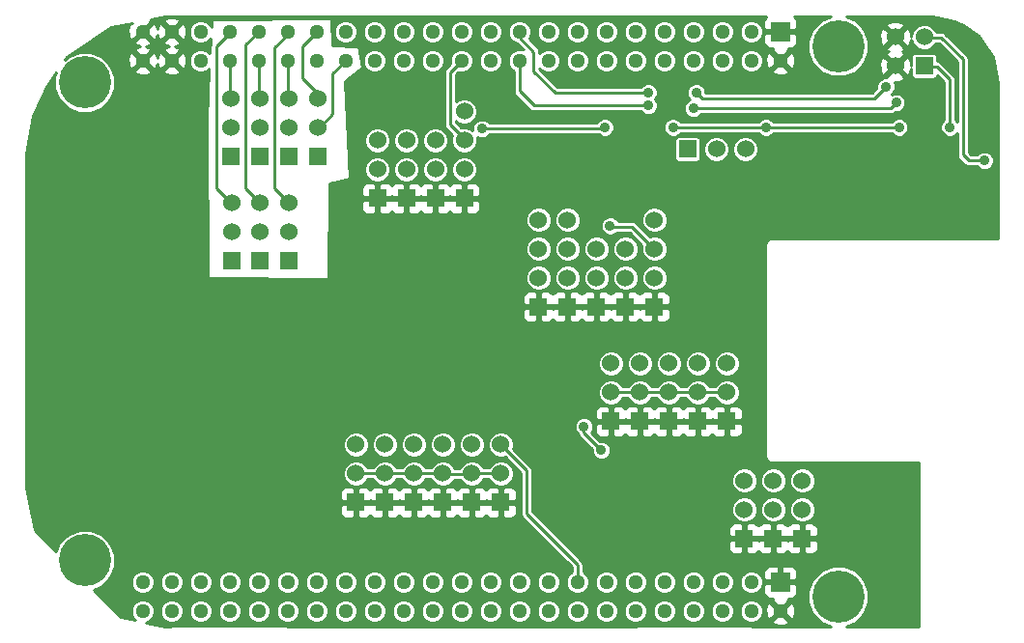
<source format=gbl>
G04 (created by PCBNEW (2013-05-31 BZR 4019)-stable) date 7/12/2014 5:45:34 PM*
%MOIN*%
G04 Gerber Fmt 3.4, Leading zero omitted, Abs format*
%FSLAX34Y34*%
G01*
G70*
G90*
G04 APERTURE LIST*
%ADD10C,0.00590551*%
%ADD11R,0.06X0.06*%
%ADD12C,0.06*%
%ADD13C,0.18*%
%ADD14R,0.065X0.065*%
%ADD15C,0.0512*%
%ADD16C,0.035*%
%ADD17C,0.01*%
G04 APERTURE END LIST*
G54D10*
G54D11*
X18900Y-10250D03*
G54D12*
X18900Y-9250D03*
X18900Y-8250D03*
X18900Y-7250D03*
G54D11*
X15350Y-6500D03*
G54D12*
X15350Y-5500D03*
X15350Y-4500D03*
X15350Y-3500D03*
G54D11*
X21900Y-10250D03*
G54D12*
X21900Y-9250D03*
X21900Y-8250D03*
X21900Y-7250D03*
G54D11*
X17900Y-10250D03*
G54D12*
X17900Y-9250D03*
X17900Y-8250D03*
X17900Y-7250D03*
G54D11*
X20900Y-10250D03*
G54D12*
X20900Y-9250D03*
X20900Y-8250D03*
G54D11*
X23400Y-14200D03*
G54D12*
X23400Y-13200D03*
X23400Y-12200D03*
G54D11*
X24400Y-14200D03*
G54D12*
X24400Y-13200D03*
X24400Y-12200D03*
G54D11*
X27000Y-18250D03*
G54D12*
X27000Y-17250D03*
X27000Y-16250D03*
G54D11*
X26000Y-18250D03*
G54D12*
X26000Y-17250D03*
X26000Y-16250D03*
G54D11*
X25000Y-18250D03*
G54D12*
X25000Y-17250D03*
X25000Y-16250D03*
G54D11*
X11600Y-17000D03*
G54D12*
X11600Y-16000D03*
X11600Y-15000D03*
G54D11*
X12600Y-17000D03*
G54D12*
X12600Y-16000D03*
X12600Y-15000D03*
G54D11*
X13600Y-17000D03*
G54D12*
X13600Y-16000D03*
X13600Y-15000D03*
G54D11*
X14600Y-17000D03*
G54D12*
X14600Y-16000D03*
X14600Y-15000D03*
G54D11*
X15600Y-17000D03*
G54D12*
X15600Y-16000D03*
X15600Y-15000D03*
G54D11*
X16600Y-17000D03*
G54D12*
X16600Y-16000D03*
X16600Y-15000D03*
G54D11*
X7300Y-5050D03*
G54D12*
X7300Y-4050D03*
X7300Y-3050D03*
G54D11*
X9300Y-5050D03*
G54D12*
X9300Y-4050D03*
X9300Y-3050D03*
G54D11*
X7310Y-8650D03*
G54D12*
X7310Y-7650D03*
X7310Y-6650D03*
G54D11*
X8300Y-8650D03*
G54D12*
X8300Y-7650D03*
X8300Y-6650D03*
G54D11*
X10300Y-5050D03*
G54D12*
X10300Y-4050D03*
X10300Y-3050D03*
G54D11*
X9300Y-8650D03*
G54D12*
X9300Y-7650D03*
X9300Y-6650D03*
G54D11*
X13350Y-6500D03*
G54D12*
X13350Y-5500D03*
X13350Y-4500D03*
G54D11*
X14350Y-6500D03*
G54D12*
X14350Y-5500D03*
X14350Y-4500D03*
G54D11*
X19900Y-10250D03*
G54D12*
X19900Y-9250D03*
X19900Y-8250D03*
G54D11*
X20400Y-14200D03*
G54D12*
X20400Y-13200D03*
X20400Y-12200D03*
G54D11*
X21400Y-14200D03*
G54D12*
X21400Y-13200D03*
X21400Y-12200D03*
G54D11*
X22400Y-14200D03*
G54D12*
X22400Y-13200D03*
X22400Y-12200D03*
G54D11*
X8300Y-5050D03*
G54D12*
X8300Y-4050D03*
X8300Y-3050D03*
G54D11*
X31220Y-1930D03*
G54D12*
X30220Y-1930D03*
X31220Y-930D03*
X30220Y-930D03*
G54D11*
X12350Y-6500D03*
G54D12*
X12350Y-5500D03*
X12350Y-4500D03*
G54D11*
X23050Y-4800D03*
G54D12*
X24050Y-4800D03*
X25050Y-4800D03*
G54D13*
X2250Y-2500D03*
X28250Y-1250D03*
X28250Y-20250D03*
X2250Y-19000D03*
G54D14*
X26250Y-750D03*
G54D15*
X26250Y-1750D03*
X25250Y-750D03*
X25250Y-1750D03*
X24250Y-750D03*
X24250Y-1750D03*
X23250Y-750D03*
X23250Y-1750D03*
X22250Y-750D03*
X22250Y-1750D03*
X21250Y-750D03*
X21250Y-1750D03*
X20250Y-750D03*
X20250Y-1750D03*
X19250Y-750D03*
X19250Y-1750D03*
X18250Y-750D03*
X18250Y-1750D03*
X17250Y-750D03*
X17250Y-1750D03*
X16250Y-750D03*
X16250Y-1750D03*
X15250Y-750D03*
X15250Y-1750D03*
X14250Y-750D03*
X14250Y-1750D03*
X13250Y-750D03*
X13250Y-1750D03*
X12250Y-750D03*
X12250Y-1750D03*
X11250Y-750D03*
X11250Y-1750D03*
X10250Y-750D03*
X10250Y-1750D03*
X9250Y-750D03*
X9250Y-1750D03*
X8250Y-750D03*
X8250Y-1750D03*
X7250Y-750D03*
X7250Y-1750D03*
X6250Y-750D03*
X6250Y-1750D03*
X5250Y-750D03*
X5250Y-1750D03*
X4250Y-750D03*
X4250Y-1750D03*
G54D14*
X26250Y-19750D03*
G54D15*
X26250Y-20750D03*
X25250Y-19750D03*
X25250Y-20750D03*
X24250Y-19750D03*
X24250Y-20750D03*
X23250Y-19750D03*
X23250Y-20750D03*
X22250Y-19750D03*
X22250Y-20750D03*
X21250Y-19750D03*
X21250Y-20750D03*
X20250Y-19750D03*
X20250Y-20750D03*
X19250Y-19750D03*
X19250Y-20750D03*
X18250Y-19750D03*
X18250Y-20750D03*
X17250Y-19750D03*
X17250Y-20750D03*
X16250Y-19750D03*
X16250Y-20750D03*
X15250Y-19750D03*
X15250Y-20750D03*
X14250Y-19750D03*
X14250Y-20750D03*
X13250Y-19750D03*
X13250Y-20750D03*
X12250Y-19750D03*
X12250Y-20750D03*
X11250Y-19750D03*
X11250Y-20750D03*
X10250Y-19750D03*
X10250Y-20750D03*
X9250Y-19750D03*
X9250Y-20750D03*
X8250Y-19750D03*
X8250Y-20750D03*
X7250Y-19750D03*
X7250Y-20750D03*
X6250Y-19750D03*
X6250Y-20750D03*
X5250Y-19750D03*
X5250Y-20750D03*
X4250Y-19750D03*
X4250Y-20750D03*
G54D16*
X20075Y-15200D03*
X19475Y-14375D03*
X33300Y-5200D03*
X32100Y-4050D03*
X29900Y-2650D03*
X21700Y-2850D03*
X23350Y-2850D03*
X30250Y-3200D03*
X23250Y-3400D03*
X21700Y-3300D03*
X20375Y-7450D03*
X20075Y-15750D03*
X30300Y-6550D03*
X28000Y-6650D03*
X9800Y-14550D03*
X17950Y-5450D03*
X21950Y-5450D03*
X33350Y-2700D03*
X31700Y-4950D03*
X23900Y-15890D03*
X25750Y-4050D03*
X30350Y-4050D03*
X22550Y-4050D03*
X15950Y-4100D03*
X20200Y-4050D03*
G54D17*
X19250Y-19750D02*
X19250Y-19150D01*
X17500Y-15900D02*
X16600Y-15000D01*
X17500Y-17400D02*
X17500Y-15900D01*
X19250Y-19150D02*
X17500Y-17400D01*
X19475Y-14600D02*
X19475Y-14375D01*
X20075Y-15200D02*
X19475Y-14600D01*
X33300Y-5200D02*
X32750Y-5200D01*
X32750Y-5200D02*
X32550Y-5000D01*
X32550Y-5000D02*
X32550Y-1700D01*
X32550Y-1700D02*
X31800Y-950D01*
X31800Y-950D02*
X31200Y-950D01*
X31200Y-1950D02*
X31650Y-1950D01*
X31650Y-1950D02*
X32100Y-2400D01*
X32100Y-2400D02*
X32100Y-4050D01*
X6800Y-6150D02*
X7300Y-6650D01*
X7250Y-750D02*
X7250Y-800D01*
X7250Y-800D02*
X6800Y-1250D01*
X6800Y-1250D02*
X6800Y-6150D01*
X7250Y-2980D02*
X7300Y-3030D01*
X7250Y-1750D02*
X7250Y-2980D01*
X7800Y-1200D02*
X7800Y-6150D01*
X7800Y-6150D02*
X8300Y-6650D01*
X7800Y-1200D02*
X8250Y-750D01*
X8250Y-1750D02*
X8250Y-2980D01*
X8250Y-2980D02*
X8300Y-3030D01*
X10250Y-750D02*
X9750Y-1250D01*
X10300Y-2900D02*
X10300Y-3050D01*
X9750Y-2350D02*
X10300Y-2900D01*
X9750Y-1250D02*
X9750Y-2350D01*
X9250Y-1750D02*
X9250Y-2980D01*
X9250Y-2980D02*
X9300Y-3030D01*
X9250Y-750D02*
X9250Y-850D01*
X8800Y-6150D02*
X9300Y-6650D01*
X8800Y-1300D02*
X8800Y-6150D01*
X9250Y-850D02*
X8800Y-1300D01*
X23550Y-3050D02*
X29500Y-3050D01*
X29500Y-3050D02*
X29900Y-2650D01*
X21700Y-2850D02*
X18480Y-2850D01*
X18480Y-2850D02*
X17740Y-2110D01*
X23350Y-2850D02*
X23550Y-3050D01*
X17740Y-1440D02*
X17740Y-2110D01*
X17250Y-750D02*
X17250Y-950D01*
X17250Y-950D02*
X17740Y-1440D01*
X23250Y-3400D02*
X30050Y-3400D01*
X30050Y-3400D02*
X30250Y-3200D01*
X17250Y-1750D02*
X17250Y-2800D01*
X17750Y-3300D02*
X21700Y-3300D01*
X17250Y-2800D02*
X17750Y-3300D01*
X21125Y-7475D02*
X21900Y-8250D01*
X20375Y-7450D02*
X20400Y-7475D01*
X20400Y-7475D02*
X21125Y-7475D01*
X15350Y-4500D02*
X15350Y-4450D01*
X14850Y-2150D02*
X15250Y-1750D01*
X14850Y-3950D02*
X14850Y-2150D01*
X15350Y-4450D02*
X14850Y-3950D01*
X10300Y-4050D02*
X10350Y-4050D01*
X10800Y-2200D02*
X11250Y-1750D01*
X10800Y-3600D02*
X10800Y-2200D01*
X10350Y-4050D02*
X10800Y-3600D01*
X11600Y-16000D02*
X12600Y-16000D01*
X12600Y-16000D02*
X13600Y-16000D01*
X14600Y-16000D02*
X13600Y-16000D01*
X15600Y-16010D02*
X14610Y-16010D01*
X14610Y-16010D02*
X14600Y-16000D01*
X16600Y-16000D02*
X15610Y-16000D01*
X15610Y-16000D02*
X15600Y-16010D01*
X13590Y-16010D02*
X13600Y-16000D01*
X25750Y-4050D02*
X30350Y-4050D01*
X22550Y-4050D02*
X25750Y-4050D01*
X20150Y-4100D02*
X15950Y-4100D01*
X20200Y-4050D02*
X20150Y-4100D01*
X20400Y-13200D02*
X21400Y-13200D01*
X21400Y-13200D02*
X22400Y-13200D01*
X22400Y-13200D02*
X23400Y-13200D01*
X23400Y-13200D02*
X24400Y-13200D01*
G54D10*
G36*
X33775Y-7875D02*
X33625Y-7875D01*
X33625Y-5135D01*
X33575Y-5016D01*
X33484Y-4924D01*
X33364Y-4875D01*
X33235Y-4874D01*
X33116Y-4924D01*
X33040Y-5000D01*
X32832Y-5000D01*
X32750Y-4917D01*
X32750Y-1700D01*
X32749Y-1699D01*
X32734Y-1623D01*
X32734Y-1623D01*
X32720Y-1601D01*
X32691Y-1558D01*
X32691Y-1558D01*
X31941Y-808D01*
X31876Y-765D01*
X31800Y-750D01*
X31632Y-750D01*
X31601Y-675D01*
X31475Y-548D01*
X31309Y-480D01*
X31130Y-479D01*
X30965Y-548D01*
X30838Y-674D01*
X30770Y-840D01*
X30770Y-916D01*
X30763Y-793D01*
X30701Y-642D01*
X30605Y-614D01*
X30535Y-685D01*
X30535Y-544D01*
X30507Y-448D01*
X30301Y-375D01*
X30083Y-386D01*
X29932Y-448D01*
X29904Y-544D01*
X30220Y-859D01*
X30535Y-544D01*
X30535Y-685D01*
X30290Y-930D01*
X30605Y-1245D01*
X30701Y-1217D01*
X30771Y-1022D01*
X30838Y-1184D01*
X30964Y-1311D01*
X31130Y-1379D01*
X31309Y-1380D01*
X31474Y-1311D01*
X31601Y-1185D01*
X31615Y-1150D01*
X31717Y-1150D01*
X32350Y-1782D01*
X32350Y-3840D01*
X32300Y-3790D01*
X32300Y-2400D01*
X32284Y-2323D01*
X32284Y-2323D01*
X32241Y-2258D01*
X31791Y-1808D01*
X31726Y-1765D01*
X31670Y-1753D01*
X31670Y-1600D01*
X31647Y-1545D01*
X31605Y-1502D01*
X31549Y-1480D01*
X31490Y-1479D01*
X30890Y-1479D01*
X30835Y-1502D01*
X30792Y-1544D01*
X30770Y-1600D01*
X30769Y-1659D01*
X30769Y-1915D01*
X30763Y-1793D01*
X30701Y-1642D01*
X30605Y-1614D01*
X30535Y-1685D01*
X30535Y-1544D01*
X30507Y-1448D01*
X30459Y-1431D01*
X30507Y-1411D01*
X30535Y-1315D01*
X30220Y-1000D01*
X30149Y-1071D01*
X30149Y-930D01*
X29834Y-614D01*
X29738Y-642D01*
X29665Y-848D01*
X29676Y-1066D01*
X29738Y-1217D01*
X29834Y-1245D01*
X30149Y-930D01*
X30149Y-1071D01*
X29904Y-1315D01*
X29932Y-1411D01*
X29980Y-1428D01*
X29932Y-1448D01*
X29904Y-1544D01*
X30220Y-1859D01*
X30535Y-1544D01*
X30535Y-1685D01*
X30290Y-1930D01*
X30605Y-2245D01*
X30701Y-2217D01*
X30769Y-2025D01*
X30769Y-2259D01*
X30792Y-2314D01*
X30834Y-2357D01*
X30890Y-2379D01*
X30949Y-2380D01*
X31549Y-2380D01*
X31604Y-2357D01*
X31647Y-2315D01*
X31669Y-2259D01*
X31669Y-2252D01*
X31900Y-2482D01*
X31900Y-3790D01*
X31824Y-3865D01*
X31775Y-3985D01*
X31774Y-4114D01*
X31824Y-4233D01*
X31915Y-4325D01*
X32035Y-4374D01*
X32164Y-4375D01*
X32283Y-4325D01*
X32350Y-4259D01*
X32350Y-5000D01*
X32365Y-5076D01*
X32408Y-5141D01*
X32608Y-5341D01*
X32608Y-5341D01*
X32651Y-5370D01*
X32673Y-5384D01*
X32673Y-5384D01*
X32750Y-5400D01*
X33040Y-5400D01*
X33115Y-5475D01*
X33235Y-5524D01*
X33364Y-5525D01*
X33483Y-5475D01*
X33575Y-5384D01*
X33624Y-5264D01*
X33625Y-5135D01*
X33625Y-7875D01*
X30675Y-7875D01*
X30675Y-3985D01*
X30625Y-3866D01*
X30575Y-3815D01*
X30575Y-3135D01*
X30525Y-3016D01*
X30434Y-2924D01*
X30314Y-2875D01*
X30185Y-2874D01*
X30098Y-2910D01*
X30175Y-2834D01*
X30224Y-2714D01*
X30225Y-2585D01*
X30182Y-2482D01*
X30356Y-2473D01*
X30507Y-2411D01*
X30535Y-2315D01*
X30220Y-2000D01*
X30149Y-2071D01*
X30149Y-1930D01*
X29834Y-1614D01*
X29738Y-1642D01*
X29665Y-1848D01*
X29676Y-2066D01*
X29738Y-2217D01*
X29834Y-2245D01*
X30149Y-1930D01*
X30149Y-2071D01*
X29904Y-2315D01*
X29907Y-2325D01*
X29835Y-2324D01*
X29716Y-2374D01*
X29624Y-2465D01*
X29575Y-2585D01*
X29574Y-2692D01*
X29417Y-2850D01*
X26825Y-2850D01*
X26825Y-1025D01*
X26825Y-862D01*
X26762Y-800D01*
X26300Y-800D01*
X26300Y-807D01*
X26200Y-807D01*
X26200Y-800D01*
X25737Y-800D01*
X25675Y-862D01*
X25674Y-1025D01*
X25675Y-1124D01*
X25713Y-1216D01*
X25783Y-1287D01*
X25875Y-1325D01*
X25983Y-1325D01*
X25966Y-1395D01*
X26250Y-1679D01*
X26533Y-1395D01*
X26516Y-1325D01*
X26624Y-1325D01*
X26716Y-1287D01*
X26786Y-1216D01*
X26824Y-1124D01*
X26825Y-1025D01*
X26825Y-2850D01*
X26760Y-2850D01*
X26760Y-1821D01*
X26749Y-1620D01*
X26694Y-1488D01*
X26604Y-1466D01*
X26320Y-1750D01*
X26604Y-2033D01*
X26694Y-2011D01*
X26760Y-1821D01*
X26760Y-2850D01*
X26533Y-2850D01*
X26533Y-2104D01*
X26250Y-1820D01*
X26179Y-1891D01*
X26179Y-1750D01*
X25895Y-1466D01*
X25805Y-1488D01*
X25739Y-1678D01*
X25750Y-1879D01*
X25805Y-2011D01*
X25895Y-2033D01*
X26179Y-1750D01*
X26179Y-1891D01*
X25966Y-2104D01*
X25988Y-2194D01*
X26178Y-2260D01*
X26379Y-2249D01*
X26511Y-2194D01*
X26533Y-2104D01*
X26533Y-2850D01*
X25656Y-2850D01*
X25656Y-1669D01*
X25656Y-669D01*
X25594Y-520D01*
X25480Y-406D01*
X25331Y-344D01*
X25169Y-343D01*
X25020Y-405D01*
X24906Y-519D01*
X24844Y-668D01*
X24843Y-830D01*
X24905Y-979D01*
X25019Y-1093D01*
X25168Y-1155D01*
X25330Y-1156D01*
X25479Y-1094D01*
X25593Y-980D01*
X25655Y-831D01*
X25656Y-669D01*
X25656Y-1669D01*
X25594Y-1520D01*
X25480Y-1406D01*
X25331Y-1344D01*
X25169Y-1343D01*
X25020Y-1405D01*
X24906Y-1519D01*
X24844Y-1668D01*
X24843Y-1830D01*
X24905Y-1979D01*
X25019Y-2093D01*
X25168Y-2155D01*
X25330Y-2156D01*
X25479Y-2094D01*
X25593Y-1980D01*
X25655Y-1831D01*
X25656Y-1669D01*
X25656Y-2850D01*
X24656Y-2850D01*
X24656Y-1669D01*
X24656Y-669D01*
X24594Y-520D01*
X24480Y-406D01*
X24331Y-344D01*
X24169Y-343D01*
X24020Y-405D01*
X23906Y-519D01*
X23844Y-668D01*
X23843Y-830D01*
X23905Y-979D01*
X24019Y-1093D01*
X24168Y-1155D01*
X24330Y-1156D01*
X24479Y-1094D01*
X24593Y-980D01*
X24655Y-831D01*
X24656Y-669D01*
X24656Y-1669D01*
X24594Y-1520D01*
X24480Y-1406D01*
X24331Y-1344D01*
X24169Y-1343D01*
X24020Y-1405D01*
X23906Y-1519D01*
X23844Y-1668D01*
X23843Y-1830D01*
X23905Y-1979D01*
X24019Y-2093D01*
X24168Y-2155D01*
X24330Y-2156D01*
X24479Y-2094D01*
X24593Y-1980D01*
X24655Y-1831D01*
X24656Y-1669D01*
X24656Y-2850D01*
X23675Y-2850D01*
X23675Y-2785D01*
X23656Y-2739D01*
X23656Y-1669D01*
X23656Y-669D01*
X23594Y-520D01*
X23480Y-406D01*
X23331Y-344D01*
X23169Y-343D01*
X23020Y-405D01*
X22906Y-519D01*
X22844Y-668D01*
X22843Y-830D01*
X22905Y-979D01*
X23019Y-1093D01*
X23168Y-1155D01*
X23330Y-1156D01*
X23479Y-1094D01*
X23593Y-980D01*
X23655Y-831D01*
X23656Y-669D01*
X23656Y-1669D01*
X23594Y-1520D01*
X23480Y-1406D01*
X23331Y-1344D01*
X23169Y-1343D01*
X23020Y-1405D01*
X22906Y-1519D01*
X22844Y-1668D01*
X22843Y-1830D01*
X22905Y-1979D01*
X23019Y-2093D01*
X23168Y-2155D01*
X23330Y-2156D01*
X23479Y-2094D01*
X23593Y-1980D01*
X23655Y-1831D01*
X23656Y-1669D01*
X23656Y-2739D01*
X23625Y-2666D01*
X23534Y-2574D01*
X23414Y-2525D01*
X23285Y-2524D01*
X23166Y-2574D01*
X23074Y-2665D01*
X23025Y-2785D01*
X23024Y-2914D01*
X23074Y-3033D01*
X23135Y-3095D01*
X23066Y-3124D01*
X22974Y-3215D01*
X22925Y-3335D01*
X22924Y-3464D01*
X22974Y-3583D01*
X23065Y-3675D01*
X23185Y-3724D01*
X23314Y-3725D01*
X23433Y-3675D01*
X23509Y-3600D01*
X30050Y-3600D01*
X30126Y-3584D01*
X30191Y-3541D01*
X30207Y-3524D01*
X30314Y-3525D01*
X30433Y-3475D01*
X30525Y-3384D01*
X30574Y-3264D01*
X30575Y-3135D01*
X30575Y-3815D01*
X30534Y-3774D01*
X30414Y-3725D01*
X30285Y-3724D01*
X30166Y-3774D01*
X30090Y-3850D01*
X26009Y-3850D01*
X25934Y-3774D01*
X25814Y-3725D01*
X25685Y-3724D01*
X25566Y-3774D01*
X25490Y-3850D01*
X22809Y-3850D01*
X22734Y-3774D01*
X22656Y-3742D01*
X22656Y-1669D01*
X22656Y-669D01*
X22594Y-520D01*
X22480Y-406D01*
X22331Y-344D01*
X22169Y-343D01*
X22020Y-405D01*
X21906Y-519D01*
X21844Y-668D01*
X21843Y-830D01*
X21905Y-979D01*
X22019Y-1093D01*
X22168Y-1155D01*
X22330Y-1156D01*
X22479Y-1094D01*
X22593Y-980D01*
X22655Y-831D01*
X22656Y-669D01*
X22656Y-1669D01*
X22594Y-1520D01*
X22480Y-1406D01*
X22331Y-1344D01*
X22169Y-1343D01*
X22020Y-1405D01*
X21906Y-1519D01*
X21844Y-1668D01*
X21843Y-1830D01*
X21905Y-1979D01*
X22019Y-2093D01*
X22168Y-2155D01*
X22330Y-2156D01*
X22479Y-2094D01*
X22593Y-1980D01*
X22655Y-1831D01*
X22656Y-1669D01*
X22656Y-3742D01*
X22614Y-3725D01*
X22485Y-3724D01*
X22366Y-3774D01*
X22274Y-3865D01*
X22225Y-3985D01*
X22224Y-4114D01*
X22274Y-4233D01*
X22365Y-4325D01*
X22485Y-4374D01*
X22614Y-4375D01*
X22733Y-4325D01*
X22809Y-4250D01*
X25490Y-4250D01*
X25565Y-4325D01*
X25685Y-4374D01*
X25814Y-4375D01*
X25933Y-4325D01*
X26009Y-4250D01*
X30090Y-4250D01*
X30165Y-4325D01*
X30285Y-4374D01*
X30414Y-4375D01*
X30533Y-4325D01*
X30625Y-4234D01*
X30674Y-4114D01*
X30675Y-3985D01*
X30675Y-7875D01*
X25950Y-7875D01*
X25863Y-7892D01*
X25790Y-7940D01*
X25742Y-8013D01*
X25725Y-8100D01*
X25725Y-15400D01*
X25742Y-15486D01*
X25790Y-15559D01*
X25863Y-15607D01*
X25950Y-15625D01*
X31025Y-15625D01*
X31025Y-21275D01*
X28518Y-21275D01*
X28844Y-21140D01*
X29139Y-20845D01*
X29299Y-20459D01*
X29300Y-20042D01*
X29140Y-19656D01*
X28845Y-19360D01*
X28459Y-19200D01*
X28042Y-19199D01*
X27656Y-19359D01*
X27550Y-19465D01*
X27550Y-18599D01*
X27550Y-17900D01*
X27512Y-17808D01*
X27450Y-17746D01*
X27450Y-17160D01*
X27450Y-16160D01*
X27381Y-15995D01*
X27255Y-15868D01*
X27089Y-15800D01*
X26910Y-15799D01*
X26745Y-15868D01*
X26618Y-15994D01*
X26550Y-16160D01*
X26549Y-16339D01*
X26618Y-16504D01*
X26744Y-16631D01*
X26910Y-16699D01*
X27089Y-16700D01*
X27254Y-16631D01*
X27381Y-16505D01*
X27449Y-16339D01*
X27450Y-16160D01*
X27450Y-17160D01*
X27381Y-16995D01*
X27255Y-16868D01*
X27089Y-16800D01*
X26910Y-16799D01*
X26745Y-16868D01*
X26618Y-16994D01*
X26550Y-17160D01*
X26549Y-17339D01*
X26618Y-17504D01*
X26744Y-17631D01*
X26910Y-17699D01*
X27089Y-17700D01*
X27254Y-17631D01*
X27381Y-17505D01*
X27449Y-17339D01*
X27450Y-17160D01*
X27450Y-17746D01*
X27441Y-17738D01*
X27349Y-17700D01*
X27250Y-17699D01*
X27112Y-17700D01*
X27050Y-17762D01*
X27050Y-18200D01*
X27487Y-18200D01*
X27550Y-18137D01*
X27550Y-17900D01*
X27550Y-18599D01*
X27550Y-18362D01*
X27487Y-18300D01*
X27050Y-18300D01*
X27050Y-18737D01*
X27112Y-18800D01*
X27250Y-18800D01*
X27349Y-18799D01*
X27441Y-18761D01*
X27512Y-18691D01*
X27550Y-18599D01*
X27550Y-19465D01*
X27360Y-19654D01*
X27200Y-20040D01*
X27199Y-20457D01*
X27359Y-20844D01*
X27654Y-21139D01*
X27980Y-21275D01*
X27250Y-21275D01*
X26950Y-21275D01*
X26950Y-18737D01*
X26950Y-18300D01*
X26950Y-18200D01*
X26950Y-17762D01*
X26887Y-17700D01*
X26749Y-17699D01*
X26650Y-17700D01*
X26558Y-17738D01*
X26500Y-17796D01*
X26450Y-17746D01*
X26450Y-17160D01*
X26450Y-16160D01*
X26381Y-15995D01*
X26255Y-15868D01*
X26089Y-15800D01*
X25910Y-15799D01*
X25745Y-15868D01*
X25618Y-15994D01*
X25550Y-16160D01*
X25549Y-16339D01*
X25618Y-16504D01*
X25744Y-16631D01*
X25910Y-16699D01*
X26089Y-16700D01*
X26254Y-16631D01*
X26381Y-16505D01*
X26449Y-16339D01*
X26450Y-16160D01*
X26450Y-17160D01*
X26381Y-16995D01*
X26255Y-16868D01*
X26089Y-16800D01*
X25910Y-16799D01*
X25745Y-16868D01*
X25618Y-16994D01*
X25550Y-17160D01*
X25549Y-17339D01*
X25618Y-17504D01*
X25744Y-17631D01*
X25910Y-17699D01*
X26089Y-17700D01*
X26254Y-17631D01*
X26381Y-17505D01*
X26449Y-17339D01*
X26450Y-17160D01*
X26450Y-17746D01*
X26441Y-17738D01*
X26349Y-17700D01*
X26250Y-17699D01*
X26112Y-17700D01*
X26050Y-17762D01*
X26050Y-18200D01*
X26487Y-18200D01*
X26500Y-18187D01*
X26512Y-18200D01*
X26950Y-18200D01*
X26950Y-18300D01*
X26512Y-18300D01*
X26500Y-18312D01*
X26487Y-18300D01*
X26050Y-18300D01*
X26050Y-18737D01*
X26112Y-18800D01*
X26250Y-18800D01*
X26349Y-18799D01*
X26441Y-18761D01*
X26500Y-18703D01*
X26558Y-18761D01*
X26650Y-18799D01*
X26749Y-18800D01*
X26887Y-18800D01*
X26950Y-18737D01*
X26950Y-21275D01*
X26825Y-21275D01*
X26825Y-20025D01*
X26825Y-19474D01*
X26824Y-19375D01*
X26786Y-19283D01*
X26716Y-19212D01*
X26624Y-19174D01*
X26362Y-19175D01*
X26300Y-19237D01*
X26300Y-19700D01*
X26762Y-19700D01*
X26825Y-19637D01*
X26825Y-19474D01*
X26825Y-20025D01*
X26825Y-19862D01*
X26762Y-19800D01*
X26300Y-19800D01*
X26300Y-19807D01*
X26200Y-19807D01*
X26200Y-19800D01*
X26200Y-19700D01*
X26200Y-19237D01*
X26137Y-19175D01*
X25950Y-19174D01*
X25950Y-18737D01*
X25950Y-18300D01*
X25950Y-18200D01*
X25950Y-17762D01*
X25887Y-17700D01*
X25749Y-17699D01*
X25650Y-17700D01*
X25558Y-17738D01*
X25500Y-17796D01*
X25500Y-4710D01*
X25431Y-4545D01*
X25305Y-4418D01*
X25139Y-4350D01*
X24960Y-4349D01*
X24795Y-4418D01*
X24668Y-4544D01*
X24600Y-4710D01*
X24599Y-4889D01*
X24668Y-5054D01*
X24794Y-5181D01*
X24960Y-5249D01*
X25139Y-5250D01*
X25304Y-5181D01*
X25431Y-5055D01*
X25499Y-4889D01*
X25500Y-4710D01*
X25500Y-17796D01*
X25500Y-17796D01*
X25450Y-17746D01*
X25450Y-17160D01*
X25450Y-16160D01*
X25381Y-15995D01*
X25255Y-15868D01*
X25089Y-15800D01*
X24950Y-15799D01*
X24950Y-14549D01*
X24950Y-13850D01*
X24912Y-13758D01*
X24850Y-13696D01*
X24850Y-13110D01*
X24850Y-12110D01*
X24781Y-11945D01*
X24655Y-11818D01*
X24500Y-11754D01*
X24500Y-4710D01*
X24431Y-4545D01*
X24305Y-4418D01*
X24139Y-4350D01*
X23960Y-4349D01*
X23795Y-4418D01*
X23668Y-4544D01*
X23600Y-4710D01*
X23599Y-4889D01*
X23668Y-5054D01*
X23794Y-5181D01*
X23960Y-5249D01*
X24139Y-5250D01*
X24304Y-5181D01*
X24431Y-5055D01*
X24499Y-4889D01*
X24500Y-4710D01*
X24500Y-11754D01*
X24489Y-11750D01*
X24310Y-11749D01*
X24145Y-11818D01*
X24018Y-11944D01*
X23950Y-12110D01*
X23949Y-12289D01*
X24018Y-12454D01*
X24144Y-12581D01*
X24310Y-12649D01*
X24489Y-12650D01*
X24654Y-12581D01*
X24781Y-12455D01*
X24849Y-12289D01*
X24850Y-12110D01*
X24850Y-13110D01*
X24781Y-12945D01*
X24655Y-12818D01*
X24489Y-12750D01*
X24310Y-12749D01*
X24145Y-12818D01*
X24018Y-12944D01*
X23995Y-13000D01*
X23850Y-13000D01*
X23850Y-12110D01*
X23781Y-11945D01*
X23655Y-11818D01*
X23500Y-11754D01*
X23500Y-5070D01*
X23500Y-4470D01*
X23477Y-4415D01*
X23435Y-4372D01*
X23379Y-4350D01*
X23320Y-4349D01*
X22720Y-4349D01*
X22665Y-4372D01*
X22622Y-4414D01*
X22600Y-4470D01*
X22599Y-4529D01*
X22599Y-5129D01*
X22622Y-5184D01*
X22664Y-5227D01*
X22720Y-5249D01*
X22779Y-5250D01*
X23379Y-5250D01*
X23434Y-5227D01*
X23477Y-5185D01*
X23499Y-5129D01*
X23500Y-5070D01*
X23500Y-11754D01*
X23489Y-11750D01*
X23310Y-11749D01*
X23145Y-11818D01*
X23018Y-11944D01*
X22950Y-12110D01*
X22949Y-12289D01*
X23018Y-12454D01*
X23144Y-12581D01*
X23310Y-12649D01*
X23489Y-12650D01*
X23654Y-12581D01*
X23781Y-12455D01*
X23849Y-12289D01*
X23850Y-12110D01*
X23850Y-13000D01*
X23804Y-13000D01*
X23781Y-12945D01*
X23655Y-12818D01*
X23489Y-12750D01*
X23310Y-12749D01*
X23145Y-12818D01*
X23018Y-12944D01*
X22995Y-13000D01*
X22850Y-13000D01*
X22850Y-12110D01*
X22781Y-11945D01*
X22655Y-11818D01*
X22489Y-11750D01*
X22450Y-11750D01*
X22450Y-10599D01*
X22450Y-9900D01*
X22412Y-9808D01*
X22350Y-9746D01*
X22350Y-9160D01*
X22350Y-8160D01*
X22350Y-7160D01*
X22281Y-6995D01*
X22155Y-6868D01*
X22025Y-6814D01*
X22025Y-3235D01*
X21975Y-3116D01*
X21934Y-3075D01*
X21975Y-3034D01*
X22024Y-2914D01*
X22025Y-2785D01*
X21975Y-2666D01*
X21884Y-2574D01*
X21764Y-2525D01*
X21656Y-2524D01*
X21656Y-1669D01*
X21656Y-669D01*
X21594Y-520D01*
X21480Y-406D01*
X21331Y-344D01*
X21169Y-343D01*
X21020Y-405D01*
X20906Y-519D01*
X20844Y-668D01*
X20843Y-830D01*
X20905Y-979D01*
X21019Y-1093D01*
X21168Y-1155D01*
X21330Y-1156D01*
X21479Y-1094D01*
X21593Y-980D01*
X21655Y-831D01*
X21656Y-669D01*
X21656Y-1669D01*
X21594Y-1520D01*
X21480Y-1406D01*
X21331Y-1344D01*
X21169Y-1343D01*
X21020Y-1405D01*
X20906Y-1519D01*
X20844Y-1668D01*
X20843Y-1830D01*
X20905Y-1979D01*
X21019Y-2093D01*
X21168Y-2155D01*
X21330Y-2156D01*
X21479Y-2094D01*
X21593Y-1980D01*
X21655Y-1831D01*
X21656Y-1669D01*
X21656Y-2524D01*
X21635Y-2524D01*
X21516Y-2574D01*
X21440Y-2650D01*
X20656Y-2650D01*
X20656Y-1669D01*
X20656Y-669D01*
X20594Y-520D01*
X20480Y-406D01*
X20331Y-344D01*
X20169Y-343D01*
X20020Y-405D01*
X19906Y-519D01*
X19844Y-668D01*
X19843Y-830D01*
X19905Y-979D01*
X20019Y-1093D01*
X20168Y-1155D01*
X20330Y-1156D01*
X20479Y-1094D01*
X20593Y-980D01*
X20655Y-831D01*
X20656Y-669D01*
X20656Y-1669D01*
X20594Y-1520D01*
X20480Y-1406D01*
X20331Y-1344D01*
X20169Y-1343D01*
X20020Y-1405D01*
X19906Y-1519D01*
X19844Y-1668D01*
X19843Y-1830D01*
X19905Y-1979D01*
X20019Y-2093D01*
X20168Y-2155D01*
X20330Y-2156D01*
X20479Y-2094D01*
X20593Y-1980D01*
X20655Y-1831D01*
X20656Y-1669D01*
X20656Y-2650D01*
X19656Y-2650D01*
X19656Y-1669D01*
X19656Y-669D01*
X19594Y-520D01*
X19480Y-406D01*
X19331Y-344D01*
X19169Y-343D01*
X19020Y-405D01*
X18906Y-519D01*
X18844Y-668D01*
X18843Y-830D01*
X18905Y-979D01*
X19019Y-1093D01*
X19168Y-1155D01*
X19330Y-1156D01*
X19479Y-1094D01*
X19593Y-980D01*
X19655Y-831D01*
X19656Y-669D01*
X19656Y-1669D01*
X19594Y-1520D01*
X19480Y-1406D01*
X19331Y-1344D01*
X19169Y-1343D01*
X19020Y-1405D01*
X18906Y-1519D01*
X18844Y-1668D01*
X18843Y-1830D01*
X18905Y-1979D01*
X19019Y-2093D01*
X19168Y-2155D01*
X19330Y-2156D01*
X19479Y-2094D01*
X19593Y-1980D01*
X19655Y-1831D01*
X19656Y-1669D01*
X19656Y-2650D01*
X18562Y-2650D01*
X17940Y-2027D01*
X17940Y-2014D01*
X18019Y-2093D01*
X18168Y-2155D01*
X18330Y-2156D01*
X18479Y-2094D01*
X18593Y-1980D01*
X18655Y-1831D01*
X18656Y-1669D01*
X18656Y-669D01*
X18594Y-520D01*
X18480Y-406D01*
X18331Y-344D01*
X18169Y-343D01*
X18020Y-405D01*
X17906Y-519D01*
X17844Y-668D01*
X17843Y-830D01*
X17905Y-979D01*
X18019Y-1093D01*
X18168Y-1155D01*
X18330Y-1156D01*
X18479Y-1094D01*
X18593Y-980D01*
X18655Y-831D01*
X18656Y-669D01*
X18656Y-1669D01*
X18594Y-1520D01*
X18480Y-1406D01*
X18331Y-1344D01*
X18169Y-1343D01*
X18020Y-1405D01*
X17940Y-1485D01*
X17940Y-1440D01*
X17924Y-1363D01*
X17924Y-1363D01*
X17881Y-1298D01*
X17578Y-995D01*
X17593Y-980D01*
X17655Y-831D01*
X17656Y-669D01*
X17594Y-520D01*
X17480Y-406D01*
X17331Y-344D01*
X17169Y-343D01*
X17020Y-405D01*
X16906Y-519D01*
X16844Y-668D01*
X16843Y-830D01*
X16905Y-979D01*
X17019Y-1093D01*
X17168Y-1155D01*
X17173Y-1155D01*
X17382Y-1365D01*
X17331Y-1344D01*
X17169Y-1343D01*
X17020Y-1405D01*
X16906Y-1519D01*
X16844Y-1668D01*
X16843Y-1830D01*
X16905Y-1979D01*
X17019Y-2093D01*
X17050Y-2106D01*
X17050Y-2800D01*
X17065Y-2876D01*
X17108Y-2941D01*
X17608Y-3441D01*
X17673Y-3484D01*
X17673Y-3484D01*
X17686Y-3487D01*
X17750Y-3500D01*
X21440Y-3500D01*
X21515Y-3575D01*
X21635Y-3624D01*
X21764Y-3625D01*
X21883Y-3575D01*
X21975Y-3484D01*
X22024Y-3364D01*
X22025Y-3235D01*
X22025Y-6814D01*
X21989Y-6800D01*
X21810Y-6799D01*
X21645Y-6868D01*
X21518Y-6994D01*
X21450Y-7160D01*
X21449Y-7339D01*
X21518Y-7504D01*
X21644Y-7631D01*
X21810Y-7699D01*
X21989Y-7700D01*
X22154Y-7631D01*
X22281Y-7505D01*
X22349Y-7339D01*
X22350Y-7160D01*
X22350Y-8160D01*
X22281Y-7995D01*
X22155Y-7868D01*
X21989Y-7800D01*
X21810Y-7799D01*
X21755Y-7822D01*
X21266Y-7333D01*
X21201Y-7290D01*
X21125Y-7275D01*
X20654Y-7275D01*
X20650Y-7266D01*
X20559Y-7174D01*
X20525Y-7160D01*
X20525Y-3985D01*
X20475Y-3866D01*
X20384Y-3774D01*
X20264Y-3725D01*
X20135Y-3724D01*
X20016Y-3774D01*
X19924Y-3865D01*
X19910Y-3900D01*
X16656Y-3900D01*
X16656Y-1669D01*
X16656Y-669D01*
X16594Y-520D01*
X16480Y-406D01*
X16331Y-344D01*
X16169Y-343D01*
X16020Y-405D01*
X15906Y-519D01*
X15844Y-668D01*
X15843Y-830D01*
X15905Y-979D01*
X16019Y-1093D01*
X16168Y-1155D01*
X16330Y-1156D01*
X16479Y-1094D01*
X16593Y-980D01*
X16655Y-831D01*
X16656Y-669D01*
X16656Y-1669D01*
X16594Y-1520D01*
X16480Y-1406D01*
X16331Y-1344D01*
X16169Y-1343D01*
X16020Y-1405D01*
X15906Y-1519D01*
X15844Y-1668D01*
X15843Y-1830D01*
X15905Y-1979D01*
X16019Y-2093D01*
X16168Y-2155D01*
X16330Y-2156D01*
X16479Y-2094D01*
X16593Y-1980D01*
X16655Y-1831D01*
X16656Y-1669D01*
X16656Y-3900D01*
X16209Y-3900D01*
X16134Y-3824D01*
X16014Y-3775D01*
X15885Y-3774D01*
X15766Y-3824D01*
X15674Y-3915D01*
X15625Y-4035D01*
X15624Y-4138D01*
X15605Y-4118D01*
X15439Y-4050D01*
X15260Y-4049D01*
X15240Y-4058D01*
X15050Y-3867D01*
X15050Y-3836D01*
X15094Y-3881D01*
X15260Y-3949D01*
X15439Y-3950D01*
X15604Y-3881D01*
X15731Y-3755D01*
X15799Y-3589D01*
X15800Y-3410D01*
X15731Y-3245D01*
X15605Y-3118D01*
X15439Y-3050D01*
X15260Y-3049D01*
X15095Y-3118D01*
X15050Y-3163D01*
X15050Y-2232D01*
X15139Y-2143D01*
X15168Y-2155D01*
X15330Y-2156D01*
X15479Y-2094D01*
X15593Y-1980D01*
X15655Y-1831D01*
X15656Y-1669D01*
X15656Y-669D01*
X15594Y-520D01*
X15480Y-406D01*
X15331Y-344D01*
X15169Y-343D01*
X15020Y-405D01*
X14906Y-519D01*
X14844Y-668D01*
X14843Y-830D01*
X14905Y-979D01*
X15019Y-1093D01*
X15168Y-1155D01*
X15330Y-1156D01*
X15479Y-1094D01*
X15593Y-980D01*
X15655Y-831D01*
X15656Y-669D01*
X15656Y-1669D01*
X15594Y-1520D01*
X15480Y-1406D01*
X15331Y-1344D01*
X15169Y-1343D01*
X15020Y-1405D01*
X14906Y-1519D01*
X14844Y-1668D01*
X14843Y-1830D01*
X14856Y-1860D01*
X14708Y-2008D01*
X14665Y-2073D01*
X14656Y-2119D01*
X14656Y-1669D01*
X14656Y-669D01*
X14594Y-520D01*
X14480Y-406D01*
X14331Y-344D01*
X14169Y-343D01*
X14020Y-405D01*
X13906Y-519D01*
X13844Y-668D01*
X13843Y-830D01*
X13905Y-979D01*
X14019Y-1093D01*
X14168Y-1155D01*
X14330Y-1156D01*
X14479Y-1094D01*
X14593Y-980D01*
X14655Y-831D01*
X14656Y-669D01*
X14656Y-1669D01*
X14594Y-1520D01*
X14480Y-1406D01*
X14331Y-1344D01*
X14169Y-1343D01*
X14020Y-1405D01*
X13906Y-1519D01*
X13844Y-1668D01*
X13843Y-1830D01*
X13905Y-1979D01*
X14019Y-2093D01*
X14168Y-2155D01*
X14330Y-2156D01*
X14479Y-2094D01*
X14593Y-1980D01*
X14655Y-1831D01*
X14656Y-1669D01*
X14656Y-2119D01*
X14650Y-2150D01*
X14650Y-3950D01*
X14665Y-4026D01*
X14708Y-4091D01*
X14937Y-4320D01*
X14900Y-4410D01*
X14899Y-4589D01*
X14968Y-4754D01*
X15094Y-4881D01*
X15260Y-4949D01*
X15439Y-4950D01*
X15604Y-4881D01*
X15731Y-4755D01*
X15799Y-4589D01*
X15800Y-4410D01*
X15789Y-4385D01*
X15885Y-4424D01*
X16014Y-4425D01*
X16133Y-4375D01*
X16209Y-4300D01*
X19990Y-4300D01*
X20015Y-4325D01*
X20135Y-4374D01*
X20264Y-4375D01*
X20383Y-4325D01*
X20475Y-4234D01*
X20524Y-4114D01*
X20525Y-3985D01*
X20525Y-7160D01*
X20439Y-7125D01*
X20310Y-7124D01*
X20191Y-7174D01*
X20099Y-7265D01*
X20050Y-7385D01*
X20049Y-7514D01*
X20099Y-7633D01*
X20190Y-7725D01*
X20310Y-7774D01*
X20439Y-7775D01*
X20558Y-7725D01*
X20609Y-7675D01*
X21042Y-7675D01*
X21472Y-8105D01*
X21450Y-8160D01*
X21449Y-8339D01*
X21518Y-8504D01*
X21644Y-8631D01*
X21810Y-8699D01*
X21989Y-8700D01*
X22154Y-8631D01*
X22281Y-8505D01*
X22349Y-8339D01*
X22350Y-8160D01*
X22350Y-9160D01*
X22281Y-8995D01*
X22155Y-8868D01*
X21989Y-8800D01*
X21810Y-8799D01*
X21645Y-8868D01*
X21518Y-8994D01*
X21450Y-9160D01*
X21449Y-9339D01*
X21518Y-9504D01*
X21644Y-9631D01*
X21810Y-9699D01*
X21989Y-9700D01*
X22154Y-9631D01*
X22281Y-9505D01*
X22349Y-9339D01*
X22350Y-9160D01*
X22350Y-9746D01*
X22341Y-9738D01*
X22249Y-9700D01*
X22150Y-9699D01*
X22012Y-9700D01*
X21950Y-9762D01*
X21950Y-10200D01*
X22387Y-10200D01*
X22450Y-10137D01*
X22450Y-9900D01*
X22450Y-10599D01*
X22450Y-10362D01*
X22387Y-10300D01*
X21950Y-10300D01*
X21950Y-10737D01*
X22012Y-10800D01*
X22150Y-10800D01*
X22249Y-10799D01*
X22341Y-10761D01*
X22412Y-10691D01*
X22450Y-10599D01*
X22450Y-11750D01*
X22310Y-11749D01*
X22145Y-11818D01*
X22018Y-11944D01*
X21950Y-12110D01*
X21949Y-12289D01*
X22018Y-12454D01*
X22144Y-12581D01*
X22310Y-12649D01*
X22489Y-12650D01*
X22654Y-12581D01*
X22781Y-12455D01*
X22849Y-12289D01*
X22850Y-12110D01*
X22850Y-13000D01*
X22804Y-13000D01*
X22781Y-12945D01*
X22655Y-12818D01*
X22489Y-12750D01*
X22310Y-12749D01*
X22145Y-12818D01*
X22018Y-12944D01*
X21995Y-13000D01*
X21850Y-13000D01*
X21850Y-12110D01*
X21850Y-12110D01*
X21850Y-10737D01*
X21850Y-10300D01*
X21850Y-10200D01*
X21850Y-9762D01*
X21787Y-9700D01*
X21649Y-9699D01*
X21550Y-9700D01*
X21458Y-9738D01*
X21400Y-9796D01*
X21350Y-9746D01*
X21350Y-9160D01*
X21350Y-8160D01*
X21281Y-7995D01*
X21155Y-7868D01*
X20989Y-7800D01*
X20810Y-7799D01*
X20645Y-7868D01*
X20518Y-7994D01*
X20450Y-8160D01*
X20449Y-8339D01*
X20518Y-8504D01*
X20644Y-8631D01*
X20810Y-8699D01*
X20989Y-8700D01*
X21154Y-8631D01*
X21281Y-8505D01*
X21349Y-8339D01*
X21350Y-8160D01*
X21350Y-9160D01*
X21281Y-8995D01*
X21155Y-8868D01*
X20989Y-8800D01*
X20810Y-8799D01*
X20645Y-8868D01*
X20518Y-8994D01*
X20450Y-9160D01*
X20449Y-9339D01*
X20518Y-9504D01*
X20644Y-9631D01*
X20810Y-9699D01*
X20989Y-9700D01*
X21154Y-9631D01*
X21281Y-9505D01*
X21349Y-9339D01*
X21350Y-9160D01*
X21350Y-9746D01*
X21341Y-9738D01*
X21249Y-9700D01*
X21150Y-9699D01*
X21012Y-9700D01*
X20950Y-9762D01*
X20950Y-10200D01*
X21387Y-10200D01*
X21400Y-10187D01*
X21412Y-10200D01*
X21850Y-10200D01*
X21850Y-10300D01*
X21412Y-10300D01*
X21400Y-10312D01*
X21387Y-10300D01*
X20950Y-10300D01*
X20950Y-10737D01*
X21012Y-10800D01*
X21150Y-10800D01*
X21249Y-10799D01*
X21341Y-10761D01*
X21400Y-10703D01*
X21458Y-10761D01*
X21550Y-10799D01*
X21649Y-10800D01*
X21787Y-10800D01*
X21850Y-10737D01*
X21850Y-12110D01*
X21781Y-11945D01*
X21655Y-11818D01*
X21489Y-11750D01*
X21310Y-11749D01*
X21145Y-11818D01*
X21018Y-11944D01*
X20950Y-12110D01*
X20949Y-12289D01*
X21018Y-12454D01*
X21144Y-12581D01*
X21310Y-12649D01*
X21489Y-12650D01*
X21654Y-12581D01*
X21781Y-12455D01*
X21849Y-12289D01*
X21850Y-12110D01*
X21850Y-13000D01*
X21804Y-13000D01*
X21781Y-12945D01*
X21655Y-12818D01*
X21489Y-12750D01*
X21310Y-12749D01*
X21145Y-12818D01*
X21018Y-12944D01*
X20995Y-13000D01*
X20850Y-13000D01*
X20850Y-12110D01*
X20850Y-12110D01*
X20850Y-10737D01*
X20850Y-10300D01*
X20850Y-10200D01*
X20850Y-9762D01*
X20787Y-9700D01*
X20649Y-9699D01*
X20550Y-9700D01*
X20458Y-9738D01*
X20400Y-9796D01*
X20350Y-9746D01*
X20350Y-9160D01*
X20350Y-8160D01*
X20281Y-7995D01*
X20155Y-7868D01*
X19989Y-7800D01*
X19810Y-7799D01*
X19645Y-7868D01*
X19518Y-7994D01*
X19450Y-8160D01*
X19449Y-8339D01*
X19518Y-8504D01*
X19644Y-8631D01*
X19810Y-8699D01*
X19989Y-8700D01*
X20154Y-8631D01*
X20281Y-8505D01*
X20349Y-8339D01*
X20350Y-8160D01*
X20350Y-9160D01*
X20281Y-8995D01*
X20155Y-8868D01*
X19989Y-8800D01*
X19810Y-8799D01*
X19645Y-8868D01*
X19518Y-8994D01*
X19450Y-9160D01*
X19449Y-9339D01*
X19518Y-9504D01*
X19644Y-9631D01*
X19810Y-9699D01*
X19989Y-9700D01*
X20154Y-9631D01*
X20281Y-9505D01*
X20349Y-9339D01*
X20350Y-9160D01*
X20350Y-9746D01*
X20341Y-9738D01*
X20249Y-9700D01*
X20150Y-9699D01*
X20012Y-9700D01*
X19950Y-9762D01*
X19950Y-10200D01*
X20387Y-10200D01*
X20400Y-10187D01*
X20412Y-10200D01*
X20850Y-10200D01*
X20850Y-10300D01*
X20412Y-10300D01*
X20400Y-10312D01*
X20387Y-10300D01*
X19950Y-10300D01*
X19950Y-10737D01*
X20012Y-10800D01*
X20150Y-10800D01*
X20249Y-10799D01*
X20341Y-10761D01*
X20400Y-10703D01*
X20458Y-10761D01*
X20550Y-10799D01*
X20649Y-10800D01*
X20787Y-10800D01*
X20850Y-10737D01*
X20850Y-12110D01*
X20781Y-11945D01*
X20655Y-11818D01*
X20489Y-11750D01*
X20310Y-11749D01*
X20145Y-11818D01*
X20018Y-11944D01*
X19950Y-12110D01*
X19949Y-12289D01*
X20018Y-12454D01*
X20144Y-12581D01*
X20310Y-12649D01*
X20489Y-12650D01*
X20654Y-12581D01*
X20781Y-12455D01*
X20849Y-12289D01*
X20850Y-12110D01*
X20850Y-13000D01*
X20804Y-13000D01*
X20781Y-12945D01*
X20655Y-12818D01*
X20489Y-12750D01*
X20310Y-12749D01*
X20145Y-12818D01*
X20018Y-12944D01*
X19950Y-13110D01*
X19949Y-13289D01*
X20018Y-13454D01*
X20144Y-13581D01*
X20310Y-13649D01*
X20489Y-13650D01*
X20654Y-13581D01*
X20781Y-13455D01*
X20804Y-13400D01*
X20995Y-13400D01*
X21018Y-13454D01*
X21144Y-13581D01*
X21310Y-13649D01*
X21489Y-13650D01*
X21654Y-13581D01*
X21781Y-13455D01*
X21804Y-13400D01*
X21995Y-13400D01*
X22018Y-13454D01*
X22144Y-13581D01*
X22310Y-13649D01*
X22489Y-13650D01*
X22654Y-13581D01*
X22781Y-13455D01*
X22804Y-13400D01*
X22995Y-13400D01*
X23018Y-13454D01*
X23144Y-13581D01*
X23310Y-13649D01*
X23489Y-13650D01*
X23654Y-13581D01*
X23781Y-13455D01*
X23804Y-13400D01*
X23995Y-13400D01*
X24018Y-13454D01*
X24144Y-13581D01*
X24310Y-13649D01*
X24489Y-13650D01*
X24654Y-13581D01*
X24781Y-13455D01*
X24849Y-13289D01*
X24850Y-13110D01*
X24850Y-13696D01*
X24841Y-13688D01*
X24749Y-13650D01*
X24650Y-13649D01*
X24512Y-13650D01*
X24450Y-13712D01*
X24450Y-14150D01*
X24887Y-14150D01*
X24950Y-14087D01*
X24950Y-13850D01*
X24950Y-14549D01*
X24950Y-14312D01*
X24887Y-14250D01*
X24450Y-14250D01*
X24450Y-14687D01*
X24512Y-14750D01*
X24650Y-14750D01*
X24749Y-14749D01*
X24841Y-14711D01*
X24912Y-14641D01*
X24950Y-14549D01*
X24950Y-15799D01*
X24910Y-15799D01*
X24745Y-15868D01*
X24618Y-15994D01*
X24550Y-16160D01*
X24549Y-16339D01*
X24618Y-16504D01*
X24744Y-16631D01*
X24910Y-16699D01*
X25089Y-16700D01*
X25254Y-16631D01*
X25381Y-16505D01*
X25449Y-16339D01*
X25450Y-16160D01*
X25450Y-17160D01*
X25381Y-16995D01*
X25255Y-16868D01*
X25089Y-16800D01*
X24910Y-16799D01*
X24745Y-16868D01*
X24618Y-16994D01*
X24550Y-17160D01*
X24549Y-17339D01*
X24618Y-17504D01*
X24744Y-17631D01*
X24910Y-17699D01*
X25089Y-17700D01*
X25254Y-17631D01*
X25381Y-17505D01*
X25449Y-17339D01*
X25450Y-17160D01*
X25450Y-17746D01*
X25441Y-17738D01*
X25349Y-17700D01*
X25250Y-17699D01*
X25112Y-17700D01*
X25050Y-17762D01*
X25050Y-18200D01*
X25487Y-18200D01*
X25500Y-18187D01*
X25512Y-18200D01*
X25950Y-18200D01*
X25950Y-18300D01*
X25512Y-18300D01*
X25500Y-18312D01*
X25487Y-18300D01*
X25050Y-18300D01*
X25050Y-18737D01*
X25112Y-18800D01*
X25250Y-18800D01*
X25349Y-18799D01*
X25441Y-18761D01*
X25500Y-18703D01*
X25558Y-18761D01*
X25650Y-18799D01*
X25749Y-18800D01*
X25887Y-18800D01*
X25950Y-18737D01*
X25950Y-19174D01*
X25875Y-19174D01*
X25783Y-19212D01*
X25713Y-19283D01*
X25675Y-19375D01*
X25674Y-19474D01*
X25675Y-19637D01*
X25737Y-19700D01*
X26200Y-19700D01*
X26200Y-19800D01*
X25737Y-19800D01*
X25675Y-19862D01*
X25674Y-20025D01*
X25675Y-20124D01*
X25713Y-20216D01*
X25783Y-20287D01*
X25875Y-20325D01*
X25983Y-20325D01*
X25966Y-20395D01*
X26250Y-20679D01*
X26533Y-20395D01*
X26516Y-20325D01*
X26624Y-20325D01*
X26716Y-20287D01*
X26786Y-20216D01*
X26824Y-20124D01*
X26825Y-20025D01*
X26825Y-21275D01*
X26760Y-21275D01*
X26760Y-20821D01*
X26749Y-20620D01*
X26694Y-20488D01*
X26604Y-20466D01*
X26320Y-20750D01*
X26604Y-21033D01*
X26694Y-21011D01*
X26760Y-20821D01*
X26760Y-21275D01*
X26533Y-21275D01*
X26533Y-21104D01*
X26250Y-20820D01*
X26179Y-20891D01*
X26179Y-20750D01*
X25895Y-20466D01*
X25805Y-20488D01*
X25739Y-20678D01*
X25750Y-20879D01*
X25805Y-21011D01*
X25895Y-21033D01*
X26179Y-20750D01*
X26179Y-20891D01*
X25966Y-21104D01*
X25988Y-21194D01*
X26178Y-21260D01*
X26379Y-21249D01*
X26511Y-21194D01*
X26533Y-21104D01*
X26533Y-21275D01*
X25656Y-21275D01*
X25656Y-20669D01*
X25656Y-19669D01*
X25594Y-19520D01*
X25480Y-19406D01*
X25331Y-19344D01*
X25169Y-19343D01*
X25020Y-19405D01*
X24950Y-19475D01*
X24950Y-18737D01*
X24950Y-18300D01*
X24950Y-18200D01*
X24950Y-17762D01*
X24887Y-17700D01*
X24749Y-17699D01*
X24650Y-17700D01*
X24558Y-17738D01*
X24487Y-17808D01*
X24449Y-17900D01*
X24450Y-18137D01*
X24512Y-18200D01*
X24950Y-18200D01*
X24950Y-18300D01*
X24512Y-18300D01*
X24450Y-18362D01*
X24449Y-18599D01*
X24487Y-18691D01*
X24558Y-18761D01*
X24650Y-18799D01*
X24749Y-18800D01*
X24887Y-18800D01*
X24950Y-18737D01*
X24950Y-19475D01*
X24906Y-19519D01*
X24844Y-19668D01*
X24843Y-19830D01*
X24905Y-19979D01*
X25019Y-20093D01*
X25168Y-20155D01*
X25330Y-20156D01*
X25479Y-20094D01*
X25593Y-19980D01*
X25655Y-19831D01*
X25656Y-19669D01*
X25656Y-20669D01*
X25594Y-20520D01*
X25480Y-20406D01*
X25331Y-20344D01*
X25169Y-20343D01*
X25020Y-20405D01*
X24906Y-20519D01*
X24844Y-20668D01*
X24843Y-20830D01*
X24905Y-20979D01*
X25019Y-21093D01*
X25168Y-21155D01*
X25330Y-21156D01*
X25479Y-21094D01*
X25593Y-20980D01*
X25655Y-20831D01*
X25656Y-20669D01*
X25656Y-21275D01*
X25295Y-21275D01*
X25265Y-21269D01*
X24656Y-21269D01*
X24656Y-20669D01*
X24656Y-19669D01*
X24594Y-19520D01*
X24480Y-19406D01*
X24350Y-19351D01*
X24350Y-14687D01*
X24350Y-14250D01*
X24350Y-14150D01*
X24350Y-13712D01*
X24287Y-13650D01*
X24149Y-13649D01*
X24050Y-13650D01*
X23958Y-13688D01*
X23900Y-13746D01*
X23841Y-13688D01*
X23749Y-13650D01*
X23650Y-13649D01*
X23512Y-13650D01*
X23450Y-13712D01*
X23450Y-14150D01*
X23887Y-14150D01*
X23900Y-14137D01*
X23912Y-14150D01*
X24350Y-14150D01*
X24350Y-14250D01*
X23912Y-14250D01*
X23900Y-14262D01*
X23887Y-14250D01*
X23450Y-14250D01*
X23450Y-14687D01*
X23512Y-14750D01*
X23650Y-14750D01*
X23749Y-14749D01*
X23841Y-14711D01*
X23900Y-14653D01*
X23958Y-14711D01*
X24050Y-14749D01*
X24149Y-14750D01*
X24287Y-14750D01*
X24350Y-14687D01*
X24350Y-19351D01*
X24331Y-19344D01*
X24169Y-19343D01*
X24020Y-19405D01*
X23906Y-19519D01*
X23844Y-19668D01*
X23843Y-19830D01*
X23905Y-19979D01*
X24019Y-20093D01*
X24168Y-20155D01*
X24330Y-20156D01*
X24479Y-20094D01*
X24593Y-19980D01*
X24655Y-19831D01*
X24656Y-19669D01*
X24656Y-20669D01*
X24594Y-20520D01*
X24480Y-20406D01*
X24331Y-20344D01*
X24169Y-20343D01*
X24020Y-20405D01*
X23906Y-20519D01*
X23844Y-20668D01*
X23843Y-20830D01*
X23905Y-20979D01*
X24019Y-21093D01*
X24168Y-21155D01*
X24330Y-21156D01*
X24479Y-21094D01*
X24593Y-20980D01*
X24655Y-20831D01*
X24656Y-20669D01*
X24656Y-21269D01*
X23656Y-21269D01*
X23656Y-20669D01*
X23656Y-19669D01*
X23594Y-19520D01*
X23480Y-19406D01*
X23350Y-19351D01*
X23350Y-14687D01*
X23350Y-14250D01*
X23350Y-14150D01*
X23350Y-13712D01*
X23287Y-13650D01*
X23149Y-13649D01*
X23050Y-13650D01*
X22958Y-13688D01*
X22900Y-13746D01*
X22841Y-13688D01*
X22749Y-13650D01*
X22650Y-13649D01*
X22512Y-13650D01*
X22450Y-13712D01*
X22450Y-14150D01*
X22887Y-14150D01*
X22900Y-14137D01*
X22912Y-14150D01*
X23350Y-14150D01*
X23350Y-14250D01*
X22912Y-14250D01*
X22900Y-14262D01*
X22887Y-14250D01*
X22450Y-14250D01*
X22450Y-14687D01*
X22512Y-14750D01*
X22650Y-14750D01*
X22749Y-14749D01*
X22841Y-14711D01*
X22900Y-14653D01*
X22958Y-14711D01*
X23050Y-14749D01*
X23149Y-14750D01*
X23287Y-14750D01*
X23350Y-14687D01*
X23350Y-19351D01*
X23331Y-19344D01*
X23169Y-19343D01*
X23020Y-19405D01*
X22906Y-19519D01*
X22844Y-19668D01*
X22843Y-19830D01*
X22905Y-19979D01*
X23019Y-20093D01*
X23168Y-20155D01*
X23330Y-20156D01*
X23479Y-20094D01*
X23593Y-19980D01*
X23655Y-19831D01*
X23656Y-19669D01*
X23656Y-20669D01*
X23594Y-20520D01*
X23480Y-20406D01*
X23331Y-20344D01*
X23169Y-20343D01*
X23020Y-20405D01*
X22906Y-20519D01*
X22844Y-20668D01*
X22843Y-20830D01*
X22905Y-20979D01*
X23019Y-21093D01*
X23168Y-21155D01*
X23330Y-21156D01*
X23479Y-21094D01*
X23593Y-20980D01*
X23655Y-20831D01*
X23656Y-20669D01*
X23656Y-21269D01*
X22656Y-21269D01*
X22656Y-20669D01*
X22656Y-19669D01*
X22594Y-19520D01*
X22480Y-19406D01*
X22350Y-19351D01*
X22350Y-14687D01*
X22350Y-14250D01*
X22350Y-14150D01*
X22350Y-13712D01*
X22287Y-13650D01*
X22149Y-13649D01*
X22050Y-13650D01*
X21958Y-13688D01*
X21900Y-13746D01*
X21841Y-13688D01*
X21749Y-13650D01*
X21650Y-13649D01*
X21512Y-13650D01*
X21450Y-13712D01*
X21450Y-14150D01*
X21887Y-14150D01*
X21900Y-14137D01*
X21912Y-14150D01*
X22350Y-14150D01*
X22350Y-14250D01*
X21912Y-14250D01*
X21900Y-14262D01*
X21887Y-14250D01*
X21450Y-14250D01*
X21450Y-14687D01*
X21512Y-14750D01*
X21650Y-14750D01*
X21749Y-14749D01*
X21841Y-14711D01*
X21900Y-14653D01*
X21958Y-14711D01*
X22050Y-14749D01*
X22149Y-14750D01*
X22287Y-14750D01*
X22350Y-14687D01*
X22350Y-19351D01*
X22331Y-19344D01*
X22169Y-19343D01*
X22020Y-19405D01*
X21906Y-19519D01*
X21844Y-19668D01*
X21843Y-19830D01*
X21905Y-19979D01*
X22019Y-20093D01*
X22168Y-20155D01*
X22330Y-20156D01*
X22479Y-20094D01*
X22593Y-19980D01*
X22655Y-19831D01*
X22656Y-19669D01*
X22656Y-20669D01*
X22594Y-20520D01*
X22480Y-20406D01*
X22331Y-20344D01*
X22169Y-20343D01*
X22020Y-20405D01*
X21906Y-20519D01*
X21844Y-20668D01*
X21843Y-20830D01*
X21905Y-20979D01*
X22019Y-21093D01*
X22168Y-21155D01*
X22330Y-21156D01*
X22479Y-21094D01*
X22593Y-20980D01*
X22655Y-20831D01*
X22656Y-20669D01*
X22656Y-21269D01*
X21656Y-21269D01*
X21656Y-20669D01*
X21656Y-19669D01*
X21594Y-19520D01*
X21480Y-19406D01*
X21350Y-19351D01*
X21350Y-14687D01*
X21350Y-14250D01*
X21350Y-14150D01*
X21350Y-13712D01*
X21287Y-13650D01*
X21149Y-13649D01*
X21050Y-13650D01*
X20958Y-13688D01*
X20900Y-13746D01*
X20841Y-13688D01*
X20749Y-13650D01*
X20650Y-13649D01*
X20512Y-13650D01*
X20450Y-13712D01*
X20450Y-14150D01*
X20887Y-14150D01*
X20900Y-14137D01*
X20912Y-14150D01*
X21350Y-14150D01*
X21350Y-14250D01*
X20912Y-14250D01*
X20900Y-14262D01*
X20887Y-14250D01*
X20450Y-14250D01*
X20450Y-14687D01*
X20512Y-14750D01*
X20650Y-14750D01*
X20749Y-14749D01*
X20841Y-14711D01*
X20900Y-14653D01*
X20958Y-14711D01*
X21050Y-14749D01*
X21149Y-14750D01*
X21287Y-14750D01*
X21350Y-14687D01*
X21350Y-19351D01*
X21331Y-19344D01*
X21169Y-19343D01*
X21020Y-19405D01*
X20906Y-19519D01*
X20844Y-19668D01*
X20843Y-19830D01*
X20905Y-19979D01*
X21019Y-20093D01*
X21168Y-20155D01*
X21330Y-20156D01*
X21479Y-20094D01*
X21593Y-19980D01*
X21655Y-19831D01*
X21656Y-19669D01*
X21656Y-20669D01*
X21594Y-20520D01*
X21480Y-20406D01*
X21331Y-20344D01*
X21169Y-20343D01*
X21020Y-20405D01*
X20906Y-20519D01*
X20844Y-20668D01*
X20843Y-20830D01*
X20905Y-20979D01*
X21019Y-21093D01*
X21168Y-21155D01*
X21330Y-21156D01*
X21479Y-21094D01*
X21593Y-20980D01*
X21655Y-20831D01*
X21656Y-20669D01*
X21656Y-21269D01*
X21288Y-21269D01*
X21259Y-21275D01*
X20656Y-21275D01*
X20656Y-20669D01*
X20656Y-19669D01*
X20594Y-19520D01*
X20480Y-19406D01*
X20400Y-19372D01*
X20400Y-15135D01*
X20350Y-15016D01*
X20350Y-15015D01*
X20350Y-14687D01*
X20350Y-14250D01*
X20350Y-14150D01*
X20350Y-13712D01*
X20287Y-13650D01*
X20149Y-13649D01*
X20050Y-13650D01*
X19958Y-13688D01*
X19887Y-13758D01*
X19850Y-13850D01*
X19850Y-10737D01*
X19850Y-10300D01*
X19850Y-10200D01*
X19850Y-9762D01*
X19787Y-9700D01*
X19649Y-9699D01*
X19550Y-9700D01*
X19458Y-9738D01*
X19400Y-9796D01*
X19350Y-9746D01*
X19350Y-9160D01*
X19350Y-8160D01*
X19350Y-7160D01*
X19281Y-6995D01*
X19155Y-6868D01*
X18989Y-6800D01*
X18810Y-6799D01*
X18645Y-6868D01*
X18518Y-6994D01*
X18450Y-7160D01*
X18449Y-7339D01*
X18518Y-7504D01*
X18644Y-7631D01*
X18810Y-7699D01*
X18989Y-7700D01*
X19154Y-7631D01*
X19281Y-7505D01*
X19349Y-7339D01*
X19350Y-7160D01*
X19350Y-8160D01*
X19281Y-7995D01*
X19155Y-7868D01*
X18989Y-7800D01*
X18810Y-7799D01*
X18645Y-7868D01*
X18518Y-7994D01*
X18450Y-8160D01*
X18449Y-8339D01*
X18518Y-8504D01*
X18644Y-8631D01*
X18810Y-8699D01*
X18989Y-8700D01*
X19154Y-8631D01*
X19281Y-8505D01*
X19349Y-8339D01*
X19350Y-8160D01*
X19350Y-9160D01*
X19281Y-8995D01*
X19155Y-8868D01*
X18989Y-8800D01*
X18810Y-8799D01*
X18645Y-8868D01*
X18518Y-8994D01*
X18450Y-9160D01*
X18449Y-9339D01*
X18518Y-9504D01*
X18644Y-9631D01*
X18810Y-9699D01*
X18989Y-9700D01*
X19154Y-9631D01*
X19281Y-9505D01*
X19349Y-9339D01*
X19350Y-9160D01*
X19350Y-9746D01*
X19341Y-9738D01*
X19249Y-9700D01*
X19150Y-9699D01*
X19012Y-9700D01*
X18950Y-9762D01*
X18950Y-10200D01*
X19387Y-10200D01*
X19400Y-10187D01*
X19412Y-10200D01*
X19850Y-10200D01*
X19850Y-10300D01*
X19412Y-10300D01*
X19400Y-10312D01*
X19387Y-10300D01*
X18950Y-10300D01*
X18950Y-10737D01*
X19012Y-10800D01*
X19150Y-10800D01*
X19249Y-10799D01*
X19341Y-10761D01*
X19400Y-10703D01*
X19458Y-10761D01*
X19550Y-10799D01*
X19649Y-10800D01*
X19787Y-10800D01*
X19850Y-10737D01*
X19850Y-13850D01*
X19849Y-13850D01*
X19850Y-14087D01*
X19912Y-14150D01*
X20350Y-14150D01*
X20350Y-14250D01*
X19912Y-14250D01*
X19850Y-14312D01*
X19849Y-14549D01*
X19887Y-14641D01*
X19958Y-14711D01*
X20050Y-14749D01*
X20149Y-14750D01*
X20287Y-14750D01*
X20350Y-14687D01*
X20350Y-15015D01*
X20259Y-14924D01*
X20139Y-14875D01*
X20032Y-14874D01*
X19733Y-14575D01*
X19750Y-14559D01*
X19799Y-14439D01*
X19800Y-14310D01*
X19750Y-14191D01*
X19659Y-14099D01*
X19539Y-14050D01*
X19410Y-14049D01*
X19291Y-14099D01*
X19199Y-14190D01*
X19150Y-14310D01*
X19149Y-14439D01*
X19199Y-14558D01*
X19283Y-14643D01*
X19290Y-14676D01*
X19333Y-14741D01*
X19750Y-15157D01*
X19749Y-15264D01*
X19799Y-15383D01*
X19890Y-15475D01*
X20010Y-15524D01*
X20139Y-15525D01*
X20258Y-15475D01*
X20350Y-15384D01*
X20399Y-15264D01*
X20400Y-15135D01*
X20400Y-19372D01*
X20331Y-19344D01*
X20169Y-19343D01*
X20020Y-19405D01*
X19906Y-19519D01*
X19844Y-19668D01*
X19843Y-19830D01*
X19905Y-19979D01*
X20019Y-20093D01*
X20168Y-20155D01*
X20330Y-20156D01*
X20479Y-20094D01*
X20593Y-19980D01*
X20655Y-19831D01*
X20656Y-19669D01*
X20656Y-20669D01*
X20594Y-20520D01*
X20480Y-20406D01*
X20331Y-20344D01*
X20169Y-20343D01*
X20020Y-20405D01*
X19906Y-20519D01*
X19844Y-20668D01*
X19843Y-20830D01*
X19905Y-20979D01*
X20019Y-21093D01*
X20168Y-21155D01*
X20330Y-21156D01*
X20479Y-21094D01*
X20593Y-20980D01*
X20655Y-20831D01*
X20656Y-20669D01*
X20656Y-21275D01*
X19656Y-21275D01*
X19656Y-20669D01*
X19656Y-19669D01*
X19594Y-19520D01*
X19480Y-19406D01*
X19450Y-19393D01*
X19450Y-19150D01*
X19437Y-19086D01*
X19434Y-19073D01*
X19434Y-19073D01*
X19391Y-19008D01*
X18850Y-18467D01*
X18850Y-10737D01*
X18850Y-10300D01*
X18850Y-10200D01*
X18850Y-9762D01*
X18787Y-9700D01*
X18649Y-9699D01*
X18550Y-9700D01*
X18458Y-9738D01*
X18400Y-9796D01*
X18350Y-9746D01*
X18350Y-9160D01*
X18350Y-8160D01*
X18350Y-7160D01*
X18281Y-6995D01*
X18155Y-6868D01*
X17989Y-6800D01*
X17810Y-6799D01*
X17645Y-6868D01*
X17518Y-6994D01*
X17450Y-7160D01*
X17449Y-7339D01*
X17518Y-7504D01*
X17644Y-7631D01*
X17810Y-7699D01*
X17989Y-7700D01*
X18154Y-7631D01*
X18281Y-7505D01*
X18349Y-7339D01*
X18350Y-7160D01*
X18350Y-8160D01*
X18281Y-7995D01*
X18155Y-7868D01*
X17989Y-7800D01*
X17810Y-7799D01*
X17645Y-7868D01*
X17518Y-7994D01*
X17450Y-8160D01*
X17449Y-8339D01*
X17518Y-8504D01*
X17644Y-8631D01*
X17810Y-8699D01*
X17989Y-8700D01*
X18154Y-8631D01*
X18281Y-8505D01*
X18349Y-8339D01*
X18350Y-8160D01*
X18350Y-9160D01*
X18281Y-8995D01*
X18155Y-8868D01*
X17989Y-8800D01*
X17810Y-8799D01*
X17645Y-8868D01*
X17518Y-8994D01*
X17450Y-9160D01*
X17449Y-9339D01*
X17518Y-9504D01*
X17644Y-9631D01*
X17810Y-9699D01*
X17989Y-9700D01*
X18154Y-9631D01*
X18281Y-9505D01*
X18349Y-9339D01*
X18350Y-9160D01*
X18350Y-9746D01*
X18341Y-9738D01*
X18249Y-9700D01*
X18150Y-9699D01*
X18012Y-9700D01*
X17950Y-9762D01*
X17950Y-10200D01*
X18387Y-10200D01*
X18400Y-10187D01*
X18412Y-10200D01*
X18850Y-10200D01*
X18850Y-10300D01*
X18412Y-10300D01*
X18400Y-10312D01*
X18387Y-10300D01*
X17950Y-10300D01*
X17950Y-10737D01*
X18012Y-10800D01*
X18150Y-10800D01*
X18249Y-10799D01*
X18341Y-10761D01*
X18400Y-10703D01*
X18458Y-10761D01*
X18550Y-10799D01*
X18649Y-10800D01*
X18787Y-10800D01*
X18850Y-10737D01*
X18850Y-18467D01*
X17850Y-17467D01*
X17850Y-10737D01*
X17850Y-10300D01*
X17850Y-10200D01*
X17850Y-9762D01*
X17787Y-9700D01*
X17649Y-9699D01*
X17550Y-9700D01*
X17458Y-9738D01*
X17387Y-9808D01*
X17349Y-9900D01*
X17350Y-10137D01*
X17412Y-10200D01*
X17850Y-10200D01*
X17850Y-10300D01*
X17412Y-10300D01*
X17350Y-10362D01*
X17349Y-10599D01*
X17387Y-10691D01*
X17458Y-10761D01*
X17550Y-10799D01*
X17649Y-10800D01*
X17787Y-10800D01*
X17850Y-10737D01*
X17850Y-17467D01*
X17700Y-17317D01*
X17700Y-15900D01*
X17684Y-15823D01*
X17684Y-15823D01*
X17641Y-15758D01*
X17027Y-15144D01*
X17049Y-15089D01*
X17050Y-14910D01*
X16981Y-14745D01*
X16855Y-14618D01*
X16689Y-14550D01*
X16510Y-14549D01*
X16345Y-14618D01*
X16218Y-14744D01*
X16150Y-14910D01*
X16149Y-15089D01*
X16218Y-15254D01*
X16344Y-15381D01*
X16510Y-15449D01*
X16689Y-15450D01*
X16744Y-15427D01*
X17300Y-15982D01*
X17300Y-17400D01*
X17315Y-17476D01*
X17358Y-17541D01*
X19050Y-19232D01*
X19050Y-19393D01*
X19020Y-19405D01*
X18906Y-19519D01*
X18844Y-19668D01*
X18843Y-19830D01*
X18905Y-19979D01*
X19019Y-20093D01*
X19168Y-20155D01*
X19330Y-20156D01*
X19479Y-20094D01*
X19593Y-19980D01*
X19655Y-19831D01*
X19656Y-19669D01*
X19656Y-20669D01*
X19594Y-20520D01*
X19480Y-20406D01*
X19331Y-20344D01*
X19169Y-20343D01*
X19020Y-20405D01*
X18906Y-20519D01*
X18844Y-20668D01*
X18843Y-20830D01*
X18905Y-20979D01*
X19019Y-21093D01*
X19168Y-21155D01*
X19330Y-21156D01*
X19479Y-21094D01*
X19593Y-20980D01*
X19655Y-20831D01*
X19656Y-20669D01*
X19656Y-21275D01*
X18656Y-21275D01*
X18656Y-20669D01*
X18656Y-19669D01*
X18594Y-19520D01*
X18480Y-19406D01*
X18331Y-19344D01*
X18169Y-19343D01*
X18020Y-19405D01*
X17906Y-19519D01*
X17844Y-19668D01*
X17843Y-19830D01*
X17905Y-19979D01*
X18019Y-20093D01*
X18168Y-20155D01*
X18330Y-20156D01*
X18479Y-20094D01*
X18593Y-19980D01*
X18655Y-19831D01*
X18656Y-19669D01*
X18656Y-20669D01*
X18594Y-20520D01*
X18480Y-20406D01*
X18331Y-20344D01*
X18169Y-20343D01*
X18020Y-20405D01*
X17906Y-20519D01*
X17844Y-20668D01*
X17843Y-20830D01*
X17905Y-20979D01*
X18019Y-21093D01*
X18168Y-21155D01*
X18330Y-21156D01*
X18479Y-21094D01*
X18593Y-20980D01*
X18655Y-20831D01*
X18656Y-20669D01*
X18656Y-21275D01*
X17656Y-21275D01*
X17656Y-20669D01*
X17656Y-19669D01*
X17594Y-19520D01*
X17480Y-19406D01*
X17331Y-19344D01*
X17169Y-19343D01*
X17150Y-19352D01*
X17150Y-17349D01*
X17150Y-16650D01*
X17112Y-16558D01*
X17050Y-16496D01*
X17050Y-15910D01*
X16981Y-15745D01*
X16855Y-15618D01*
X16689Y-15550D01*
X16510Y-15549D01*
X16345Y-15618D01*
X16218Y-15744D01*
X16195Y-15800D01*
X16050Y-15800D01*
X16050Y-14910D01*
X15981Y-14745D01*
X15900Y-14663D01*
X15900Y-6849D01*
X15900Y-6150D01*
X15862Y-6058D01*
X15800Y-5996D01*
X15800Y-5410D01*
X15731Y-5245D01*
X15605Y-5118D01*
X15439Y-5050D01*
X15260Y-5049D01*
X15095Y-5118D01*
X14968Y-5244D01*
X14900Y-5410D01*
X14899Y-5589D01*
X14968Y-5754D01*
X15094Y-5881D01*
X15260Y-5949D01*
X15439Y-5950D01*
X15604Y-5881D01*
X15731Y-5755D01*
X15799Y-5589D01*
X15800Y-5410D01*
X15800Y-5996D01*
X15791Y-5988D01*
X15699Y-5950D01*
X15600Y-5949D01*
X15462Y-5950D01*
X15400Y-6012D01*
X15400Y-6450D01*
X15837Y-6450D01*
X15900Y-6387D01*
X15900Y-6150D01*
X15900Y-6849D01*
X15900Y-6612D01*
X15837Y-6550D01*
X15400Y-6550D01*
X15400Y-6987D01*
X15462Y-7050D01*
X15600Y-7050D01*
X15699Y-7049D01*
X15791Y-7011D01*
X15862Y-6941D01*
X15900Y-6849D01*
X15900Y-14663D01*
X15855Y-14618D01*
X15689Y-14550D01*
X15510Y-14549D01*
X15345Y-14618D01*
X15300Y-14663D01*
X15300Y-6987D01*
X15300Y-6550D01*
X15300Y-6450D01*
X15300Y-6012D01*
X15237Y-5950D01*
X15099Y-5949D01*
X15000Y-5950D01*
X14908Y-5988D01*
X14850Y-6046D01*
X14800Y-5996D01*
X14800Y-5410D01*
X14800Y-4410D01*
X14731Y-4245D01*
X14605Y-4118D01*
X14439Y-4050D01*
X14260Y-4049D01*
X14095Y-4118D01*
X13968Y-4244D01*
X13900Y-4410D01*
X13899Y-4589D01*
X13968Y-4754D01*
X14094Y-4881D01*
X14260Y-4949D01*
X14439Y-4950D01*
X14604Y-4881D01*
X14731Y-4755D01*
X14799Y-4589D01*
X14800Y-4410D01*
X14800Y-5410D01*
X14731Y-5245D01*
X14605Y-5118D01*
X14439Y-5050D01*
X14260Y-5049D01*
X14095Y-5118D01*
X13968Y-5244D01*
X13900Y-5410D01*
X13899Y-5589D01*
X13968Y-5754D01*
X14094Y-5881D01*
X14260Y-5949D01*
X14439Y-5950D01*
X14604Y-5881D01*
X14731Y-5755D01*
X14799Y-5589D01*
X14800Y-5410D01*
X14800Y-5996D01*
X14791Y-5988D01*
X14699Y-5950D01*
X14600Y-5949D01*
X14462Y-5950D01*
X14400Y-6012D01*
X14400Y-6450D01*
X14837Y-6450D01*
X14850Y-6437D01*
X14862Y-6450D01*
X15300Y-6450D01*
X15300Y-6550D01*
X14862Y-6550D01*
X14850Y-6562D01*
X14837Y-6550D01*
X14400Y-6550D01*
X14400Y-6987D01*
X14462Y-7050D01*
X14600Y-7050D01*
X14699Y-7049D01*
X14791Y-7011D01*
X14850Y-6953D01*
X14908Y-7011D01*
X15000Y-7049D01*
X15099Y-7050D01*
X15237Y-7050D01*
X15300Y-6987D01*
X15300Y-14663D01*
X15218Y-14744D01*
X15150Y-14910D01*
X15149Y-15089D01*
X15218Y-15254D01*
X15344Y-15381D01*
X15510Y-15449D01*
X15689Y-15450D01*
X15854Y-15381D01*
X15981Y-15255D01*
X16049Y-15089D01*
X16050Y-14910D01*
X16050Y-15800D01*
X16004Y-15800D01*
X15981Y-15745D01*
X15855Y-15618D01*
X15689Y-15550D01*
X15510Y-15549D01*
X15345Y-15618D01*
X15218Y-15744D01*
X15191Y-15810D01*
X15050Y-15810D01*
X15050Y-14910D01*
X14981Y-14745D01*
X14855Y-14618D01*
X14689Y-14550D01*
X14510Y-14549D01*
X14345Y-14618D01*
X14300Y-14663D01*
X14300Y-6987D01*
X14300Y-6550D01*
X14300Y-6450D01*
X14300Y-6012D01*
X14237Y-5950D01*
X14099Y-5949D01*
X14000Y-5950D01*
X13908Y-5988D01*
X13850Y-6046D01*
X13800Y-5996D01*
X13800Y-5410D01*
X13800Y-4410D01*
X13731Y-4245D01*
X13656Y-4169D01*
X13656Y-1669D01*
X13656Y-669D01*
X13594Y-520D01*
X13480Y-406D01*
X13331Y-344D01*
X13169Y-343D01*
X13020Y-405D01*
X12906Y-519D01*
X12844Y-668D01*
X12843Y-830D01*
X12905Y-979D01*
X13019Y-1093D01*
X13168Y-1155D01*
X13330Y-1156D01*
X13479Y-1094D01*
X13593Y-980D01*
X13655Y-831D01*
X13656Y-669D01*
X13656Y-1669D01*
X13594Y-1520D01*
X13480Y-1406D01*
X13331Y-1344D01*
X13169Y-1343D01*
X13020Y-1405D01*
X12906Y-1519D01*
X12844Y-1668D01*
X12843Y-1830D01*
X12905Y-1979D01*
X13019Y-2093D01*
X13168Y-2155D01*
X13330Y-2156D01*
X13479Y-2094D01*
X13593Y-1980D01*
X13655Y-1831D01*
X13656Y-1669D01*
X13656Y-4169D01*
X13605Y-4118D01*
X13439Y-4050D01*
X13260Y-4049D01*
X13095Y-4118D01*
X12968Y-4244D01*
X12900Y-4410D01*
X12899Y-4589D01*
X12968Y-4754D01*
X13094Y-4881D01*
X13260Y-4949D01*
X13439Y-4950D01*
X13604Y-4881D01*
X13731Y-4755D01*
X13799Y-4589D01*
X13800Y-4410D01*
X13800Y-5410D01*
X13731Y-5245D01*
X13605Y-5118D01*
X13439Y-5050D01*
X13260Y-5049D01*
X13095Y-5118D01*
X12968Y-5244D01*
X12900Y-5410D01*
X12899Y-5589D01*
X12968Y-5754D01*
X13094Y-5881D01*
X13260Y-5949D01*
X13439Y-5950D01*
X13604Y-5881D01*
X13731Y-5755D01*
X13799Y-5589D01*
X13800Y-5410D01*
X13800Y-5996D01*
X13791Y-5988D01*
X13699Y-5950D01*
X13600Y-5949D01*
X13462Y-5950D01*
X13400Y-6012D01*
X13400Y-6450D01*
X13837Y-6450D01*
X13850Y-6437D01*
X13862Y-6450D01*
X14300Y-6450D01*
X14300Y-6550D01*
X13862Y-6550D01*
X13850Y-6562D01*
X13837Y-6550D01*
X13400Y-6550D01*
X13400Y-6987D01*
X13462Y-7050D01*
X13600Y-7050D01*
X13699Y-7049D01*
X13791Y-7011D01*
X13850Y-6953D01*
X13908Y-7011D01*
X14000Y-7049D01*
X14099Y-7050D01*
X14237Y-7050D01*
X14300Y-6987D01*
X14300Y-14663D01*
X14218Y-14744D01*
X14150Y-14910D01*
X14149Y-15089D01*
X14218Y-15254D01*
X14344Y-15381D01*
X14510Y-15449D01*
X14689Y-15450D01*
X14854Y-15381D01*
X14981Y-15255D01*
X15049Y-15089D01*
X15050Y-14910D01*
X15050Y-15810D01*
X15008Y-15810D01*
X14981Y-15745D01*
X14855Y-15618D01*
X14689Y-15550D01*
X14510Y-15549D01*
X14345Y-15618D01*
X14218Y-15744D01*
X14195Y-15800D01*
X14050Y-15800D01*
X14050Y-14910D01*
X13981Y-14745D01*
X13855Y-14618D01*
X13689Y-14550D01*
X13510Y-14549D01*
X13345Y-14618D01*
X13300Y-14663D01*
X13300Y-6987D01*
X13300Y-6550D01*
X13300Y-6450D01*
X13300Y-6012D01*
X13237Y-5950D01*
X13099Y-5949D01*
X13000Y-5950D01*
X12908Y-5988D01*
X12850Y-6046D01*
X12800Y-5996D01*
X12800Y-5410D01*
X12800Y-4410D01*
X12731Y-4245D01*
X12656Y-4169D01*
X12656Y-1669D01*
X12656Y-669D01*
X12594Y-520D01*
X12480Y-406D01*
X12331Y-344D01*
X12169Y-343D01*
X12020Y-405D01*
X11906Y-519D01*
X11844Y-668D01*
X11843Y-830D01*
X11905Y-979D01*
X12019Y-1093D01*
X12168Y-1155D01*
X12330Y-1156D01*
X12479Y-1094D01*
X12593Y-980D01*
X12655Y-831D01*
X12656Y-669D01*
X12656Y-1669D01*
X12594Y-1520D01*
X12480Y-1406D01*
X12331Y-1344D01*
X12169Y-1343D01*
X12020Y-1405D01*
X11906Y-1519D01*
X11844Y-1668D01*
X11843Y-1830D01*
X11905Y-1979D01*
X12019Y-2093D01*
X12168Y-2155D01*
X12330Y-2156D01*
X12479Y-2094D01*
X12593Y-1980D01*
X12655Y-1831D01*
X12656Y-1669D01*
X12656Y-4169D01*
X12605Y-4118D01*
X12439Y-4050D01*
X12260Y-4049D01*
X12095Y-4118D01*
X11968Y-4244D01*
X11900Y-4410D01*
X11899Y-4589D01*
X11968Y-4754D01*
X12094Y-4881D01*
X12260Y-4949D01*
X12439Y-4950D01*
X12604Y-4881D01*
X12731Y-4755D01*
X12799Y-4589D01*
X12800Y-4410D01*
X12800Y-5410D01*
X12731Y-5245D01*
X12605Y-5118D01*
X12439Y-5050D01*
X12260Y-5049D01*
X12095Y-5118D01*
X11968Y-5244D01*
X11900Y-5410D01*
X11899Y-5589D01*
X11968Y-5754D01*
X12094Y-5881D01*
X12260Y-5949D01*
X12439Y-5950D01*
X12604Y-5881D01*
X12731Y-5755D01*
X12799Y-5589D01*
X12800Y-5410D01*
X12800Y-5996D01*
X12791Y-5988D01*
X12699Y-5950D01*
X12600Y-5949D01*
X12462Y-5950D01*
X12400Y-6012D01*
X12400Y-6450D01*
X12837Y-6450D01*
X12850Y-6437D01*
X12862Y-6450D01*
X13300Y-6450D01*
X13300Y-6550D01*
X12862Y-6550D01*
X12850Y-6562D01*
X12837Y-6550D01*
X12400Y-6550D01*
X12400Y-6987D01*
X12462Y-7050D01*
X12600Y-7050D01*
X12699Y-7049D01*
X12791Y-7011D01*
X12850Y-6953D01*
X12908Y-7011D01*
X13000Y-7049D01*
X13099Y-7050D01*
X13237Y-7050D01*
X13300Y-6987D01*
X13300Y-14663D01*
X13218Y-14744D01*
X13150Y-14910D01*
X13149Y-15089D01*
X13218Y-15254D01*
X13344Y-15381D01*
X13510Y-15449D01*
X13689Y-15450D01*
X13854Y-15381D01*
X13981Y-15255D01*
X14049Y-15089D01*
X14050Y-14910D01*
X14050Y-15800D01*
X14004Y-15800D01*
X13981Y-15745D01*
X13855Y-15618D01*
X13689Y-15550D01*
X13510Y-15549D01*
X13345Y-15618D01*
X13218Y-15744D01*
X13195Y-15800D01*
X13050Y-15800D01*
X13050Y-14910D01*
X12981Y-14745D01*
X12855Y-14618D01*
X12689Y-14550D01*
X12510Y-14549D01*
X12345Y-14618D01*
X12300Y-14663D01*
X12300Y-6987D01*
X12300Y-6550D01*
X12300Y-6450D01*
X12300Y-6012D01*
X12237Y-5950D01*
X12099Y-5949D01*
X12000Y-5950D01*
X11908Y-5988D01*
X11837Y-6058D01*
X11830Y-6077D01*
X11830Y-1996D01*
X11681Y-1245D01*
X11656Y-1245D01*
X11656Y-669D01*
X11594Y-520D01*
X11480Y-406D01*
X11331Y-344D01*
X11169Y-343D01*
X11020Y-405D01*
X10906Y-519D01*
X10844Y-668D01*
X10843Y-830D01*
X10905Y-979D01*
X11019Y-1093D01*
X11168Y-1155D01*
X11330Y-1156D01*
X11479Y-1094D01*
X11593Y-980D01*
X11655Y-831D01*
X11656Y-669D01*
X11656Y-1245D01*
X10798Y-1226D01*
X10768Y-289D01*
X6625Y-325D01*
X6625Y-398D01*
X6616Y-572D01*
X6594Y-520D01*
X6480Y-406D01*
X6331Y-344D01*
X6169Y-343D01*
X6020Y-405D01*
X5906Y-519D01*
X5844Y-668D01*
X5843Y-830D01*
X5905Y-979D01*
X6019Y-1093D01*
X6168Y-1155D01*
X6330Y-1156D01*
X6479Y-1094D01*
X6593Y-980D01*
X6595Y-977D01*
X6568Y-1494D01*
X6480Y-1406D01*
X6331Y-1344D01*
X6169Y-1343D01*
X6020Y-1405D01*
X5906Y-1519D01*
X5844Y-1668D01*
X5843Y-1830D01*
X5905Y-1979D01*
X6019Y-2093D01*
X6168Y-2155D01*
X6330Y-2156D01*
X6479Y-2094D01*
X6540Y-2033D01*
X6449Y-3798D01*
X6500Y-9249D01*
X10649Y-9275D01*
X10689Y-5989D01*
X11381Y-5818D01*
X11226Y-2449D01*
X11830Y-1996D01*
X11830Y-6077D01*
X11799Y-6150D01*
X11800Y-6387D01*
X11862Y-6450D01*
X12300Y-6450D01*
X12300Y-6550D01*
X11862Y-6550D01*
X11800Y-6612D01*
X11799Y-6849D01*
X11837Y-6941D01*
X11908Y-7011D01*
X12000Y-7049D01*
X12099Y-7050D01*
X12237Y-7050D01*
X12300Y-6987D01*
X12300Y-14663D01*
X12218Y-14744D01*
X12150Y-14910D01*
X12149Y-15089D01*
X12218Y-15254D01*
X12344Y-15381D01*
X12510Y-15449D01*
X12689Y-15450D01*
X12854Y-15381D01*
X12981Y-15255D01*
X13049Y-15089D01*
X13050Y-14910D01*
X13050Y-15800D01*
X13004Y-15800D01*
X12981Y-15745D01*
X12855Y-15618D01*
X12689Y-15550D01*
X12510Y-15549D01*
X12345Y-15618D01*
X12218Y-15744D01*
X12195Y-15800D01*
X12050Y-15800D01*
X12050Y-14910D01*
X11981Y-14745D01*
X11855Y-14618D01*
X11689Y-14550D01*
X11510Y-14549D01*
X11345Y-14618D01*
X11218Y-14744D01*
X11150Y-14910D01*
X11149Y-15089D01*
X11218Y-15254D01*
X11344Y-15381D01*
X11510Y-15449D01*
X11689Y-15450D01*
X11854Y-15381D01*
X11981Y-15255D01*
X12049Y-15089D01*
X12050Y-14910D01*
X12050Y-15800D01*
X12004Y-15800D01*
X11981Y-15745D01*
X11855Y-15618D01*
X11689Y-15550D01*
X11510Y-15549D01*
X11345Y-15618D01*
X11218Y-15744D01*
X11150Y-15910D01*
X11149Y-16089D01*
X11218Y-16254D01*
X11344Y-16381D01*
X11510Y-16449D01*
X11689Y-16450D01*
X11854Y-16381D01*
X11981Y-16255D01*
X12004Y-16200D01*
X12195Y-16200D01*
X12218Y-16254D01*
X12344Y-16381D01*
X12510Y-16449D01*
X12689Y-16450D01*
X12854Y-16381D01*
X12981Y-16255D01*
X13004Y-16200D01*
X13195Y-16200D01*
X13218Y-16254D01*
X13344Y-16381D01*
X13510Y-16449D01*
X13689Y-16450D01*
X13854Y-16381D01*
X13981Y-16255D01*
X14004Y-16200D01*
X14195Y-16200D01*
X14218Y-16254D01*
X14344Y-16381D01*
X14510Y-16449D01*
X14689Y-16450D01*
X14854Y-16381D01*
X14981Y-16255D01*
X15000Y-16210D01*
X15199Y-16210D01*
X15218Y-16254D01*
X15344Y-16381D01*
X15510Y-16449D01*
X15689Y-16450D01*
X15854Y-16381D01*
X15981Y-16255D01*
X16004Y-16200D01*
X16195Y-16200D01*
X16218Y-16254D01*
X16344Y-16381D01*
X16510Y-16449D01*
X16689Y-16450D01*
X16854Y-16381D01*
X16981Y-16255D01*
X17049Y-16089D01*
X17050Y-15910D01*
X17050Y-16496D01*
X17041Y-16488D01*
X16949Y-16450D01*
X16850Y-16449D01*
X16712Y-16450D01*
X16650Y-16512D01*
X16650Y-16950D01*
X17087Y-16950D01*
X17150Y-16887D01*
X17150Y-16650D01*
X17150Y-17349D01*
X17150Y-17112D01*
X17087Y-17050D01*
X16650Y-17050D01*
X16650Y-17487D01*
X16712Y-17550D01*
X16850Y-17550D01*
X16949Y-17549D01*
X17041Y-17511D01*
X17112Y-17441D01*
X17150Y-17349D01*
X17150Y-19352D01*
X17020Y-19405D01*
X16906Y-19519D01*
X16844Y-19668D01*
X16843Y-19830D01*
X16905Y-19979D01*
X17019Y-20093D01*
X17168Y-20155D01*
X17330Y-20156D01*
X17479Y-20094D01*
X17593Y-19980D01*
X17655Y-19831D01*
X17656Y-19669D01*
X17656Y-20669D01*
X17594Y-20520D01*
X17480Y-20406D01*
X17331Y-20344D01*
X17169Y-20343D01*
X17020Y-20405D01*
X16906Y-20519D01*
X16844Y-20668D01*
X16843Y-20830D01*
X16905Y-20979D01*
X17019Y-21093D01*
X17168Y-21155D01*
X17330Y-21156D01*
X17479Y-21094D01*
X17593Y-20980D01*
X17655Y-20831D01*
X17656Y-20669D01*
X17656Y-21275D01*
X16656Y-21275D01*
X16656Y-20669D01*
X16656Y-19669D01*
X16594Y-19520D01*
X16550Y-19475D01*
X16550Y-17487D01*
X16550Y-17050D01*
X16550Y-16950D01*
X16550Y-16512D01*
X16487Y-16450D01*
X16349Y-16449D01*
X16250Y-16450D01*
X16158Y-16488D01*
X16100Y-16546D01*
X16041Y-16488D01*
X15949Y-16450D01*
X15850Y-16449D01*
X15712Y-16450D01*
X15650Y-16512D01*
X15650Y-16950D01*
X16087Y-16950D01*
X16100Y-16937D01*
X16112Y-16950D01*
X16550Y-16950D01*
X16550Y-17050D01*
X16112Y-17050D01*
X16100Y-17062D01*
X16087Y-17050D01*
X15650Y-17050D01*
X15650Y-17487D01*
X15712Y-17550D01*
X15850Y-17550D01*
X15949Y-17549D01*
X16041Y-17511D01*
X16100Y-17453D01*
X16158Y-17511D01*
X16250Y-17549D01*
X16349Y-17550D01*
X16487Y-17550D01*
X16550Y-17487D01*
X16550Y-19475D01*
X16480Y-19406D01*
X16331Y-19344D01*
X16169Y-19343D01*
X16020Y-19405D01*
X15906Y-19519D01*
X15844Y-19668D01*
X15843Y-19830D01*
X15905Y-19979D01*
X16019Y-20093D01*
X16168Y-20155D01*
X16330Y-20156D01*
X16479Y-20094D01*
X16593Y-19980D01*
X16655Y-19831D01*
X16656Y-19669D01*
X16656Y-20669D01*
X16594Y-20520D01*
X16480Y-20406D01*
X16331Y-20344D01*
X16169Y-20343D01*
X16020Y-20405D01*
X15906Y-20519D01*
X15844Y-20668D01*
X15843Y-20830D01*
X15905Y-20979D01*
X16019Y-21093D01*
X16168Y-21155D01*
X16330Y-21156D01*
X16479Y-21094D01*
X16593Y-20980D01*
X16655Y-20831D01*
X16656Y-20669D01*
X16656Y-21275D01*
X15656Y-21275D01*
X15656Y-20669D01*
X15656Y-19669D01*
X15594Y-19520D01*
X15550Y-19475D01*
X15550Y-17487D01*
X15550Y-17050D01*
X15550Y-16950D01*
X15550Y-16512D01*
X15487Y-16450D01*
X15349Y-16449D01*
X15250Y-16450D01*
X15158Y-16488D01*
X15100Y-16546D01*
X15041Y-16488D01*
X14949Y-16450D01*
X14850Y-16449D01*
X14712Y-16450D01*
X14650Y-16512D01*
X14650Y-16950D01*
X15087Y-16950D01*
X15100Y-16937D01*
X15112Y-16950D01*
X15550Y-16950D01*
X15550Y-17050D01*
X15112Y-17050D01*
X15100Y-17062D01*
X15087Y-17050D01*
X14650Y-17050D01*
X14650Y-17487D01*
X14712Y-17550D01*
X14850Y-17550D01*
X14949Y-17549D01*
X15041Y-17511D01*
X15100Y-17453D01*
X15158Y-17511D01*
X15250Y-17549D01*
X15349Y-17550D01*
X15487Y-17550D01*
X15550Y-17487D01*
X15550Y-19475D01*
X15480Y-19406D01*
X15331Y-19344D01*
X15169Y-19343D01*
X15020Y-19405D01*
X14906Y-19519D01*
X14844Y-19668D01*
X14843Y-19830D01*
X14905Y-19979D01*
X15019Y-20093D01*
X15168Y-20155D01*
X15330Y-20156D01*
X15479Y-20094D01*
X15593Y-19980D01*
X15655Y-19831D01*
X15656Y-19669D01*
X15656Y-20669D01*
X15594Y-20520D01*
X15480Y-20406D01*
X15331Y-20344D01*
X15169Y-20343D01*
X15020Y-20405D01*
X14906Y-20519D01*
X14844Y-20668D01*
X14843Y-20830D01*
X14905Y-20979D01*
X15019Y-21093D01*
X15168Y-21155D01*
X15330Y-21156D01*
X15479Y-21094D01*
X15593Y-20980D01*
X15655Y-20831D01*
X15656Y-20669D01*
X15656Y-21275D01*
X14656Y-21275D01*
X14656Y-20669D01*
X14656Y-19669D01*
X14594Y-19520D01*
X14550Y-19475D01*
X14550Y-17487D01*
X14550Y-17050D01*
X14550Y-16950D01*
X14550Y-16512D01*
X14487Y-16450D01*
X14349Y-16449D01*
X14250Y-16450D01*
X14158Y-16488D01*
X14100Y-16546D01*
X14041Y-16488D01*
X13949Y-16450D01*
X13850Y-16449D01*
X13712Y-16450D01*
X13650Y-16512D01*
X13650Y-16950D01*
X14087Y-16950D01*
X14100Y-16937D01*
X14112Y-16950D01*
X14550Y-16950D01*
X14550Y-17050D01*
X14112Y-17050D01*
X14100Y-17062D01*
X14087Y-17050D01*
X13650Y-17050D01*
X13650Y-17487D01*
X13712Y-17550D01*
X13850Y-17550D01*
X13949Y-17549D01*
X14041Y-17511D01*
X14100Y-17453D01*
X14158Y-17511D01*
X14250Y-17549D01*
X14349Y-17550D01*
X14487Y-17550D01*
X14550Y-17487D01*
X14550Y-19475D01*
X14480Y-19406D01*
X14331Y-19344D01*
X14169Y-19343D01*
X14020Y-19405D01*
X13906Y-19519D01*
X13844Y-19668D01*
X13843Y-19830D01*
X13905Y-19979D01*
X14019Y-20093D01*
X14168Y-20155D01*
X14330Y-20156D01*
X14479Y-20094D01*
X14593Y-19980D01*
X14655Y-19831D01*
X14656Y-19669D01*
X14656Y-20669D01*
X14594Y-20520D01*
X14480Y-20406D01*
X14331Y-20344D01*
X14169Y-20343D01*
X14020Y-20405D01*
X13906Y-20519D01*
X13844Y-20668D01*
X13843Y-20830D01*
X13905Y-20979D01*
X14019Y-21093D01*
X14168Y-21155D01*
X14330Y-21156D01*
X14479Y-21094D01*
X14593Y-20980D01*
X14655Y-20831D01*
X14656Y-20669D01*
X14656Y-21275D01*
X13656Y-21275D01*
X13656Y-20669D01*
X13656Y-19669D01*
X13594Y-19520D01*
X13550Y-19475D01*
X13550Y-17487D01*
X13550Y-17050D01*
X13550Y-16950D01*
X13550Y-16512D01*
X13487Y-16450D01*
X13349Y-16449D01*
X13250Y-16450D01*
X13158Y-16488D01*
X13100Y-16546D01*
X13041Y-16488D01*
X12949Y-16450D01*
X12850Y-16449D01*
X12712Y-16450D01*
X12650Y-16512D01*
X12650Y-16950D01*
X13087Y-16950D01*
X13100Y-16937D01*
X13112Y-16950D01*
X13550Y-16950D01*
X13550Y-17050D01*
X13112Y-17050D01*
X13100Y-17062D01*
X13087Y-17050D01*
X12650Y-17050D01*
X12650Y-17487D01*
X12712Y-17550D01*
X12850Y-17550D01*
X12949Y-17549D01*
X13041Y-17511D01*
X13100Y-17453D01*
X13158Y-17511D01*
X13250Y-17549D01*
X13349Y-17550D01*
X13487Y-17550D01*
X13550Y-17487D01*
X13550Y-19475D01*
X13480Y-19406D01*
X13331Y-19344D01*
X13169Y-19343D01*
X13020Y-19405D01*
X12906Y-19519D01*
X12844Y-19668D01*
X12843Y-19830D01*
X12905Y-19979D01*
X13019Y-20093D01*
X13168Y-20155D01*
X13330Y-20156D01*
X13479Y-20094D01*
X13593Y-19980D01*
X13655Y-19831D01*
X13656Y-19669D01*
X13656Y-20669D01*
X13594Y-20520D01*
X13480Y-20406D01*
X13331Y-20344D01*
X13169Y-20343D01*
X13020Y-20405D01*
X12906Y-20519D01*
X12844Y-20668D01*
X12843Y-20830D01*
X12905Y-20979D01*
X13019Y-21093D01*
X13168Y-21155D01*
X13330Y-21156D01*
X13479Y-21094D01*
X13593Y-20980D01*
X13655Y-20831D01*
X13656Y-20669D01*
X13656Y-21275D01*
X12656Y-21275D01*
X12656Y-20669D01*
X12656Y-19669D01*
X12594Y-19520D01*
X12550Y-19475D01*
X12550Y-17487D01*
X12550Y-17050D01*
X12550Y-16950D01*
X12550Y-16512D01*
X12487Y-16450D01*
X12349Y-16449D01*
X12250Y-16450D01*
X12158Y-16488D01*
X12100Y-16546D01*
X12041Y-16488D01*
X11949Y-16450D01*
X11850Y-16449D01*
X11712Y-16450D01*
X11650Y-16512D01*
X11650Y-16950D01*
X12087Y-16950D01*
X12100Y-16937D01*
X12112Y-16950D01*
X12550Y-16950D01*
X12550Y-17050D01*
X12112Y-17050D01*
X12100Y-17062D01*
X12087Y-17050D01*
X11650Y-17050D01*
X11650Y-17487D01*
X11712Y-17550D01*
X11850Y-17550D01*
X11949Y-17549D01*
X12041Y-17511D01*
X12100Y-17453D01*
X12158Y-17511D01*
X12250Y-17549D01*
X12349Y-17550D01*
X12487Y-17550D01*
X12550Y-17487D01*
X12550Y-19475D01*
X12480Y-19406D01*
X12331Y-19344D01*
X12169Y-19343D01*
X12020Y-19405D01*
X11906Y-19519D01*
X11844Y-19668D01*
X11843Y-19830D01*
X11905Y-19979D01*
X12019Y-20093D01*
X12168Y-20155D01*
X12330Y-20156D01*
X12479Y-20094D01*
X12593Y-19980D01*
X12655Y-19831D01*
X12656Y-19669D01*
X12656Y-20669D01*
X12594Y-20520D01*
X12480Y-20406D01*
X12331Y-20344D01*
X12169Y-20343D01*
X12020Y-20405D01*
X11906Y-20519D01*
X11844Y-20668D01*
X11843Y-20830D01*
X11905Y-20979D01*
X12019Y-21093D01*
X12168Y-21155D01*
X12330Y-21156D01*
X12479Y-21094D01*
X12593Y-20980D01*
X12655Y-20831D01*
X12656Y-20669D01*
X12656Y-21275D01*
X11656Y-21275D01*
X11656Y-20669D01*
X11656Y-19669D01*
X11594Y-19520D01*
X11550Y-19475D01*
X11550Y-17487D01*
X11550Y-17050D01*
X11550Y-16950D01*
X11550Y-16512D01*
X11487Y-16450D01*
X11349Y-16449D01*
X11250Y-16450D01*
X11158Y-16488D01*
X11087Y-16558D01*
X11049Y-16650D01*
X11050Y-16887D01*
X11112Y-16950D01*
X11550Y-16950D01*
X11550Y-17050D01*
X11112Y-17050D01*
X11050Y-17112D01*
X11049Y-17349D01*
X11087Y-17441D01*
X11158Y-17511D01*
X11250Y-17549D01*
X11349Y-17550D01*
X11487Y-17550D01*
X11550Y-17487D01*
X11550Y-19475D01*
X11480Y-19406D01*
X11331Y-19344D01*
X11169Y-19343D01*
X11020Y-19405D01*
X10906Y-19519D01*
X10844Y-19668D01*
X10843Y-19830D01*
X10905Y-19979D01*
X11019Y-20093D01*
X11168Y-20155D01*
X11330Y-20156D01*
X11479Y-20094D01*
X11593Y-19980D01*
X11655Y-19831D01*
X11656Y-19669D01*
X11656Y-20669D01*
X11594Y-20520D01*
X11480Y-20406D01*
X11331Y-20344D01*
X11169Y-20343D01*
X11020Y-20405D01*
X10906Y-20519D01*
X10844Y-20668D01*
X10843Y-20830D01*
X10905Y-20979D01*
X11019Y-21093D01*
X11168Y-21155D01*
X11330Y-21156D01*
X11479Y-21094D01*
X11593Y-20980D01*
X11655Y-20831D01*
X11656Y-20669D01*
X11656Y-21275D01*
X10656Y-21275D01*
X10656Y-20669D01*
X10656Y-19669D01*
X10594Y-19520D01*
X10480Y-19406D01*
X10331Y-19344D01*
X10169Y-19343D01*
X10020Y-19405D01*
X9906Y-19519D01*
X9844Y-19668D01*
X9843Y-19830D01*
X9905Y-19979D01*
X10019Y-20093D01*
X10168Y-20155D01*
X10330Y-20156D01*
X10479Y-20094D01*
X10593Y-19980D01*
X10655Y-19831D01*
X10656Y-19669D01*
X10656Y-20669D01*
X10594Y-20520D01*
X10480Y-20406D01*
X10331Y-20344D01*
X10169Y-20343D01*
X10020Y-20405D01*
X9906Y-20519D01*
X9844Y-20668D01*
X9843Y-20830D01*
X9905Y-20979D01*
X10019Y-21093D01*
X10168Y-21155D01*
X10330Y-21156D01*
X10479Y-21094D01*
X10593Y-20980D01*
X10655Y-20831D01*
X10656Y-20669D01*
X10656Y-21275D01*
X9656Y-21275D01*
X9656Y-20669D01*
X9656Y-19669D01*
X9594Y-19520D01*
X9480Y-19406D01*
X9331Y-19344D01*
X9169Y-19343D01*
X9020Y-19405D01*
X8906Y-19519D01*
X8844Y-19668D01*
X8843Y-19830D01*
X8905Y-19979D01*
X9019Y-20093D01*
X9168Y-20155D01*
X9330Y-20156D01*
X9479Y-20094D01*
X9593Y-19980D01*
X9655Y-19831D01*
X9656Y-19669D01*
X9656Y-20669D01*
X9594Y-20520D01*
X9480Y-20406D01*
X9331Y-20344D01*
X9169Y-20343D01*
X9020Y-20405D01*
X8906Y-20519D01*
X8844Y-20668D01*
X8843Y-20830D01*
X8905Y-20979D01*
X9019Y-21093D01*
X9168Y-21155D01*
X9330Y-21156D01*
X9479Y-21094D01*
X9593Y-20980D01*
X9655Y-20831D01*
X9656Y-20669D01*
X9656Y-21275D01*
X9271Y-21275D01*
X9241Y-21269D01*
X8656Y-21269D01*
X8656Y-20669D01*
X8656Y-19669D01*
X8594Y-19520D01*
X8480Y-19406D01*
X8331Y-19344D01*
X8169Y-19343D01*
X8020Y-19405D01*
X7906Y-19519D01*
X7844Y-19668D01*
X7843Y-19830D01*
X7905Y-19979D01*
X8019Y-20093D01*
X8168Y-20155D01*
X8330Y-20156D01*
X8479Y-20094D01*
X8593Y-19980D01*
X8655Y-19831D01*
X8656Y-19669D01*
X8656Y-20669D01*
X8594Y-20520D01*
X8480Y-20406D01*
X8331Y-20344D01*
X8169Y-20343D01*
X8020Y-20405D01*
X7906Y-20519D01*
X7844Y-20668D01*
X7843Y-20830D01*
X7905Y-20979D01*
X8019Y-21093D01*
X8168Y-21155D01*
X8330Y-21156D01*
X8479Y-21094D01*
X8593Y-20980D01*
X8655Y-20831D01*
X8656Y-20669D01*
X8656Y-21269D01*
X7656Y-21269D01*
X7656Y-20669D01*
X7656Y-19669D01*
X7594Y-19520D01*
X7480Y-19406D01*
X7331Y-19344D01*
X7169Y-19343D01*
X7020Y-19405D01*
X6906Y-19519D01*
X6844Y-19668D01*
X6843Y-19830D01*
X6905Y-19979D01*
X7019Y-20093D01*
X7168Y-20155D01*
X7330Y-20156D01*
X7479Y-20094D01*
X7593Y-19980D01*
X7655Y-19831D01*
X7656Y-19669D01*
X7656Y-20669D01*
X7594Y-20520D01*
X7480Y-20406D01*
X7331Y-20344D01*
X7169Y-20343D01*
X7020Y-20405D01*
X6906Y-20519D01*
X6844Y-20668D01*
X6843Y-20830D01*
X6905Y-20979D01*
X7019Y-21093D01*
X7168Y-21155D01*
X7330Y-21156D01*
X7479Y-21094D01*
X7593Y-20980D01*
X7655Y-20831D01*
X7656Y-20669D01*
X7656Y-21269D01*
X6656Y-21269D01*
X6656Y-20669D01*
X6656Y-19669D01*
X6594Y-19520D01*
X6480Y-19406D01*
X6331Y-19344D01*
X6169Y-19343D01*
X6020Y-19405D01*
X5906Y-19519D01*
X5844Y-19668D01*
X5843Y-19830D01*
X5905Y-19979D01*
X6019Y-20093D01*
X6168Y-20155D01*
X6330Y-20156D01*
X6479Y-20094D01*
X6593Y-19980D01*
X6655Y-19831D01*
X6656Y-19669D01*
X6656Y-20669D01*
X6594Y-20520D01*
X6480Y-20406D01*
X6331Y-20344D01*
X6169Y-20343D01*
X6020Y-20405D01*
X5906Y-20519D01*
X5844Y-20668D01*
X5843Y-20830D01*
X5905Y-20979D01*
X6019Y-21093D01*
X6168Y-21155D01*
X6330Y-21156D01*
X6479Y-21094D01*
X6593Y-20980D01*
X6655Y-20831D01*
X6656Y-20669D01*
X6656Y-21269D01*
X5760Y-21269D01*
X5760Y-1821D01*
X5760Y-821D01*
X5749Y-620D01*
X5694Y-488D01*
X5604Y-466D01*
X5533Y-537D01*
X5533Y-395D01*
X5511Y-305D01*
X5321Y-239D01*
X5120Y-250D01*
X4988Y-305D01*
X4966Y-395D01*
X5250Y-679D01*
X5533Y-395D01*
X5533Y-537D01*
X5320Y-750D01*
X5604Y-1033D01*
X5694Y-1011D01*
X5760Y-821D01*
X5760Y-1821D01*
X5749Y-1620D01*
X5694Y-1488D01*
X5604Y-1466D01*
X5533Y-1537D01*
X5533Y-1395D01*
X5511Y-1305D01*
X5354Y-1250D01*
X5379Y-1249D01*
X5511Y-1194D01*
X5533Y-1104D01*
X5250Y-820D01*
X5179Y-891D01*
X5179Y-750D01*
X4895Y-466D01*
X4805Y-488D01*
X4750Y-645D01*
X4749Y-620D01*
X4694Y-488D01*
X4604Y-466D01*
X4320Y-750D01*
X4604Y-1033D01*
X4694Y-1011D01*
X4749Y-854D01*
X4750Y-879D01*
X4805Y-1011D01*
X4895Y-1033D01*
X5179Y-750D01*
X5179Y-891D01*
X4966Y-1104D01*
X4988Y-1194D01*
X5145Y-1249D01*
X5120Y-1250D01*
X4988Y-1305D01*
X4966Y-1395D01*
X5250Y-1679D01*
X5533Y-1395D01*
X5533Y-1537D01*
X5320Y-1750D01*
X5604Y-2033D01*
X5694Y-2011D01*
X5760Y-1821D01*
X5760Y-21269D01*
X5656Y-21269D01*
X5656Y-20669D01*
X5656Y-19669D01*
X5594Y-19520D01*
X5533Y-19459D01*
X5533Y-2104D01*
X5250Y-1820D01*
X5179Y-1891D01*
X5179Y-1750D01*
X4895Y-1466D01*
X4805Y-1488D01*
X4750Y-1645D01*
X4749Y-1620D01*
X4694Y-1488D01*
X4604Y-1466D01*
X4533Y-1537D01*
X4533Y-1395D01*
X4511Y-1305D01*
X4354Y-1250D01*
X4379Y-1249D01*
X4511Y-1194D01*
X4533Y-1104D01*
X4250Y-820D01*
X4179Y-891D01*
X3966Y-1104D01*
X3988Y-1194D01*
X4145Y-1249D01*
X4120Y-1250D01*
X3988Y-1305D01*
X3966Y-1395D01*
X4250Y-1679D01*
X4533Y-1395D01*
X4533Y-1537D01*
X4320Y-1750D01*
X4604Y-2033D01*
X4694Y-2011D01*
X4749Y-1854D01*
X4750Y-1879D01*
X4805Y-2011D01*
X4895Y-2033D01*
X5179Y-1750D01*
X5179Y-1891D01*
X4966Y-2104D01*
X4988Y-2194D01*
X5178Y-2260D01*
X5379Y-2249D01*
X5511Y-2194D01*
X5533Y-2104D01*
X5533Y-19459D01*
X5480Y-19406D01*
X5331Y-19344D01*
X5169Y-19343D01*
X5020Y-19405D01*
X4906Y-19519D01*
X4844Y-19668D01*
X4843Y-19830D01*
X4905Y-19979D01*
X5019Y-20093D01*
X5168Y-20155D01*
X5330Y-20156D01*
X5479Y-20094D01*
X5593Y-19980D01*
X5655Y-19831D01*
X5656Y-19669D01*
X5656Y-20669D01*
X5594Y-20520D01*
X5480Y-20406D01*
X5331Y-20344D01*
X5169Y-20343D01*
X5020Y-20405D01*
X4906Y-20519D01*
X4844Y-20668D01*
X4843Y-20830D01*
X4905Y-20979D01*
X5019Y-21093D01*
X5168Y-21155D01*
X5330Y-21156D01*
X5479Y-21094D01*
X5593Y-20980D01*
X5655Y-20831D01*
X5656Y-20669D01*
X5656Y-21269D01*
X5225Y-21269D01*
X5196Y-21275D01*
X5030Y-21275D01*
X4362Y-21142D01*
X4479Y-21094D01*
X4593Y-20980D01*
X4655Y-20831D01*
X4656Y-20669D01*
X4656Y-19669D01*
X4594Y-19520D01*
X4533Y-19459D01*
X4533Y-2104D01*
X4250Y-1820D01*
X4179Y-1891D01*
X4179Y-1750D01*
X3895Y-1466D01*
X3805Y-1488D01*
X3739Y-1678D01*
X3750Y-1879D01*
X3805Y-2011D01*
X3895Y-2033D01*
X4179Y-1750D01*
X4179Y-1891D01*
X3966Y-2104D01*
X3988Y-2194D01*
X4178Y-2260D01*
X4379Y-2249D01*
X4511Y-2194D01*
X4533Y-2104D01*
X4533Y-19459D01*
X4480Y-19406D01*
X4331Y-19344D01*
X4169Y-19343D01*
X4020Y-19405D01*
X3906Y-19519D01*
X3844Y-19668D01*
X3843Y-19830D01*
X3905Y-19979D01*
X4019Y-20093D01*
X4168Y-20155D01*
X4330Y-20156D01*
X4479Y-20094D01*
X4593Y-19980D01*
X4655Y-19831D01*
X4656Y-19669D01*
X4656Y-20669D01*
X4594Y-20520D01*
X4480Y-20406D01*
X4331Y-20344D01*
X4169Y-20343D01*
X4020Y-20405D01*
X3906Y-20519D01*
X3844Y-20668D01*
X3843Y-20830D01*
X3905Y-20979D01*
X3995Y-21070D01*
X3487Y-20969D01*
X2548Y-20012D01*
X2844Y-19890D01*
X3139Y-19595D01*
X3299Y-19209D01*
X3300Y-18792D01*
X3140Y-18406D01*
X2845Y-18110D01*
X2459Y-17950D01*
X2042Y-17949D01*
X1656Y-18109D01*
X1360Y-18404D01*
X1244Y-18683D01*
X514Y-17940D01*
X225Y-16477D01*
X225Y-5000D01*
X217Y-4960D01*
X475Y-3658D01*
X927Y-2643D01*
X1258Y-2149D01*
X1200Y-2290D01*
X1199Y-2707D01*
X1359Y-3094D01*
X1654Y-3389D01*
X2040Y-3549D01*
X2457Y-3550D01*
X2844Y-3390D01*
X3139Y-3095D01*
X3299Y-2709D01*
X3300Y-2292D01*
X3140Y-1906D01*
X2845Y-1610D01*
X2459Y-1450D01*
X2042Y-1449D01*
X1656Y-1609D01*
X1548Y-1716D01*
X1610Y-1624D01*
X3150Y-593D01*
X3878Y-449D01*
X3895Y-466D01*
X3805Y-488D01*
X3739Y-678D01*
X3750Y-879D01*
X3805Y-1011D01*
X3895Y-1033D01*
X4179Y-750D01*
X4173Y-744D01*
X4244Y-673D01*
X4250Y-679D01*
X4533Y-395D01*
X4515Y-323D01*
X5010Y-225D01*
X5250Y-225D01*
X5262Y-222D01*
X5265Y-223D01*
X9190Y-223D01*
X9200Y-225D01*
X21300Y-225D01*
X21309Y-223D01*
X25190Y-223D01*
X25200Y-225D01*
X25771Y-225D01*
X25713Y-283D01*
X25675Y-375D01*
X25674Y-474D01*
X25675Y-637D01*
X25737Y-700D01*
X26200Y-700D01*
X26200Y-692D01*
X26300Y-692D01*
X26300Y-700D01*
X26762Y-700D01*
X26825Y-637D01*
X26825Y-474D01*
X26824Y-375D01*
X26786Y-283D01*
X26728Y-225D01*
X27250Y-225D01*
X27981Y-225D01*
X27656Y-359D01*
X27360Y-654D01*
X27200Y-1040D01*
X27199Y-1457D01*
X27359Y-1844D01*
X27654Y-2139D01*
X28040Y-2299D01*
X28457Y-2300D01*
X28844Y-2140D01*
X29139Y-1845D01*
X29299Y-1459D01*
X29300Y-1042D01*
X29140Y-656D01*
X28845Y-360D01*
X28519Y-225D01*
X31477Y-225D01*
X32265Y-380D01*
X32559Y-529D01*
X33106Y-896D01*
X33597Y-1628D01*
X33775Y-2526D01*
X33775Y-7875D01*
X33775Y-7875D01*
G37*
G54D17*
X33775Y-7875D02*
X33625Y-7875D01*
X33625Y-5135D01*
X33575Y-5016D01*
X33484Y-4924D01*
X33364Y-4875D01*
X33235Y-4874D01*
X33116Y-4924D01*
X33040Y-5000D01*
X32832Y-5000D01*
X32750Y-4917D01*
X32750Y-1700D01*
X32749Y-1699D01*
X32734Y-1623D01*
X32734Y-1623D01*
X32720Y-1601D01*
X32691Y-1558D01*
X32691Y-1558D01*
X31941Y-808D01*
X31876Y-765D01*
X31800Y-750D01*
X31632Y-750D01*
X31601Y-675D01*
X31475Y-548D01*
X31309Y-480D01*
X31130Y-479D01*
X30965Y-548D01*
X30838Y-674D01*
X30770Y-840D01*
X30770Y-916D01*
X30763Y-793D01*
X30701Y-642D01*
X30605Y-614D01*
X30535Y-685D01*
X30535Y-544D01*
X30507Y-448D01*
X30301Y-375D01*
X30083Y-386D01*
X29932Y-448D01*
X29904Y-544D01*
X30220Y-859D01*
X30535Y-544D01*
X30535Y-685D01*
X30290Y-930D01*
X30605Y-1245D01*
X30701Y-1217D01*
X30771Y-1022D01*
X30838Y-1184D01*
X30964Y-1311D01*
X31130Y-1379D01*
X31309Y-1380D01*
X31474Y-1311D01*
X31601Y-1185D01*
X31615Y-1150D01*
X31717Y-1150D01*
X32350Y-1782D01*
X32350Y-3840D01*
X32300Y-3790D01*
X32300Y-2400D01*
X32284Y-2323D01*
X32284Y-2323D01*
X32241Y-2258D01*
X31791Y-1808D01*
X31726Y-1765D01*
X31670Y-1753D01*
X31670Y-1600D01*
X31647Y-1545D01*
X31605Y-1502D01*
X31549Y-1480D01*
X31490Y-1479D01*
X30890Y-1479D01*
X30835Y-1502D01*
X30792Y-1544D01*
X30770Y-1600D01*
X30769Y-1659D01*
X30769Y-1915D01*
X30763Y-1793D01*
X30701Y-1642D01*
X30605Y-1614D01*
X30535Y-1685D01*
X30535Y-1544D01*
X30507Y-1448D01*
X30459Y-1431D01*
X30507Y-1411D01*
X30535Y-1315D01*
X30220Y-1000D01*
X30149Y-1071D01*
X30149Y-930D01*
X29834Y-614D01*
X29738Y-642D01*
X29665Y-848D01*
X29676Y-1066D01*
X29738Y-1217D01*
X29834Y-1245D01*
X30149Y-930D01*
X30149Y-1071D01*
X29904Y-1315D01*
X29932Y-1411D01*
X29980Y-1428D01*
X29932Y-1448D01*
X29904Y-1544D01*
X30220Y-1859D01*
X30535Y-1544D01*
X30535Y-1685D01*
X30290Y-1930D01*
X30605Y-2245D01*
X30701Y-2217D01*
X30769Y-2025D01*
X30769Y-2259D01*
X30792Y-2314D01*
X30834Y-2357D01*
X30890Y-2379D01*
X30949Y-2380D01*
X31549Y-2380D01*
X31604Y-2357D01*
X31647Y-2315D01*
X31669Y-2259D01*
X31669Y-2252D01*
X31900Y-2482D01*
X31900Y-3790D01*
X31824Y-3865D01*
X31775Y-3985D01*
X31774Y-4114D01*
X31824Y-4233D01*
X31915Y-4325D01*
X32035Y-4374D01*
X32164Y-4375D01*
X32283Y-4325D01*
X32350Y-4259D01*
X32350Y-5000D01*
X32365Y-5076D01*
X32408Y-5141D01*
X32608Y-5341D01*
X32608Y-5341D01*
X32651Y-5370D01*
X32673Y-5384D01*
X32673Y-5384D01*
X32750Y-5400D01*
X33040Y-5400D01*
X33115Y-5475D01*
X33235Y-5524D01*
X33364Y-5525D01*
X33483Y-5475D01*
X33575Y-5384D01*
X33624Y-5264D01*
X33625Y-5135D01*
X33625Y-7875D01*
X30675Y-7875D01*
X30675Y-3985D01*
X30625Y-3866D01*
X30575Y-3815D01*
X30575Y-3135D01*
X30525Y-3016D01*
X30434Y-2924D01*
X30314Y-2875D01*
X30185Y-2874D01*
X30098Y-2910D01*
X30175Y-2834D01*
X30224Y-2714D01*
X30225Y-2585D01*
X30182Y-2482D01*
X30356Y-2473D01*
X30507Y-2411D01*
X30535Y-2315D01*
X30220Y-2000D01*
X30149Y-2071D01*
X30149Y-1930D01*
X29834Y-1614D01*
X29738Y-1642D01*
X29665Y-1848D01*
X29676Y-2066D01*
X29738Y-2217D01*
X29834Y-2245D01*
X30149Y-1930D01*
X30149Y-2071D01*
X29904Y-2315D01*
X29907Y-2325D01*
X29835Y-2324D01*
X29716Y-2374D01*
X29624Y-2465D01*
X29575Y-2585D01*
X29574Y-2692D01*
X29417Y-2850D01*
X26825Y-2850D01*
X26825Y-1025D01*
X26825Y-862D01*
X26762Y-800D01*
X26300Y-800D01*
X26300Y-807D01*
X26200Y-807D01*
X26200Y-800D01*
X25737Y-800D01*
X25675Y-862D01*
X25674Y-1025D01*
X25675Y-1124D01*
X25713Y-1216D01*
X25783Y-1287D01*
X25875Y-1325D01*
X25983Y-1325D01*
X25966Y-1395D01*
X26250Y-1679D01*
X26533Y-1395D01*
X26516Y-1325D01*
X26624Y-1325D01*
X26716Y-1287D01*
X26786Y-1216D01*
X26824Y-1124D01*
X26825Y-1025D01*
X26825Y-2850D01*
X26760Y-2850D01*
X26760Y-1821D01*
X26749Y-1620D01*
X26694Y-1488D01*
X26604Y-1466D01*
X26320Y-1750D01*
X26604Y-2033D01*
X26694Y-2011D01*
X26760Y-1821D01*
X26760Y-2850D01*
X26533Y-2850D01*
X26533Y-2104D01*
X26250Y-1820D01*
X26179Y-1891D01*
X26179Y-1750D01*
X25895Y-1466D01*
X25805Y-1488D01*
X25739Y-1678D01*
X25750Y-1879D01*
X25805Y-2011D01*
X25895Y-2033D01*
X26179Y-1750D01*
X26179Y-1891D01*
X25966Y-2104D01*
X25988Y-2194D01*
X26178Y-2260D01*
X26379Y-2249D01*
X26511Y-2194D01*
X26533Y-2104D01*
X26533Y-2850D01*
X25656Y-2850D01*
X25656Y-1669D01*
X25656Y-669D01*
X25594Y-520D01*
X25480Y-406D01*
X25331Y-344D01*
X25169Y-343D01*
X25020Y-405D01*
X24906Y-519D01*
X24844Y-668D01*
X24843Y-830D01*
X24905Y-979D01*
X25019Y-1093D01*
X25168Y-1155D01*
X25330Y-1156D01*
X25479Y-1094D01*
X25593Y-980D01*
X25655Y-831D01*
X25656Y-669D01*
X25656Y-1669D01*
X25594Y-1520D01*
X25480Y-1406D01*
X25331Y-1344D01*
X25169Y-1343D01*
X25020Y-1405D01*
X24906Y-1519D01*
X24844Y-1668D01*
X24843Y-1830D01*
X24905Y-1979D01*
X25019Y-2093D01*
X25168Y-2155D01*
X25330Y-2156D01*
X25479Y-2094D01*
X25593Y-1980D01*
X25655Y-1831D01*
X25656Y-1669D01*
X25656Y-2850D01*
X24656Y-2850D01*
X24656Y-1669D01*
X24656Y-669D01*
X24594Y-520D01*
X24480Y-406D01*
X24331Y-344D01*
X24169Y-343D01*
X24020Y-405D01*
X23906Y-519D01*
X23844Y-668D01*
X23843Y-830D01*
X23905Y-979D01*
X24019Y-1093D01*
X24168Y-1155D01*
X24330Y-1156D01*
X24479Y-1094D01*
X24593Y-980D01*
X24655Y-831D01*
X24656Y-669D01*
X24656Y-1669D01*
X24594Y-1520D01*
X24480Y-1406D01*
X24331Y-1344D01*
X24169Y-1343D01*
X24020Y-1405D01*
X23906Y-1519D01*
X23844Y-1668D01*
X23843Y-1830D01*
X23905Y-1979D01*
X24019Y-2093D01*
X24168Y-2155D01*
X24330Y-2156D01*
X24479Y-2094D01*
X24593Y-1980D01*
X24655Y-1831D01*
X24656Y-1669D01*
X24656Y-2850D01*
X23675Y-2850D01*
X23675Y-2785D01*
X23656Y-2739D01*
X23656Y-1669D01*
X23656Y-669D01*
X23594Y-520D01*
X23480Y-406D01*
X23331Y-344D01*
X23169Y-343D01*
X23020Y-405D01*
X22906Y-519D01*
X22844Y-668D01*
X22843Y-830D01*
X22905Y-979D01*
X23019Y-1093D01*
X23168Y-1155D01*
X23330Y-1156D01*
X23479Y-1094D01*
X23593Y-980D01*
X23655Y-831D01*
X23656Y-669D01*
X23656Y-1669D01*
X23594Y-1520D01*
X23480Y-1406D01*
X23331Y-1344D01*
X23169Y-1343D01*
X23020Y-1405D01*
X22906Y-1519D01*
X22844Y-1668D01*
X22843Y-1830D01*
X22905Y-1979D01*
X23019Y-2093D01*
X23168Y-2155D01*
X23330Y-2156D01*
X23479Y-2094D01*
X23593Y-1980D01*
X23655Y-1831D01*
X23656Y-1669D01*
X23656Y-2739D01*
X23625Y-2666D01*
X23534Y-2574D01*
X23414Y-2525D01*
X23285Y-2524D01*
X23166Y-2574D01*
X23074Y-2665D01*
X23025Y-2785D01*
X23024Y-2914D01*
X23074Y-3033D01*
X23135Y-3095D01*
X23066Y-3124D01*
X22974Y-3215D01*
X22925Y-3335D01*
X22924Y-3464D01*
X22974Y-3583D01*
X23065Y-3675D01*
X23185Y-3724D01*
X23314Y-3725D01*
X23433Y-3675D01*
X23509Y-3600D01*
X30050Y-3600D01*
X30126Y-3584D01*
X30191Y-3541D01*
X30207Y-3524D01*
X30314Y-3525D01*
X30433Y-3475D01*
X30525Y-3384D01*
X30574Y-3264D01*
X30575Y-3135D01*
X30575Y-3815D01*
X30534Y-3774D01*
X30414Y-3725D01*
X30285Y-3724D01*
X30166Y-3774D01*
X30090Y-3850D01*
X26009Y-3850D01*
X25934Y-3774D01*
X25814Y-3725D01*
X25685Y-3724D01*
X25566Y-3774D01*
X25490Y-3850D01*
X22809Y-3850D01*
X22734Y-3774D01*
X22656Y-3742D01*
X22656Y-1669D01*
X22656Y-669D01*
X22594Y-520D01*
X22480Y-406D01*
X22331Y-344D01*
X22169Y-343D01*
X22020Y-405D01*
X21906Y-519D01*
X21844Y-668D01*
X21843Y-830D01*
X21905Y-979D01*
X22019Y-1093D01*
X22168Y-1155D01*
X22330Y-1156D01*
X22479Y-1094D01*
X22593Y-980D01*
X22655Y-831D01*
X22656Y-669D01*
X22656Y-1669D01*
X22594Y-1520D01*
X22480Y-1406D01*
X22331Y-1344D01*
X22169Y-1343D01*
X22020Y-1405D01*
X21906Y-1519D01*
X21844Y-1668D01*
X21843Y-1830D01*
X21905Y-1979D01*
X22019Y-2093D01*
X22168Y-2155D01*
X22330Y-2156D01*
X22479Y-2094D01*
X22593Y-1980D01*
X22655Y-1831D01*
X22656Y-1669D01*
X22656Y-3742D01*
X22614Y-3725D01*
X22485Y-3724D01*
X22366Y-3774D01*
X22274Y-3865D01*
X22225Y-3985D01*
X22224Y-4114D01*
X22274Y-4233D01*
X22365Y-4325D01*
X22485Y-4374D01*
X22614Y-4375D01*
X22733Y-4325D01*
X22809Y-4250D01*
X25490Y-4250D01*
X25565Y-4325D01*
X25685Y-4374D01*
X25814Y-4375D01*
X25933Y-4325D01*
X26009Y-4250D01*
X30090Y-4250D01*
X30165Y-4325D01*
X30285Y-4374D01*
X30414Y-4375D01*
X30533Y-4325D01*
X30625Y-4234D01*
X30674Y-4114D01*
X30675Y-3985D01*
X30675Y-7875D01*
X25950Y-7875D01*
X25863Y-7892D01*
X25790Y-7940D01*
X25742Y-8013D01*
X25725Y-8100D01*
X25725Y-15400D01*
X25742Y-15486D01*
X25790Y-15559D01*
X25863Y-15607D01*
X25950Y-15625D01*
X31025Y-15625D01*
X31025Y-21275D01*
X28518Y-21275D01*
X28844Y-21140D01*
X29139Y-20845D01*
X29299Y-20459D01*
X29300Y-20042D01*
X29140Y-19656D01*
X28845Y-19360D01*
X28459Y-19200D01*
X28042Y-19199D01*
X27656Y-19359D01*
X27550Y-19465D01*
X27550Y-18599D01*
X27550Y-17900D01*
X27512Y-17808D01*
X27450Y-17746D01*
X27450Y-17160D01*
X27450Y-16160D01*
X27381Y-15995D01*
X27255Y-15868D01*
X27089Y-15800D01*
X26910Y-15799D01*
X26745Y-15868D01*
X26618Y-15994D01*
X26550Y-16160D01*
X26549Y-16339D01*
X26618Y-16504D01*
X26744Y-16631D01*
X26910Y-16699D01*
X27089Y-16700D01*
X27254Y-16631D01*
X27381Y-16505D01*
X27449Y-16339D01*
X27450Y-16160D01*
X27450Y-17160D01*
X27381Y-16995D01*
X27255Y-16868D01*
X27089Y-16800D01*
X26910Y-16799D01*
X26745Y-16868D01*
X26618Y-16994D01*
X26550Y-17160D01*
X26549Y-17339D01*
X26618Y-17504D01*
X26744Y-17631D01*
X26910Y-17699D01*
X27089Y-17700D01*
X27254Y-17631D01*
X27381Y-17505D01*
X27449Y-17339D01*
X27450Y-17160D01*
X27450Y-17746D01*
X27441Y-17738D01*
X27349Y-17700D01*
X27250Y-17699D01*
X27112Y-17700D01*
X27050Y-17762D01*
X27050Y-18200D01*
X27487Y-18200D01*
X27550Y-18137D01*
X27550Y-17900D01*
X27550Y-18599D01*
X27550Y-18362D01*
X27487Y-18300D01*
X27050Y-18300D01*
X27050Y-18737D01*
X27112Y-18800D01*
X27250Y-18800D01*
X27349Y-18799D01*
X27441Y-18761D01*
X27512Y-18691D01*
X27550Y-18599D01*
X27550Y-19465D01*
X27360Y-19654D01*
X27200Y-20040D01*
X27199Y-20457D01*
X27359Y-20844D01*
X27654Y-21139D01*
X27980Y-21275D01*
X27250Y-21275D01*
X26950Y-21275D01*
X26950Y-18737D01*
X26950Y-18300D01*
X26950Y-18200D01*
X26950Y-17762D01*
X26887Y-17700D01*
X26749Y-17699D01*
X26650Y-17700D01*
X26558Y-17738D01*
X26500Y-17796D01*
X26450Y-17746D01*
X26450Y-17160D01*
X26450Y-16160D01*
X26381Y-15995D01*
X26255Y-15868D01*
X26089Y-15800D01*
X25910Y-15799D01*
X25745Y-15868D01*
X25618Y-15994D01*
X25550Y-16160D01*
X25549Y-16339D01*
X25618Y-16504D01*
X25744Y-16631D01*
X25910Y-16699D01*
X26089Y-16700D01*
X26254Y-16631D01*
X26381Y-16505D01*
X26449Y-16339D01*
X26450Y-16160D01*
X26450Y-17160D01*
X26381Y-16995D01*
X26255Y-16868D01*
X26089Y-16800D01*
X25910Y-16799D01*
X25745Y-16868D01*
X25618Y-16994D01*
X25550Y-17160D01*
X25549Y-17339D01*
X25618Y-17504D01*
X25744Y-17631D01*
X25910Y-17699D01*
X26089Y-17700D01*
X26254Y-17631D01*
X26381Y-17505D01*
X26449Y-17339D01*
X26450Y-17160D01*
X26450Y-17746D01*
X26441Y-17738D01*
X26349Y-17700D01*
X26250Y-17699D01*
X26112Y-17700D01*
X26050Y-17762D01*
X26050Y-18200D01*
X26487Y-18200D01*
X26500Y-18187D01*
X26512Y-18200D01*
X26950Y-18200D01*
X26950Y-18300D01*
X26512Y-18300D01*
X26500Y-18312D01*
X26487Y-18300D01*
X26050Y-18300D01*
X26050Y-18737D01*
X26112Y-18800D01*
X26250Y-18800D01*
X26349Y-18799D01*
X26441Y-18761D01*
X26500Y-18703D01*
X26558Y-18761D01*
X26650Y-18799D01*
X26749Y-18800D01*
X26887Y-18800D01*
X26950Y-18737D01*
X26950Y-21275D01*
X26825Y-21275D01*
X26825Y-20025D01*
X26825Y-19474D01*
X26824Y-19375D01*
X26786Y-19283D01*
X26716Y-19212D01*
X26624Y-19174D01*
X26362Y-19175D01*
X26300Y-19237D01*
X26300Y-19700D01*
X26762Y-19700D01*
X26825Y-19637D01*
X26825Y-19474D01*
X26825Y-20025D01*
X26825Y-19862D01*
X26762Y-19800D01*
X26300Y-19800D01*
X26300Y-19807D01*
X26200Y-19807D01*
X26200Y-19800D01*
X26200Y-19700D01*
X26200Y-19237D01*
X26137Y-19175D01*
X25950Y-19174D01*
X25950Y-18737D01*
X25950Y-18300D01*
X25950Y-18200D01*
X25950Y-17762D01*
X25887Y-17700D01*
X25749Y-17699D01*
X25650Y-17700D01*
X25558Y-17738D01*
X25500Y-17796D01*
X25500Y-4710D01*
X25431Y-4545D01*
X25305Y-4418D01*
X25139Y-4350D01*
X24960Y-4349D01*
X24795Y-4418D01*
X24668Y-4544D01*
X24600Y-4710D01*
X24599Y-4889D01*
X24668Y-5054D01*
X24794Y-5181D01*
X24960Y-5249D01*
X25139Y-5250D01*
X25304Y-5181D01*
X25431Y-5055D01*
X25499Y-4889D01*
X25500Y-4710D01*
X25500Y-17796D01*
X25500Y-17796D01*
X25450Y-17746D01*
X25450Y-17160D01*
X25450Y-16160D01*
X25381Y-15995D01*
X25255Y-15868D01*
X25089Y-15800D01*
X24950Y-15799D01*
X24950Y-14549D01*
X24950Y-13850D01*
X24912Y-13758D01*
X24850Y-13696D01*
X24850Y-13110D01*
X24850Y-12110D01*
X24781Y-11945D01*
X24655Y-11818D01*
X24500Y-11754D01*
X24500Y-4710D01*
X24431Y-4545D01*
X24305Y-4418D01*
X24139Y-4350D01*
X23960Y-4349D01*
X23795Y-4418D01*
X23668Y-4544D01*
X23600Y-4710D01*
X23599Y-4889D01*
X23668Y-5054D01*
X23794Y-5181D01*
X23960Y-5249D01*
X24139Y-5250D01*
X24304Y-5181D01*
X24431Y-5055D01*
X24499Y-4889D01*
X24500Y-4710D01*
X24500Y-11754D01*
X24489Y-11750D01*
X24310Y-11749D01*
X24145Y-11818D01*
X24018Y-11944D01*
X23950Y-12110D01*
X23949Y-12289D01*
X24018Y-12454D01*
X24144Y-12581D01*
X24310Y-12649D01*
X24489Y-12650D01*
X24654Y-12581D01*
X24781Y-12455D01*
X24849Y-12289D01*
X24850Y-12110D01*
X24850Y-13110D01*
X24781Y-12945D01*
X24655Y-12818D01*
X24489Y-12750D01*
X24310Y-12749D01*
X24145Y-12818D01*
X24018Y-12944D01*
X23995Y-13000D01*
X23850Y-13000D01*
X23850Y-12110D01*
X23781Y-11945D01*
X23655Y-11818D01*
X23500Y-11754D01*
X23500Y-5070D01*
X23500Y-4470D01*
X23477Y-4415D01*
X23435Y-4372D01*
X23379Y-4350D01*
X23320Y-4349D01*
X22720Y-4349D01*
X22665Y-4372D01*
X22622Y-4414D01*
X22600Y-4470D01*
X22599Y-4529D01*
X22599Y-5129D01*
X22622Y-5184D01*
X22664Y-5227D01*
X22720Y-5249D01*
X22779Y-5250D01*
X23379Y-5250D01*
X23434Y-5227D01*
X23477Y-5185D01*
X23499Y-5129D01*
X23500Y-5070D01*
X23500Y-11754D01*
X23489Y-11750D01*
X23310Y-11749D01*
X23145Y-11818D01*
X23018Y-11944D01*
X22950Y-12110D01*
X22949Y-12289D01*
X23018Y-12454D01*
X23144Y-12581D01*
X23310Y-12649D01*
X23489Y-12650D01*
X23654Y-12581D01*
X23781Y-12455D01*
X23849Y-12289D01*
X23850Y-12110D01*
X23850Y-13000D01*
X23804Y-13000D01*
X23781Y-12945D01*
X23655Y-12818D01*
X23489Y-12750D01*
X23310Y-12749D01*
X23145Y-12818D01*
X23018Y-12944D01*
X22995Y-13000D01*
X22850Y-13000D01*
X22850Y-12110D01*
X22781Y-11945D01*
X22655Y-11818D01*
X22489Y-11750D01*
X22450Y-11750D01*
X22450Y-10599D01*
X22450Y-9900D01*
X22412Y-9808D01*
X22350Y-9746D01*
X22350Y-9160D01*
X22350Y-8160D01*
X22350Y-7160D01*
X22281Y-6995D01*
X22155Y-6868D01*
X22025Y-6814D01*
X22025Y-3235D01*
X21975Y-3116D01*
X21934Y-3075D01*
X21975Y-3034D01*
X22024Y-2914D01*
X22025Y-2785D01*
X21975Y-2666D01*
X21884Y-2574D01*
X21764Y-2525D01*
X21656Y-2524D01*
X21656Y-1669D01*
X21656Y-669D01*
X21594Y-520D01*
X21480Y-406D01*
X21331Y-344D01*
X21169Y-343D01*
X21020Y-405D01*
X20906Y-519D01*
X20844Y-668D01*
X20843Y-830D01*
X20905Y-979D01*
X21019Y-1093D01*
X21168Y-1155D01*
X21330Y-1156D01*
X21479Y-1094D01*
X21593Y-980D01*
X21655Y-831D01*
X21656Y-669D01*
X21656Y-1669D01*
X21594Y-1520D01*
X21480Y-1406D01*
X21331Y-1344D01*
X21169Y-1343D01*
X21020Y-1405D01*
X20906Y-1519D01*
X20844Y-1668D01*
X20843Y-1830D01*
X20905Y-1979D01*
X21019Y-2093D01*
X21168Y-2155D01*
X21330Y-2156D01*
X21479Y-2094D01*
X21593Y-1980D01*
X21655Y-1831D01*
X21656Y-1669D01*
X21656Y-2524D01*
X21635Y-2524D01*
X21516Y-2574D01*
X21440Y-2650D01*
X20656Y-2650D01*
X20656Y-1669D01*
X20656Y-669D01*
X20594Y-520D01*
X20480Y-406D01*
X20331Y-344D01*
X20169Y-343D01*
X20020Y-405D01*
X19906Y-519D01*
X19844Y-668D01*
X19843Y-830D01*
X19905Y-979D01*
X20019Y-1093D01*
X20168Y-1155D01*
X20330Y-1156D01*
X20479Y-1094D01*
X20593Y-980D01*
X20655Y-831D01*
X20656Y-669D01*
X20656Y-1669D01*
X20594Y-1520D01*
X20480Y-1406D01*
X20331Y-1344D01*
X20169Y-1343D01*
X20020Y-1405D01*
X19906Y-1519D01*
X19844Y-1668D01*
X19843Y-1830D01*
X19905Y-1979D01*
X20019Y-2093D01*
X20168Y-2155D01*
X20330Y-2156D01*
X20479Y-2094D01*
X20593Y-1980D01*
X20655Y-1831D01*
X20656Y-1669D01*
X20656Y-2650D01*
X19656Y-2650D01*
X19656Y-1669D01*
X19656Y-669D01*
X19594Y-520D01*
X19480Y-406D01*
X19331Y-344D01*
X19169Y-343D01*
X19020Y-405D01*
X18906Y-519D01*
X18844Y-668D01*
X18843Y-830D01*
X18905Y-979D01*
X19019Y-1093D01*
X19168Y-1155D01*
X19330Y-1156D01*
X19479Y-1094D01*
X19593Y-980D01*
X19655Y-831D01*
X19656Y-669D01*
X19656Y-1669D01*
X19594Y-1520D01*
X19480Y-1406D01*
X19331Y-1344D01*
X19169Y-1343D01*
X19020Y-1405D01*
X18906Y-1519D01*
X18844Y-1668D01*
X18843Y-1830D01*
X18905Y-1979D01*
X19019Y-2093D01*
X19168Y-2155D01*
X19330Y-2156D01*
X19479Y-2094D01*
X19593Y-1980D01*
X19655Y-1831D01*
X19656Y-1669D01*
X19656Y-2650D01*
X18562Y-2650D01*
X17940Y-2027D01*
X17940Y-2014D01*
X18019Y-2093D01*
X18168Y-2155D01*
X18330Y-2156D01*
X18479Y-2094D01*
X18593Y-1980D01*
X18655Y-1831D01*
X18656Y-1669D01*
X18656Y-669D01*
X18594Y-520D01*
X18480Y-406D01*
X18331Y-344D01*
X18169Y-343D01*
X18020Y-405D01*
X17906Y-519D01*
X17844Y-668D01*
X17843Y-830D01*
X17905Y-979D01*
X18019Y-1093D01*
X18168Y-1155D01*
X18330Y-1156D01*
X18479Y-1094D01*
X18593Y-980D01*
X18655Y-831D01*
X18656Y-669D01*
X18656Y-1669D01*
X18594Y-1520D01*
X18480Y-1406D01*
X18331Y-1344D01*
X18169Y-1343D01*
X18020Y-1405D01*
X17940Y-1485D01*
X17940Y-1440D01*
X17924Y-1363D01*
X17924Y-1363D01*
X17881Y-1298D01*
X17578Y-995D01*
X17593Y-980D01*
X17655Y-831D01*
X17656Y-669D01*
X17594Y-520D01*
X17480Y-406D01*
X17331Y-344D01*
X17169Y-343D01*
X17020Y-405D01*
X16906Y-519D01*
X16844Y-668D01*
X16843Y-830D01*
X16905Y-979D01*
X17019Y-1093D01*
X17168Y-1155D01*
X17173Y-1155D01*
X17382Y-1365D01*
X17331Y-1344D01*
X17169Y-1343D01*
X17020Y-1405D01*
X16906Y-1519D01*
X16844Y-1668D01*
X16843Y-1830D01*
X16905Y-1979D01*
X17019Y-2093D01*
X17050Y-2106D01*
X17050Y-2800D01*
X17065Y-2876D01*
X17108Y-2941D01*
X17608Y-3441D01*
X17673Y-3484D01*
X17673Y-3484D01*
X17686Y-3487D01*
X17750Y-3500D01*
X21440Y-3500D01*
X21515Y-3575D01*
X21635Y-3624D01*
X21764Y-3625D01*
X21883Y-3575D01*
X21975Y-3484D01*
X22024Y-3364D01*
X22025Y-3235D01*
X22025Y-6814D01*
X21989Y-6800D01*
X21810Y-6799D01*
X21645Y-6868D01*
X21518Y-6994D01*
X21450Y-7160D01*
X21449Y-7339D01*
X21518Y-7504D01*
X21644Y-7631D01*
X21810Y-7699D01*
X21989Y-7700D01*
X22154Y-7631D01*
X22281Y-7505D01*
X22349Y-7339D01*
X22350Y-7160D01*
X22350Y-8160D01*
X22281Y-7995D01*
X22155Y-7868D01*
X21989Y-7800D01*
X21810Y-7799D01*
X21755Y-7822D01*
X21266Y-7333D01*
X21201Y-7290D01*
X21125Y-7275D01*
X20654Y-7275D01*
X20650Y-7266D01*
X20559Y-7174D01*
X20525Y-7160D01*
X20525Y-3985D01*
X20475Y-3866D01*
X20384Y-3774D01*
X20264Y-3725D01*
X20135Y-3724D01*
X20016Y-3774D01*
X19924Y-3865D01*
X19910Y-3900D01*
X16656Y-3900D01*
X16656Y-1669D01*
X16656Y-669D01*
X16594Y-520D01*
X16480Y-406D01*
X16331Y-344D01*
X16169Y-343D01*
X16020Y-405D01*
X15906Y-519D01*
X15844Y-668D01*
X15843Y-830D01*
X15905Y-979D01*
X16019Y-1093D01*
X16168Y-1155D01*
X16330Y-1156D01*
X16479Y-1094D01*
X16593Y-980D01*
X16655Y-831D01*
X16656Y-669D01*
X16656Y-1669D01*
X16594Y-1520D01*
X16480Y-1406D01*
X16331Y-1344D01*
X16169Y-1343D01*
X16020Y-1405D01*
X15906Y-1519D01*
X15844Y-1668D01*
X15843Y-1830D01*
X15905Y-1979D01*
X16019Y-2093D01*
X16168Y-2155D01*
X16330Y-2156D01*
X16479Y-2094D01*
X16593Y-1980D01*
X16655Y-1831D01*
X16656Y-1669D01*
X16656Y-3900D01*
X16209Y-3900D01*
X16134Y-3824D01*
X16014Y-3775D01*
X15885Y-3774D01*
X15766Y-3824D01*
X15674Y-3915D01*
X15625Y-4035D01*
X15624Y-4138D01*
X15605Y-4118D01*
X15439Y-4050D01*
X15260Y-4049D01*
X15240Y-4058D01*
X15050Y-3867D01*
X15050Y-3836D01*
X15094Y-3881D01*
X15260Y-3949D01*
X15439Y-3950D01*
X15604Y-3881D01*
X15731Y-3755D01*
X15799Y-3589D01*
X15800Y-3410D01*
X15731Y-3245D01*
X15605Y-3118D01*
X15439Y-3050D01*
X15260Y-3049D01*
X15095Y-3118D01*
X15050Y-3163D01*
X15050Y-2232D01*
X15139Y-2143D01*
X15168Y-2155D01*
X15330Y-2156D01*
X15479Y-2094D01*
X15593Y-1980D01*
X15655Y-1831D01*
X15656Y-1669D01*
X15656Y-669D01*
X15594Y-520D01*
X15480Y-406D01*
X15331Y-344D01*
X15169Y-343D01*
X15020Y-405D01*
X14906Y-519D01*
X14844Y-668D01*
X14843Y-830D01*
X14905Y-979D01*
X15019Y-1093D01*
X15168Y-1155D01*
X15330Y-1156D01*
X15479Y-1094D01*
X15593Y-980D01*
X15655Y-831D01*
X15656Y-669D01*
X15656Y-1669D01*
X15594Y-1520D01*
X15480Y-1406D01*
X15331Y-1344D01*
X15169Y-1343D01*
X15020Y-1405D01*
X14906Y-1519D01*
X14844Y-1668D01*
X14843Y-1830D01*
X14856Y-1860D01*
X14708Y-2008D01*
X14665Y-2073D01*
X14656Y-2119D01*
X14656Y-1669D01*
X14656Y-669D01*
X14594Y-520D01*
X14480Y-406D01*
X14331Y-344D01*
X14169Y-343D01*
X14020Y-405D01*
X13906Y-519D01*
X13844Y-668D01*
X13843Y-830D01*
X13905Y-979D01*
X14019Y-1093D01*
X14168Y-1155D01*
X14330Y-1156D01*
X14479Y-1094D01*
X14593Y-980D01*
X14655Y-831D01*
X14656Y-669D01*
X14656Y-1669D01*
X14594Y-1520D01*
X14480Y-1406D01*
X14331Y-1344D01*
X14169Y-1343D01*
X14020Y-1405D01*
X13906Y-1519D01*
X13844Y-1668D01*
X13843Y-1830D01*
X13905Y-1979D01*
X14019Y-2093D01*
X14168Y-2155D01*
X14330Y-2156D01*
X14479Y-2094D01*
X14593Y-1980D01*
X14655Y-1831D01*
X14656Y-1669D01*
X14656Y-2119D01*
X14650Y-2150D01*
X14650Y-3950D01*
X14665Y-4026D01*
X14708Y-4091D01*
X14937Y-4320D01*
X14900Y-4410D01*
X14899Y-4589D01*
X14968Y-4754D01*
X15094Y-4881D01*
X15260Y-4949D01*
X15439Y-4950D01*
X15604Y-4881D01*
X15731Y-4755D01*
X15799Y-4589D01*
X15800Y-4410D01*
X15789Y-4385D01*
X15885Y-4424D01*
X16014Y-4425D01*
X16133Y-4375D01*
X16209Y-4300D01*
X19990Y-4300D01*
X20015Y-4325D01*
X20135Y-4374D01*
X20264Y-4375D01*
X20383Y-4325D01*
X20475Y-4234D01*
X20524Y-4114D01*
X20525Y-3985D01*
X20525Y-7160D01*
X20439Y-7125D01*
X20310Y-7124D01*
X20191Y-7174D01*
X20099Y-7265D01*
X20050Y-7385D01*
X20049Y-7514D01*
X20099Y-7633D01*
X20190Y-7725D01*
X20310Y-7774D01*
X20439Y-7775D01*
X20558Y-7725D01*
X20609Y-7675D01*
X21042Y-7675D01*
X21472Y-8105D01*
X21450Y-8160D01*
X21449Y-8339D01*
X21518Y-8504D01*
X21644Y-8631D01*
X21810Y-8699D01*
X21989Y-8700D01*
X22154Y-8631D01*
X22281Y-8505D01*
X22349Y-8339D01*
X22350Y-8160D01*
X22350Y-9160D01*
X22281Y-8995D01*
X22155Y-8868D01*
X21989Y-8800D01*
X21810Y-8799D01*
X21645Y-8868D01*
X21518Y-8994D01*
X21450Y-9160D01*
X21449Y-9339D01*
X21518Y-9504D01*
X21644Y-9631D01*
X21810Y-9699D01*
X21989Y-9700D01*
X22154Y-9631D01*
X22281Y-9505D01*
X22349Y-9339D01*
X22350Y-9160D01*
X22350Y-9746D01*
X22341Y-9738D01*
X22249Y-9700D01*
X22150Y-9699D01*
X22012Y-9700D01*
X21950Y-9762D01*
X21950Y-10200D01*
X22387Y-10200D01*
X22450Y-10137D01*
X22450Y-9900D01*
X22450Y-10599D01*
X22450Y-10362D01*
X22387Y-10300D01*
X21950Y-10300D01*
X21950Y-10737D01*
X22012Y-10800D01*
X22150Y-10800D01*
X22249Y-10799D01*
X22341Y-10761D01*
X22412Y-10691D01*
X22450Y-10599D01*
X22450Y-11750D01*
X22310Y-11749D01*
X22145Y-11818D01*
X22018Y-11944D01*
X21950Y-12110D01*
X21949Y-12289D01*
X22018Y-12454D01*
X22144Y-12581D01*
X22310Y-12649D01*
X22489Y-12650D01*
X22654Y-12581D01*
X22781Y-12455D01*
X22849Y-12289D01*
X22850Y-12110D01*
X22850Y-13000D01*
X22804Y-13000D01*
X22781Y-12945D01*
X22655Y-12818D01*
X22489Y-12750D01*
X22310Y-12749D01*
X22145Y-12818D01*
X22018Y-12944D01*
X21995Y-13000D01*
X21850Y-13000D01*
X21850Y-12110D01*
X21850Y-12110D01*
X21850Y-10737D01*
X21850Y-10300D01*
X21850Y-10200D01*
X21850Y-9762D01*
X21787Y-9700D01*
X21649Y-9699D01*
X21550Y-9700D01*
X21458Y-9738D01*
X21400Y-9796D01*
X21350Y-9746D01*
X21350Y-9160D01*
X21350Y-8160D01*
X21281Y-7995D01*
X21155Y-7868D01*
X20989Y-7800D01*
X20810Y-7799D01*
X20645Y-7868D01*
X20518Y-7994D01*
X20450Y-8160D01*
X20449Y-8339D01*
X20518Y-8504D01*
X20644Y-8631D01*
X20810Y-8699D01*
X20989Y-8700D01*
X21154Y-8631D01*
X21281Y-8505D01*
X21349Y-8339D01*
X21350Y-8160D01*
X21350Y-9160D01*
X21281Y-8995D01*
X21155Y-8868D01*
X20989Y-8800D01*
X20810Y-8799D01*
X20645Y-8868D01*
X20518Y-8994D01*
X20450Y-9160D01*
X20449Y-9339D01*
X20518Y-9504D01*
X20644Y-9631D01*
X20810Y-9699D01*
X20989Y-9700D01*
X21154Y-9631D01*
X21281Y-9505D01*
X21349Y-9339D01*
X21350Y-9160D01*
X21350Y-9746D01*
X21341Y-9738D01*
X21249Y-9700D01*
X21150Y-9699D01*
X21012Y-9700D01*
X20950Y-9762D01*
X20950Y-10200D01*
X21387Y-10200D01*
X21400Y-10187D01*
X21412Y-10200D01*
X21850Y-10200D01*
X21850Y-10300D01*
X21412Y-10300D01*
X21400Y-10312D01*
X21387Y-10300D01*
X20950Y-10300D01*
X20950Y-10737D01*
X21012Y-10800D01*
X21150Y-10800D01*
X21249Y-10799D01*
X21341Y-10761D01*
X21400Y-10703D01*
X21458Y-10761D01*
X21550Y-10799D01*
X21649Y-10800D01*
X21787Y-10800D01*
X21850Y-10737D01*
X21850Y-12110D01*
X21781Y-11945D01*
X21655Y-11818D01*
X21489Y-11750D01*
X21310Y-11749D01*
X21145Y-11818D01*
X21018Y-11944D01*
X20950Y-12110D01*
X20949Y-12289D01*
X21018Y-12454D01*
X21144Y-12581D01*
X21310Y-12649D01*
X21489Y-12650D01*
X21654Y-12581D01*
X21781Y-12455D01*
X21849Y-12289D01*
X21850Y-12110D01*
X21850Y-13000D01*
X21804Y-13000D01*
X21781Y-12945D01*
X21655Y-12818D01*
X21489Y-12750D01*
X21310Y-12749D01*
X21145Y-12818D01*
X21018Y-12944D01*
X20995Y-13000D01*
X20850Y-13000D01*
X20850Y-12110D01*
X20850Y-12110D01*
X20850Y-10737D01*
X20850Y-10300D01*
X20850Y-10200D01*
X20850Y-9762D01*
X20787Y-9700D01*
X20649Y-9699D01*
X20550Y-9700D01*
X20458Y-9738D01*
X20400Y-9796D01*
X20350Y-9746D01*
X20350Y-9160D01*
X20350Y-8160D01*
X20281Y-7995D01*
X20155Y-7868D01*
X19989Y-7800D01*
X19810Y-7799D01*
X19645Y-7868D01*
X19518Y-7994D01*
X19450Y-8160D01*
X19449Y-8339D01*
X19518Y-8504D01*
X19644Y-8631D01*
X19810Y-8699D01*
X19989Y-8700D01*
X20154Y-8631D01*
X20281Y-8505D01*
X20349Y-8339D01*
X20350Y-8160D01*
X20350Y-9160D01*
X20281Y-8995D01*
X20155Y-8868D01*
X19989Y-8800D01*
X19810Y-8799D01*
X19645Y-8868D01*
X19518Y-8994D01*
X19450Y-9160D01*
X19449Y-9339D01*
X19518Y-9504D01*
X19644Y-9631D01*
X19810Y-9699D01*
X19989Y-9700D01*
X20154Y-9631D01*
X20281Y-9505D01*
X20349Y-9339D01*
X20350Y-9160D01*
X20350Y-9746D01*
X20341Y-9738D01*
X20249Y-9700D01*
X20150Y-9699D01*
X20012Y-9700D01*
X19950Y-9762D01*
X19950Y-10200D01*
X20387Y-10200D01*
X20400Y-10187D01*
X20412Y-10200D01*
X20850Y-10200D01*
X20850Y-10300D01*
X20412Y-10300D01*
X20400Y-10312D01*
X20387Y-10300D01*
X19950Y-10300D01*
X19950Y-10737D01*
X20012Y-10800D01*
X20150Y-10800D01*
X20249Y-10799D01*
X20341Y-10761D01*
X20400Y-10703D01*
X20458Y-10761D01*
X20550Y-10799D01*
X20649Y-10800D01*
X20787Y-10800D01*
X20850Y-10737D01*
X20850Y-12110D01*
X20781Y-11945D01*
X20655Y-11818D01*
X20489Y-11750D01*
X20310Y-11749D01*
X20145Y-11818D01*
X20018Y-11944D01*
X19950Y-12110D01*
X19949Y-12289D01*
X20018Y-12454D01*
X20144Y-12581D01*
X20310Y-12649D01*
X20489Y-12650D01*
X20654Y-12581D01*
X20781Y-12455D01*
X20849Y-12289D01*
X20850Y-12110D01*
X20850Y-13000D01*
X20804Y-13000D01*
X20781Y-12945D01*
X20655Y-12818D01*
X20489Y-12750D01*
X20310Y-12749D01*
X20145Y-12818D01*
X20018Y-12944D01*
X19950Y-13110D01*
X19949Y-13289D01*
X20018Y-13454D01*
X20144Y-13581D01*
X20310Y-13649D01*
X20489Y-13650D01*
X20654Y-13581D01*
X20781Y-13455D01*
X20804Y-13400D01*
X20995Y-13400D01*
X21018Y-13454D01*
X21144Y-13581D01*
X21310Y-13649D01*
X21489Y-13650D01*
X21654Y-13581D01*
X21781Y-13455D01*
X21804Y-13400D01*
X21995Y-13400D01*
X22018Y-13454D01*
X22144Y-13581D01*
X22310Y-13649D01*
X22489Y-13650D01*
X22654Y-13581D01*
X22781Y-13455D01*
X22804Y-13400D01*
X22995Y-13400D01*
X23018Y-13454D01*
X23144Y-13581D01*
X23310Y-13649D01*
X23489Y-13650D01*
X23654Y-13581D01*
X23781Y-13455D01*
X23804Y-13400D01*
X23995Y-13400D01*
X24018Y-13454D01*
X24144Y-13581D01*
X24310Y-13649D01*
X24489Y-13650D01*
X24654Y-13581D01*
X24781Y-13455D01*
X24849Y-13289D01*
X24850Y-13110D01*
X24850Y-13696D01*
X24841Y-13688D01*
X24749Y-13650D01*
X24650Y-13649D01*
X24512Y-13650D01*
X24450Y-13712D01*
X24450Y-14150D01*
X24887Y-14150D01*
X24950Y-14087D01*
X24950Y-13850D01*
X24950Y-14549D01*
X24950Y-14312D01*
X24887Y-14250D01*
X24450Y-14250D01*
X24450Y-14687D01*
X24512Y-14750D01*
X24650Y-14750D01*
X24749Y-14749D01*
X24841Y-14711D01*
X24912Y-14641D01*
X24950Y-14549D01*
X24950Y-15799D01*
X24910Y-15799D01*
X24745Y-15868D01*
X24618Y-15994D01*
X24550Y-16160D01*
X24549Y-16339D01*
X24618Y-16504D01*
X24744Y-16631D01*
X24910Y-16699D01*
X25089Y-16700D01*
X25254Y-16631D01*
X25381Y-16505D01*
X25449Y-16339D01*
X25450Y-16160D01*
X25450Y-17160D01*
X25381Y-16995D01*
X25255Y-16868D01*
X25089Y-16800D01*
X24910Y-16799D01*
X24745Y-16868D01*
X24618Y-16994D01*
X24550Y-17160D01*
X24549Y-17339D01*
X24618Y-17504D01*
X24744Y-17631D01*
X24910Y-17699D01*
X25089Y-17700D01*
X25254Y-17631D01*
X25381Y-17505D01*
X25449Y-17339D01*
X25450Y-17160D01*
X25450Y-17746D01*
X25441Y-17738D01*
X25349Y-17700D01*
X25250Y-17699D01*
X25112Y-17700D01*
X25050Y-17762D01*
X25050Y-18200D01*
X25487Y-18200D01*
X25500Y-18187D01*
X25512Y-18200D01*
X25950Y-18200D01*
X25950Y-18300D01*
X25512Y-18300D01*
X25500Y-18312D01*
X25487Y-18300D01*
X25050Y-18300D01*
X25050Y-18737D01*
X25112Y-18800D01*
X25250Y-18800D01*
X25349Y-18799D01*
X25441Y-18761D01*
X25500Y-18703D01*
X25558Y-18761D01*
X25650Y-18799D01*
X25749Y-18800D01*
X25887Y-18800D01*
X25950Y-18737D01*
X25950Y-19174D01*
X25875Y-19174D01*
X25783Y-19212D01*
X25713Y-19283D01*
X25675Y-19375D01*
X25674Y-19474D01*
X25675Y-19637D01*
X25737Y-19700D01*
X26200Y-19700D01*
X26200Y-19800D01*
X25737Y-19800D01*
X25675Y-19862D01*
X25674Y-20025D01*
X25675Y-20124D01*
X25713Y-20216D01*
X25783Y-20287D01*
X25875Y-20325D01*
X25983Y-20325D01*
X25966Y-20395D01*
X26250Y-20679D01*
X26533Y-20395D01*
X26516Y-20325D01*
X26624Y-20325D01*
X26716Y-20287D01*
X26786Y-20216D01*
X26824Y-20124D01*
X26825Y-20025D01*
X26825Y-21275D01*
X26760Y-21275D01*
X26760Y-20821D01*
X26749Y-20620D01*
X26694Y-20488D01*
X26604Y-20466D01*
X26320Y-20750D01*
X26604Y-21033D01*
X26694Y-21011D01*
X26760Y-20821D01*
X26760Y-21275D01*
X26533Y-21275D01*
X26533Y-21104D01*
X26250Y-20820D01*
X26179Y-20891D01*
X26179Y-20750D01*
X25895Y-20466D01*
X25805Y-20488D01*
X25739Y-20678D01*
X25750Y-20879D01*
X25805Y-21011D01*
X25895Y-21033D01*
X26179Y-20750D01*
X26179Y-20891D01*
X25966Y-21104D01*
X25988Y-21194D01*
X26178Y-21260D01*
X26379Y-21249D01*
X26511Y-21194D01*
X26533Y-21104D01*
X26533Y-21275D01*
X25656Y-21275D01*
X25656Y-20669D01*
X25656Y-19669D01*
X25594Y-19520D01*
X25480Y-19406D01*
X25331Y-19344D01*
X25169Y-19343D01*
X25020Y-19405D01*
X24950Y-19475D01*
X24950Y-18737D01*
X24950Y-18300D01*
X24950Y-18200D01*
X24950Y-17762D01*
X24887Y-17700D01*
X24749Y-17699D01*
X24650Y-17700D01*
X24558Y-17738D01*
X24487Y-17808D01*
X24449Y-17900D01*
X24450Y-18137D01*
X24512Y-18200D01*
X24950Y-18200D01*
X24950Y-18300D01*
X24512Y-18300D01*
X24450Y-18362D01*
X24449Y-18599D01*
X24487Y-18691D01*
X24558Y-18761D01*
X24650Y-18799D01*
X24749Y-18800D01*
X24887Y-18800D01*
X24950Y-18737D01*
X24950Y-19475D01*
X24906Y-19519D01*
X24844Y-19668D01*
X24843Y-19830D01*
X24905Y-19979D01*
X25019Y-20093D01*
X25168Y-20155D01*
X25330Y-20156D01*
X25479Y-20094D01*
X25593Y-19980D01*
X25655Y-19831D01*
X25656Y-19669D01*
X25656Y-20669D01*
X25594Y-20520D01*
X25480Y-20406D01*
X25331Y-20344D01*
X25169Y-20343D01*
X25020Y-20405D01*
X24906Y-20519D01*
X24844Y-20668D01*
X24843Y-20830D01*
X24905Y-20979D01*
X25019Y-21093D01*
X25168Y-21155D01*
X25330Y-21156D01*
X25479Y-21094D01*
X25593Y-20980D01*
X25655Y-20831D01*
X25656Y-20669D01*
X25656Y-21275D01*
X25295Y-21275D01*
X25265Y-21269D01*
X24656Y-21269D01*
X24656Y-20669D01*
X24656Y-19669D01*
X24594Y-19520D01*
X24480Y-19406D01*
X24350Y-19351D01*
X24350Y-14687D01*
X24350Y-14250D01*
X24350Y-14150D01*
X24350Y-13712D01*
X24287Y-13650D01*
X24149Y-13649D01*
X24050Y-13650D01*
X23958Y-13688D01*
X23900Y-13746D01*
X23841Y-13688D01*
X23749Y-13650D01*
X23650Y-13649D01*
X23512Y-13650D01*
X23450Y-13712D01*
X23450Y-14150D01*
X23887Y-14150D01*
X23900Y-14137D01*
X23912Y-14150D01*
X24350Y-14150D01*
X24350Y-14250D01*
X23912Y-14250D01*
X23900Y-14262D01*
X23887Y-14250D01*
X23450Y-14250D01*
X23450Y-14687D01*
X23512Y-14750D01*
X23650Y-14750D01*
X23749Y-14749D01*
X23841Y-14711D01*
X23900Y-14653D01*
X23958Y-14711D01*
X24050Y-14749D01*
X24149Y-14750D01*
X24287Y-14750D01*
X24350Y-14687D01*
X24350Y-19351D01*
X24331Y-19344D01*
X24169Y-19343D01*
X24020Y-19405D01*
X23906Y-19519D01*
X23844Y-19668D01*
X23843Y-19830D01*
X23905Y-19979D01*
X24019Y-20093D01*
X24168Y-20155D01*
X24330Y-20156D01*
X24479Y-20094D01*
X24593Y-19980D01*
X24655Y-19831D01*
X24656Y-19669D01*
X24656Y-20669D01*
X24594Y-20520D01*
X24480Y-20406D01*
X24331Y-20344D01*
X24169Y-20343D01*
X24020Y-20405D01*
X23906Y-20519D01*
X23844Y-20668D01*
X23843Y-20830D01*
X23905Y-20979D01*
X24019Y-21093D01*
X24168Y-21155D01*
X24330Y-21156D01*
X24479Y-21094D01*
X24593Y-20980D01*
X24655Y-20831D01*
X24656Y-20669D01*
X24656Y-21269D01*
X23656Y-21269D01*
X23656Y-20669D01*
X23656Y-19669D01*
X23594Y-19520D01*
X23480Y-19406D01*
X23350Y-19351D01*
X23350Y-14687D01*
X23350Y-14250D01*
X23350Y-14150D01*
X23350Y-13712D01*
X23287Y-13650D01*
X23149Y-13649D01*
X23050Y-13650D01*
X22958Y-13688D01*
X22900Y-13746D01*
X22841Y-13688D01*
X22749Y-13650D01*
X22650Y-13649D01*
X22512Y-13650D01*
X22450Y-13712D01*
X22450Y-14150D01*
X22887Y-14150D01*
X22900Y-14137D01*
X22912Y-14150D01*
X23350Y-14150D01*
X23350Y-14250D01*
X22912Y-14250D01*
X22900Y-14262D01*
X22887Y-14250D01*
X22450Y-14250D01*
X22450Y-14687D01*
X22512Y-14750D01*
X22650Y-14750D01*
X22749Y-14749D01*
X22841Y-14711D01*
X22900Y-14653D01*
X22958Y-14711D01*
X23050Y-14749D01*
X23149Y-14750D01*
X23287Y-14750D01*
X23350Y-14687D01*
X23350Y-19351D01*
X23331Y-19344D01*
X23169Y-19343D01*
X23020Y-19405D01*
X22906Y-19519D01*
X22844Y-19668D01*
X22843Y-19830D01*
X22905Y-19979D01*
X23019Y-20093D01*
X23168Y-20155D01*
X23330Y-20156D01*
X23479Y-20094D01*
X23593Y-19980D01*
X23655Y-19831D01*
X23656Y-19669D01*
X23656Y-20669D01*
X23594Y-20520D01*
X23480Y-20406D01*
X23331Y-20344D01*
X23169Y-20343D01*
X23020Y-20405D01*
X22906Y-20519D01*
X22844Y-20668D01*
X22843Y-20830D01*
X22905Y-20979D01*
X23019Y-21093D01*
X23168Y-21155D01*
X23330Y-21156D01*
X23479Y-21094D01*
X23593Y-20980D01*
X23655Y-20831D01*
X23656Y-20669D01*
X23656Y-21269D01*
X22656Y-21269D01*
X22656Y-20669D01*
X22656Y-19669D01*
X22594Y-19520D01*
X22480Y-19406D01*
X22350Y-19351D01*
X22350Y-14687D01*
X22350Y-14250D01*
X22350Y-14150D01*
X22350Y-13712D01*
X22287Y-13650D01*
X22149Y-13649D01*
X22050Y-13650D01*
X21958Y-13688D01*
X21900Y-13746D01*
X21841Y-13688D01*
X21749Y-13650D01*
X21650Y-13649D01*
X21512Y-13650D01*
X21450Y-13712D01*
X21450Y-14150D01*
X21887Y-14150D01*
X21900Y-14137D01*
X21912Y-14150D01*
X22350Y-14150D01*
X22350Y-14250D01*
X21912Y-14250D01*
X21900Y-14262D01*
X21887Y-14250D01*
X21450Y-14250D01*
X21450Y-14687D01*
X21512Y-14750D01*
X21650Y-14750D01*
X21749Y-14749D01*
X21841Y-14711D01*
X21900Y-14653D01*
X21958Y-14711D01*
X22050Y-14749D01*
X22149Y-14750D01*
X22287Y-14750D01*
X22350Y-14687D01*
X22350Y-19351D01*
X22331Y-19344D01*
X22169Y-19343D01*
X22020Y-19405D01*
X21906Y-19519D01*
X21844Y-19668D01*
X21843Y-19830D01*
X21905Y-19979D01*
X22019Y-20093D01*
X22168Y-20155D01*
X22330Y-20156D01*
X22479Y-20094D01*
X22593Y-19980D01*
X22655Y-19831D01*
X22656Y-19669D01*
X22656Y-20669D01*
X22594Y-20520D01*
X22480Y-20406D01*
X22331Y-20344D01*
X22169Y-20343D01*
X22020Y-20405D01*
X21906Y-20519D01*
X21844Y-20668D01*
X21843Y-20830D01*
X21905Y-20979D01*
X22019Y-21093D01*
X22168Y-21155D01*
X22330Y-21156D01*
X22479Y-21094D01*
X22593Y-20980D01*
X22655Y-20831D01*
X22656Y-20669D01*
X22656Y-21269D01*
X21656Y-21269D01*
X21656Y-20669D01*
X21656Y-19669D01*
X21594Y-19520D01*
X21480Y-19406D01*
X21350Y-19351D01*
X21350Y-14687D01*
X21350Y-14250D01*
X21350Y-14150D01*
X21350Y-13712D01*
X21287Y-13650D01*
X21149Y-13649D01*
X21050Y-13650D01*
X20958Y-13688D01*
X20900Y-13746D01*
X20841Y-13688D01*
X20749Y-13650D01*
X20650Y-13649D01*
X20512Y-13650D01*
X20450Y-13712D01*
X20450Y-14150D01*
X20887Y-14150D01*
X20900Y-14137D01*
X20912Y-14150D01*
X21350Y-14150D01*
X21350Y-14250D01*
X20912Y-14250D01*
X20900Y-14262D01*
X20887Y-14250D01*
X20450Y-14250D01*
X20450Y-14687D01*
X20512Y-14750D01*
X20650Y-14750D01*
X20749Y-14749D01*
X20841Y-14711D01*
X20900Y-14653D01*
X20958Y-14711D01*
X21050Y-14749D01*
X21149Y-14750D01*
X21287Y-14750D01*
X21350Y-14687D01*
X21350Y-19351D01*
X21331Y-19344D01*
X21169Y-19343D01*
X21020Y-19405D01*
X20906Y-19519D01*
X20844Y-19668D01*
X20843Y-19830D01*
X20905Y-19979D01*
X21019Y-20093D01*
X21168Y-20155D01*
X21330Y-20156D01*
X21479Y-20094D01*
X21593Y-19980D01*
X21655Y-19831D01*
X21656Y-19669D01*
X21656Y-20669D01*
X21594Y-20520D01*
X21480Y-20406D01*
X21331Y-20344D01*
X21169Y-20343D01*
X21020Y-20405D01*
X20906Y-20519D01*
X20844Y-20668D01*
X20843Y-20830D01*
X20905Y-20979D01*
X21019Y-21093D01*
X21168Y-21155D01*
X21330Y-21156D01*
X21479Y-21094D01*
X21593Y-20980D01*
X21655Y-20831D01*
X21656Y-20669D01*
X21656Y-21269D01*
X21288Y-21269D01*
X21259Y-21275D01*
X20656Y-21275D01*
X20656Y-20669D01*
X20656Y-19669D01*
X20594Y-19520D01*
X20480Y-19406D01*
X20400Y-19372D01*
X20400Y-15135D01*
X20350Y-15016D01*
X20350Y-15015D01*
X20350Y-14687D01*
X20350Y-14250D01*
X20350Y-14150D01*
X20350Y-13712D01*
X20287Y-13650D01*
X20149Y-13649D01*
X20050Y-13650D01*
X19958Y-13688D01*
X19887Y-13758D01*
X19850Y-13850D01*
X19850Y-10737D01*
X19850Y-10300D01*
X19850Y-10200D01*
X19850Y-9762D01*
X19787Y-9700D01*
X19649Y-9699D01*
X19550Y-9700D01*
X19458Y-9738D01*
X19400Y-9796D01*
X19350Y-9746D01*
X19350Y-9160D01*
X19350Y-8160D01*
X19350Y-7160D01*
X19281Y-6995D01*
X19155Y-6868D01*
X18989Y-6800D01*
X18810Y-6799D01*
X18645Y-6868D01*
X18518Y-6994D01*
X18450Y-7160D01*
X18449Y-7339D01*
X18518Y-7504D01*
X18644Y-7631D01*
X18810Y-7699D01*
X18989Y-7700D01*
X19154Y-7631D01*
X19281Y-7505D01*
X19349Y-7339D01*
X19350Y-7160D01*
X19350Y-8160D01*
X19281Y-7995D01*
X19155Y-7868D01*
X18989Y-7800D01*
X18810Y-7799D01*
X18645Y-7868D01*
X18518Y-7994D01*
X18450Y-8160D01*
X18449Y-8339D01*
X18518Y-8504D01*
X18644Y-8631D01*
X18810Y-8699D01*
X18989Y-8700D01*
X19154Y-8631D01*
X19281Y-8505D01*
X19349Y-8339D01*
X19350Y-8160D01*
X19350Y-9160D01*
X19281Y-8995D01*
X19155Y-8868D01*
X18989Y-8800D01*
X18810Y-8799D01*
X18645Y-8868D01*
X18518Y-8994D01*
X18450Y-9160D01*
X18449Y-9339D01*
X18518Y-9504D01*
X18644Y-9631D01*
X18810Y-9699D01*
X18989Y-9700D01*
X19154Y-9631D01*
X19281Y-9505D01*
X19349Y-9339D01*
X19350Y-9160D01*
X19350Y-9746D01*
X19341Y-9738D01*
X19249Y-9700D01*
X19150Y-9699D01*
X19012Y-9700D01*
X18950Y-9762D01*
X18950Y-10200D01*
X19387Y-10200D01*
X19400Y-10187D01*
X19412Y-10200D01*
X19850Y-10200D01*
X19850Y-10300D01*
X19412Y-10300D01*
X19400Y-10312D01*
X19387Y-10300D01*
X18950Y-10300D01*
X18950Y-10737D01*
X19012Y-10800D01*
X19150Y-10800D01*
X19249Y-10799D01*
X19341Y-10761D01*
X19400Y-10703D01*
X19458Y-10761D01*
X19550Y-10799D01*
X19649Y-10800D01*
X19787Y-10800D01*
X19850Y-10737D01*
X19850Y-13850D01*
X19849Y-13850D01*
X19850Y-14087D01*
X19912Y-14150D01*
X20350Y-14150D01*
X20350Y-14250D01*
X19912Y-14250D01*
X19850Y-14312D01*
X19849Y-14549D01*
X19887Y-14641D01*
X19958Y-14711D01*
X20050Y-14749D01*
X20149Y-14750D01*
X20287Y-14750D01*
X20350Y-14687D01*
X20350Y-15015D01*
X20259Y-14924D01*
X20139Y-14875D01*
X20032Y-14874D01*
X19733Y-14575D01*
X19750Y-14559D01*
X19799Y-14439D01*
X19800Y-14310D01*
X19750Y-14191D01*
X19659Y-14099D01*
X19539Y-14050D01*
X19410Y-14049D01*
X19291Y-14099D01*
X19199Y-14190D01*
X19150Y-14310D01*
X19149Y-14439D01*
X19199Y-14558D01*
X19283Y-14643D01*
X19290Y-14676D01*
X19333Y-14741D01*
X19750Y-15157D01*
X19749Y-15264D01*
X19799Y-15383D01*
X19890Y-15475D01*
X20010Y-15524D01*
X20139Y-15525D01*
X20258Y-15475D01*
X20350Y-15384D01*
X20399Y-15264D01*
X20400Y-15135D01*
X20400Y-19372D01*
X20331Y-19344D01*
X20169Y-19343D01*
X20020Y-19405D01*
X19906Y-19519D01*
X19844Y-19668D01*
X19843Y-19830D01*
X19905Y-19979D01*
X20019Y-20093D01*
X20168Y-20155D01*
X20330Y-20156D01*
X20479Y-20094D01*
X20593Y-19980D01*
X20655Y-19831D01*
X20656Y-19669D01*
X20656Y-20669D01*
X20594Y-20520D01*
X20480Y-20406D01*
X20331Y-20344D01*
X20169Y-20343D01*
X20020Y-20405D01*
X19906Y-20519D01*
X19844Y-20668D01*
X19843Y-20830D01*
X19905Y-20979D01*
X20019Y-21093D01*
X20168Y-21155D01*
X20330Y-21156D01*
X20479Y-21094D01*
X20593Y-20980D01*
X20655Y-20831D01*
X20656Y-20669D01*
X20656Y-21275D01*
X19656Y-21275D01*
X19656Y-20669D01*
X19656Y-19669D01*
X19594Y-19520D01*
X19480Y-19406D01*
X19450Y-19393D01*
X19450Y-19150D01*
X19437Y-19086D01*
X19434Y-19073D01*
X19434Y-19073D01*
X19391Y-19008D01*
X18850Y-18467D01*
X18850Y-10737D01*
X18850Y-10300D01*
X18850Y-10200D01*
X18850Y-9762D01*
X18787Y-9700D01*
X18649Y-9699D01*
X18550Y-9700D01*
X18458Y-9738D01*
X18400Y-9796D01*
X18350Y-9746D01*
X18350Y-9160D01*
X18350Y-8160D01*
X18350Y-7160D01*
X18281Y-6995D01*
X18155Y-6868D01*
X17989Y-6800D01*
X17810Y-6799D01*
X17645Y-6868D01*
X17518Y-6994D01*
X17450Y-7160D01*
X17449Y-7339D01*
X17518Y-7504D01*
X17644Y-7631D01*
X17810Y-7699D01*
X17989Y-7700D01*
X18154Y-7631D01*
X18281Y-7505D01*
X18349Y-7339D01*
X18350Y-7160D01*
X18350Y-8160D01*
X18281Y-7995D01*
X18155Y-7868D01*
X17989Y-7800D01*
X17810Y-7799D01*
X17645Y-7868D01*
X17518Y-7994D01*
X17450Y-8160D01*
X17449Y-8339D01*
X17518Y-8504D01*
X17644Y-8631D01*
X17810Y-8699D01*
X17989Y-8700D01*
X18154Y-8631D01*
X18281Y-8505D01*
X18349Y-8339D01*
X18350Y-8160D01*
X18350Y-9160D01*
X18281Y-8995D01*
X18155Y-8868D01*
X17989Y-8800D01*
X17810Y-8799D01*
X17645Y-8868D01*
X17518Y-8994D01*
X17450Y-9160D01*
X17449Y-9339D01*
X17518Y-9504D01*
X17644Y-9631D01*
X17810Y-9699D01*
X17989Y-9700D01*
X18154Y-9631D01*
X18281Y-9505D01*
X18349Y-9339D01*
X18350Y-9160D01*
X18350Y-9746D01*
X18341Y-9738D01*
X18249Y-9700D01*
X18150Y-9699D01*
X18012Y-9700D01*
X17950Y-9762D01*
X17950Y-10200D01*
X18387Y-10200D01*
X18400Y-10187D01*
X18412Y-10200D01*
X18850Y-10200D01*
X18850Y-10300D01*
X18412Y-10300D01*
X18400Y-10312D01*
X18387Y-10300D01*
X17950Y-10300D01*
X17950Y-10737D01*
X18012Y-10800D01*
X18150Y-10800D01*
X18249Y-10799D01*
X18341Y-10761D01*
X18400Y-10703D01*
X18458Y-10761D01*
X18550Y-10799D01*
X18649Y-10800D01*
X18787Y-10800D01*
X18850Y-10737D01*
X18850Y-18467D01*
X17850Y-17467D01*
X17850Y-10737D01*
X17850Y-10300D01*
X17850Y-10200D01*
X17850Y-9762D01*
X17787Y-9700D01*
X17649Y-9699D01*
X17550Y-9700D01*
X17458Y-9738D01*
X17387Y-9808D01*
X17349Y-9900D01*
X17350Y-10137D01*
X17412Y-10200D01*
X17850Y-10200D01*
X17850Y-10300D01*
X17412Y-10300D01*
X17350Y-10362D01*
X17349Y-10599D01*
X17387Y-10691D01*
X17458Y-10761D01*
X17550Y-10799D01*
X17649Y-10800D01*
X17787Y-10800D01*
X17850Y-10737D01*
X17850Y-17467D01*
X17700Y-17317D01*
X17700Y-15900D01*
X17684Y-15823D01*
X17684Y-15823D01*
X17641Y-15758D01*
X17027Y-15144D01*
X17049Y-15089D01*
X17050Y-14910D01*
X16981Y-14745D01*
X16855Y-14618D01*
X16689Y-14550D01*
X16510Y-14549D01*
X16345Y-14618D01*
X16218Y-14744D01*
X16150Y-14910D01*
X16149Y-15089D01*
X16218Y-15254D01*
X16344Y-15381D01*
X16510Y-15449D01*
X16689Y-15450D01*
X16744Y-15427D01*
X17300Y-15982D01*
X17300Y-17400D01*
X17315Y-17476D01*
X17358Y-17541D01*
X19050Y-19232D01*
X19050Y-19393D01*
X19020Y-19405D01*
X18906Y-19519D01*
X18844Y-19668D01*
X18843Y-19830D01*
X18905Y-19979D01*
X19019Y-20093D01*
X19168Y-20155D01*
X19330Y-20156D01*
X19479Y-20094D01*
X19593Y-19980D01*
X19655Y-19831D01*
X19656Y-19669D01*
X19656Y-20669D01*
X19594Y-20520D01*
X19480Y-20406D01*
X19331Y-20344D01*
X19169Y-20343D01*
X19020Y-20405D01*
X18906Y-20519D01*
X18844Y-20668D01*
X18843Y-20830D01*
X18905Y-20979D01*
X19019Y-21093D01*
X19168Y-21155D01*
X19330Y-21156D01*
X19479Y-21094D01*
X19593Y-20980D01*
X19655Y-20831D01*
X19656Y-20669D01*
X19656Y-21275D01*
X18656Y-21275D01*
X18656Y-20669D01*
X18656Y-19669D01*
X18594Y-19520D01*
X18480Y-19406D01*
X18331Y-19344D01*
X18169Y-19343D01*
X18020Y-19405D01*
X17906Y-19519D01*
X17844Y-19668D01*
X17843Y-19830D01*
X17905Y-19979D01*
X18019Y-20093D01*
X18168Y-20155D01*
X18330Y-20156D01*
X18479Y-20094D01*
X18593Y-19980D01*
X18655Y-19831D01*
X18656Y-19669D01*
X18656Y-20669D01*
X18594Y-20520D01*
X18480Y-20406D01*
X18331Y-20344D01*
X18169Y-20343D01*
X18020Y-20405D01*
X17906Y-20519D01*
X17844Y-20668D01*
X17843Y-20830D01*
X17905Y-20979D01*
X18019Y-21093D01*
X18168Y-21155D01*
X18330Y-21156D01*
X18479Y-21094D01*
X18593Y-20980D01*
X18655Y-20831D01*
X18656Y-20669D01*
X18656Y-21275D01*
X17656Y-21275D01*
X17656Y-20669D01*
X17656Y-19669D01*
X17594Y-19520D01*
X17480Y-19406D01*
X17331Y-19344D01*
X17169Y-19343D01*
X17150Y-19352D01*
X17150Y-17349D01*
X17150Y-16650D01*
X17112Y-16558D01*
X17050Y-16496D01*
X17050Y-15910D01*
X16981Y-15745D01*
X16855Y-15618D01*
X16689Y-15550D01*
X16510Y-15549D01*
X16345Y-15618D01*
X16218Y-15744D01*
X16195Y-15800D01*
X16050Y-15800D01*
X16050Y-14910D01*
X15981Y-14745D01*
X15900Y-14663D01*
X15900Y-6849D01*
X15900Y-6150D01*
X15862Y-6058D01*
X15800Y-5996D01*
X15800Y-5410D01*
X15731Y-5245D01*
X15605Y-5118D01*
X15439Y-5050D01*
X15260Y-5049D01*
X15095Y-5118D01*
X14968Y-5244D01*
X14900Y-5410D01*
X14899Y-5589D01*
X14968Y-5754D01*
X15094Y-5881D01*
X15260Y-5949D01*
X15439Y-5950D01*
X15604Y-5881D01*
X15731Y-5755D01*
X15799Y-5589D01*
X15800Y-5410D01*
X15800Y-5996D01*
X15791Y-5988D01*
X15699Y-5950D01*
X15600Y-5949D01*
X15462Y-5950D01*
X15400Y-6012D01*
X15400Y-6450D01*
X15837Y-6450D01*
X15900Y-6387D01*
X15900Y-6150D01*
X15900Y-6849D01*
X15900Y-6612D01*
X15837Y-6550D01*
X15400Y-6550D01*
X15400Y-6987D01*
X15462Y-7050D01*
X15600Y-7050D01*
X15699Y-7049D01*
X15791Y-7011D01*
X15862Y-6941D01*
X15900Y-6849D01*
X15900Y-14663D01*
X15855Y-14618D01*
X15689Y-14550D01*
X15510Y-14549D01*
X15345Y-14618D01*
X15300Y-14663D01*
X15300Y-6987D01*
X15300Y-6550D01*
X15300Y-6450D01*
X15300Y-6012D01*
X15237Y-5950D01*
X15099Y-5949D01*
X15000Y-5950D01*
X14908Y-5988D01*
X14850Y-6046D01*
X14800Y-5996D01*
X14800Y-5410D01*
X14800Y-4410D01*
X14731Y-4245D01*
X14605Y-4118D01*
X14439Y-4050D01*
X14260Y-4049D01*
X14095Y-4118D01*
X13968Y-4244D01*
X13900Y-4410D01*
X13899Y-4589D01*
X13968Y-4754D01*
X14094Y-4881D01*
X14260Y-4949D01*
X14439Y-4950D01*
X14604Y-4881D01*
X14731Y-4755D01*
X14799Y-4589D01*
X14800Y-4410D01*
X14800Y-5410D01*
X14731Y-5245D01*
X14605Y-5118D01*
X14439Y-5050D01*
X14260Y-5049D01*
X14095Y-5118D01*
X13968Y-5244D01*
X13900Y-5410D01*
X13899Y-5589D01*
X13968Y-5754D01*
X14094Y-5881D01*
X14260Y-5949D01*
X14439Y-5950D01*
X14604Y-5881D01*
X14731Y-5755D01*
X14799Y-5589D01*
X14800Y-5410D01*
X14800Y-5996D01*
X14791Y-5988D01*
X14699Y-5950D01*
X14600Y-5949D01*
X14462Y-5950D01*
X14400Y-6012D01*
X14400Y-6450D01*
X14837Y-6450D01*
X14850Y-6437D01*
X14862Y-6450D01*
X15300Y-6450D01*
X15300Y-6550D01*
X14862Y-6550D01*
X14850Y-6562D01*
X14837Y-6550D01*
X14400Y-6550D01*
X14400Y-6987D01*
X14462Y-7050D01*
X14600Y-7050D01*
X14699Y-7049D01*
X14791Y-7011D01*
X14850Y-6953D01*
X14908Y-7011D01*
X15000Y-7049D01*
X15099Y-7050D01*
X15237Y-7050D01*
X15300Y-6987D01*
X15300Y-14663D01*
X15218Y-14744D01*
X15150Y-14910D01*
X15149Y-15089D01*
X15218Y-15254D01*
X15344Y-15381D01*
X15510Y-15449D01*
X15689Y-15450D01*
X15854Y-15381D01*
X15981Y-15255D01*
X16049Y-15089D01*
X16050Y-14910D01*
X16050Y-15800D01*
X16004Y-15800D01*
X15981Y-15745D01*
X15855Y-15618D01*
X15689Y-15550D01*
X15510Y-15549D01*
X15345Y-15618D01*
X15218Y-15744D01*
X15191Y-15810D01*
X15050Y-15810D01*
X15050Y-14910D01*
X14981Y-14745D01*
X14855Y-14618D01*
X14689Y-14550D01*
X14510Y-14549D01*
X14345Y-14618D01*
X14300Y-14663D01*
X14300Y-6987D01*
X14300Y-6550D01*
X14300Y-6450D01*
X14300Y-6012D01*
X14237Y-5950D01*
X14099Y-5949D01*
X14000Y-5950D01*
X13908Y-5988D01*
X13850Y-6046D01*
X13800Y-5996D01*
X13800Y-5410D01*
X13800Y-4410D01*
X13731Y-4245D01*
X13656Y-4169D01*
X13656Y-1669D01*
X13656Y-669D01*
X13594Y-520D01*
X13480Y-406D01*
X13331Y-344D01*
X13169Y-343D01*
X13020Y-405D01*
X12906Y-519D01*
X12844Y-668D01*
X12843Y-830D01*
X12905Y-979D01*
X13019Y-1093D01*
X13168Y-1155D01*
X13330Y-1156D01*
X13479Y-1094D01*
X13593Y-980D01*
X13655Y-831D01*
X13656Y-669D01*
X13656Y-1669D01*
X13594Y-1520D01*
X13480Y-1406D01*
X13331Y-1344D01*
X13169Y-1343D01*
X13020Y-1405D01*
X12906Y-1519D01*
X12844Y-1668D01*
X12843Y-1830D01*
X12905Y-1979D01*
X13019Y-2093D01*
X13168Y-2155D01*
X13330Y-2156D01*
X13479Y-2094D01*
X13593Y-1980D01*
X13655Y-1831D01*
X13656Y-1669D01*
X13656Y-4169D01*
X13605Y-4118D01*
X13439Y-4050D01*
X13260Y-4049D01*
X13095Y-4118D01*
X12968Y-4244D01*
X12900Y-4410D01*
X12899Y-4589D01*
X12968Y-4754D01*
X13094Y-4881D01*
X13260Y-4949D01*
X13439Y-4950D01*
X13604Y-4881D01*
X13731Y-4755D01*
X13799Y-4589D01*
X13800Y-4410D01*
X13800Y-5410D01*
X13731Y-5245D01*
X13605Y-5118D01*
X13439Y-5050D01*
X13260Y-5049D01*
X13095Y-5118D01*
X12968Y-5244D01*
X12900Y-5410D01*
X12899Y-5589D01*
X12968Y-5754D01*
X13094Y-5881D01*
X13260Y-5949D01*
X13439Y-5950D01*
X13604Y-5881D01*
X13731Y-5755D01*
X13799Y-5589D01*
X13800Y-5410D01*
X13800Y-5996D01*
X13791Y-5988D01*
X13699Y-5950D01*
X13600Y-5949D01*
X13462Y-5950D01*
X13400Y-6012D01*
X13400Y-6450D01*
X13837Y-6450D01*
X13850Y-6437D01*
X13862Y-6450D01*
X14300Y-6450D01*
X14300Y-6550D01*
X13862Y-6550D01*
X13850Y-6562D01*
X13837Y-6550D01*
X13400Y-6550D01*
X13400Y-6987D01*
X13462Y-7050D01*
X13600Y-7050D01*
X13699Y-7049D01*
X13791Y-7011D01*
X13850Y-6953D01*
X13908Y-7011D01*
X14000Y-7049D01*
X14099Y-7050D01*
X14237Y-7050D01*
X14300Y-6987D01*
X14300Y-14663D01*
X14218Y-14744D01*
X14150Y-14910D01*
X14149Y-15089D01*
X14218Y-15254D01*
X14344Y-15381D01*
X14510Y-15449D01*
X14689Y-15450D01*
X14854Y-15381D01*
X14981Y-15255D01*
X15049Y-15089D01*
X15050Y-14910D01*
X15050Y-15810D01*
X15008Y-15810D01*
X14981Y-15745D01*
X14855Y-15618D01*
X14689Y-15550D01*
X14510Y-15549D01*
X14345Y-15618D01*
X14218Y-15744D01*
X14195Y-15800D01*
X14050Y-15800D01*
X14050Y-14910D01*
X13981Y-14745D01*
X13855Y-14618D01*
X13689Y-14550D01*
X13510Y-14549D01*
X13345Y-14618D01*
X13300Y-14663D01*
X13300Y-6987D01*
X13300Y-6550D01*
X13300Y-6450D01*
X13300Y-6012D01*
X13237Y-5950D01*
X13099Y-5949D01*
X13000Y-5950D01*
X12908Y-5988D01*
X12850Y-6046D01*
X12800Y-5996D01*
X12800Y-5410D01*
X12800Y-4410D01*
X12731Y-4245D01*
X12656Y-4169D01*
X12656Y-1669D01*
X12656Y-669D01*
X12594Y-520D01*
X12480Y-406D01*
X12331Y-344D01*
X12169Y-343D01*
X12020Y-405D01*
X11906Y-519D01*
X11844Y-668D01*
X11843Y-830D01*
X11905Y-979D01*
X12019Y-1093D01*
X12168Y-1155D01*
X12330Y-1156D01*
X12479Y-1094D01*
X12593Y-980D01*
X12655Y-831D01*
X12656Y-669D01*
X12656Y-1669D01*
X12594Y-1520D01*
X12480Y-1406D01*
X12331Y-1344D01*
X12169Y-1343D01*
X12020Y-1405D01*
X11906Y-1519D01*
X11844Y-1668D01*
X11843Y-1830D01*
X11905Y-1979D01*
X12019Y-2093D01*
X12168Y-2155D01*
X12330Y-2156D01*
X12479Y-2094D01*
X12593Y-1980D01*
X12655Y-1831D01*
X12656Y-1669D01*
X12656Y-4169D01*
X12605Y-4118D01*
X12439Y-4050D01*
X12260Y-4049D01*
X12095Y-4118D01*
X11968Y-4244D01*
X11900Y-4410D01*
X11899Y-4589D01*
X11968Y-4754D01*
X12094Y-4881D01*
X12260Y-4949D01*
X12439Y-4950D01*
X12604Y-4881D01*
X12731Y-4755D01*
X12799Y-4589D01*
X12800Y-4410D01*
X12800Y-5410D01*
X12731Y-5245D01*
X12605Y-5118D01*
X12439Y-5050D01*
X12260Y-5049D01*
X12095Y-5118D01*
X11968Y-5244D01*
X11900Y-5410D01*
X11899Y-5589D01*
X11968Y-5754D01*
X12094Y-5881D01*
X12260Y-5949D01*
X12439Y-5950D01*
X12604Y-5881D01*
X12731Y-5755D01*
X12799Y-5589D01*
X12800Y-5410D01*
X12800Y-5996D01*
X12791Y-5988D01*
X12699Y-5950D01*
X12600Y-5949D01*
X12462Y-5950D01*
X12400Y-6012D01*
X12400Y-6450D01*
X12837Y-6450D01*
X12850Y-6437D01*
X12862Y-6450D01*
X13300Y-6450D01*
X13300Y-6550D01*
X12862Y-6550D01*
X12850Y-6562D01*
X12837Y-6550D01*
X12400Y-6550D01*
X12400Y-6987D01*
X12462Y-7050D01*
X12600Y-7050D01*
X12699Y-7049D01*
X12791Y-7011D01*
X12850Y-6953D01*
X12908Y-7011D01*
X13000Y-7049D01*
X13099Y-7050D01*
X13237Y-7050D01*
X13300Y-6987D01*
X13300Y-14663D01*
X13218Y-14744D01*
X13150Y-14910D01*
X13149Y-15089D01*
X13218Y-15254D01*
X13344Y-15381D01*
X13510Y-15449D01*
X13689Y-15450D01*
X13854Y-15381D01*
X13981Y-15255D01*
X14049Y-15089D01*
X14050Y-14910D01*
X14050Y-15800D01*
X14004Y-15800D01*
X13981Y-15745D01*
X13855Y-15618D01*
X13689Y-15550D01*
X13510Y-15549D01*
X13345Y-15618D01*
X13218Y-15744D01*
X13195Y-15800D01*
X13050Y-15800D01*
X13050Y-14910D01*
X12981Y-14745D01*
X12855Y-14618D01*
X12689Y-14550D01*
X12510Y-14549D01*
X12345Y-14618D01*
X12300Y-14663D01*
X12300Y-6987D01*
X12300Y-6550D01*
X12300Y-6450D01*
X12300Y-6012D01*
X12237Y-5950D01*
X12099Y-5949D01*
X12000Y-5950D01*
X11908Y-5988D01*
X11837Y-6058D01*
X11830Y-6077D01*
X11830Y-1996D01*
X11681Y-1245D01*
X11656Y-1245D01*
X11656Y-669D01*
X11594Y-520D01*
X11480Y-406D01*
X11331Y-344D01*
X11169Y-343D01*
X11020Y-405D01*
X10906Y-519D01*
X10844Y-668D01*
X10843Y-830D01*
X10905Y-979D01*
X11019Y-1093D01*
X11168Y-1155D01*
X11330Y-1156D01*
X11479Y-1094D01*
X11593Y-980D01*
X11655Y-831D01*
X11656Y-669D01*
X11656Y-1245D01*
X10798Y-1226D01*
X10768Y-289D01*
X6625Y-325D01*
X6625Y-398D01*
X6616Y-572D01*
X6594Y-520D01*
X6480Y-406D01*
X6331Y-344D01*
X6169Y-343D01*
X6020Y-405D01*
X5906Y-519D01*
X5844Y-668D01*
X5843Y-830D01*
X5905Y-979D01*
X6019Y-1093D01*
X6168Y-1155D01*
X6330Y-1156D01*
X6479Y-1094D01*
X6593Y-980D01*
X6595Y-977D01*
X6568Y-1494D01*
X6480Y-1406D01*
X6331Y-1344D01*
X6169Y-1343D01*
X6020Y-1405D01*
X5906Y-1519D01*
X5844Y-1668D01*
X5843Y-1830D01*
X5905Y-1979D01*
X6019Y-2093D01*
X6168Y-2155D01*
X6330Y-2156D01*
X6479Y-2094D01*
X6540Y-2033D01*
X6449Y-3798D01*
X6500Y-9249D01*
X10649Y-9275D01*
X10689Y-5989D01*
X11381Y-5818D01*
X11226Y-2449D01*
X11830Y-1996D01*
X11830Y-6077D01*
X11799Y-6150D01*
X11800Y-6387D01*
X11862Y-6450D01*
X12300Y-6450D01*
X12300Y-6550D01*
X11862Y-6550D01*
X11800Y-6612D01*
X11799Y-6849D01*
X11837Y-6941D01*
X11908Y-7011D01*
X12000Y-7049D01*
X12099Y-7050D01*
X12237Y-7050D01*
X12300Y-6987D01*
X12300Y-14663D01*
X12218Y-14744D01*
X12150Y-14910D01*
X12149Y-15089D01*
X12218Y-15254D01*
X12344Y-15381D01*
X12510Y-15449D01*
X12689Y-15450D01*
X12854Y-15381D01*
X12981Y-15255D01*
X13049Y-15089D01*
X13050Y-14910D01*
X13050Y-15800D01*
X13004Y-15800D01*
X12981Y-15745D01*
X12855Y-15618D01*
X12689Y-15550D01*
X12510Y-15549D01*
X12345Y-15618D01*
X12218Y-15744D01*
X12195Y-15800D01*
X12050Y-15800D01*
X12050Y-14910D01*
X11981Y-14745D01*
X11855Y-14618D01*
X11689Y-14550D01*
X11510Y-14549D01*
X11345Y-14618D01*
X11218Y-14744D01*
X11150Y-14910D01*
X11149Y-15089D01*
X11218Y-15254D01*
X11344Y-15381D01*
X11510Y-15449D01*
X11689Y-15450D01*
X11854Y-15381D01*
X11981Y-15255D01*
X12049Y-15089D01*
X12050Y-14910D01*
X12050Y-15800D01*
X12004Y-15800D01*
X11981Y-15745D01*
X11855Y-15618D01*
X11689Y-15550D01*
X11510Y-15549D01*
X11345Y-15618D01*
X11218Y-15744D01*
X11150Y-15910D01*
X11149Y-16089D01*
X11218Y-16254D01*
X11344Y-16381D01*
X11510Y-16449D01*
X11689Y-16450D01*
X11854Y-16381D01*
X11981Y-16255D01*
X12004Y-16200D01*
X12195Y-16200D01*
X12218Y-16254D01*
X12344Y-16381D01*
X12510Y-16449D01*
X12689Y-16450D01*
X12854Y-16381D01*
X12981Y-16255D01*
X13004Y-16200D01*
X13195Y-16200D01*
X13218Y-16254D01*
X13344Y-16381D01*
X13510Y-16449D01*
X13689Y-16450D01*
X13854Y-16381D01*
X13981Y-16255D01*
X14004Y-16200D01*
X14195Y-16200D01*
X14218Y-16254D01*
X14344Y-16381D01*
X14510Y-16449D01*
X14689Y-16450D01*
X14854Y-16381D01*
X14981Y-16255D01*
X15000Y-16210D01*
X15199Y-16210D01*
X15218Y-16254D01*
X15344Y-16381D01*
X15510Y-16449D01*
X15689Y-16450D01*
X15854Y-16381D01*
X15981Y-16255D01*
X16004Y-16200D01*
X16195Y-16200D01*
X16218Y-16254D01*
X16344Y-16381D01*
X16510Y-16449D01*
X16689Y-16450D01*
X16854Y-16381D01*
X16981Y-16255D01*
X17049Y-16089D01*
X17050Y-15910D01*
X17050Y-16496D01*
X17041Y-16488D01*
X16949Y-16450D01*
X16850Y-16449D01*
X16712Y-16450D01*
X16650Y-16512D01*
X16650Y-16950D01*
X17087Y-16950D01*
X17150Y-16887D01*
X17150Y-16650D01*
X17150Y-17349D01*
X17150Y-17112D01*
X17087Y-17050D01*
X16650Y-17050D01*
X16650Y-17487D01*
X16712Y-17550D01*
X16850Y-17550D01*
X16949Y-17549D01*
X17041Y-17511D01*
X17112Y-17441D01*
X17150Y-17349D01*
X17150Y-19352D01*
X17020Y-19405D01*
X16906Y-19519D01*
X16844Y-19668D01*
X16843Y-19830D01*
X16905Y-19979D01*
X17019Y-20093D01*
X17168Y-20155D01*
X17330Y-20156D01*
X17479Y-20094D01*
X17593Y-19980D01*
X17655Y-19831D01*
X17656Y-19669D01*
X17656Y-20669D01*
X17594Y-20520D01*
X17480Y-20406D01*
X17331Y-20344D01*
X17169Y-20343D01*
X17020Y-20405D01*
X16906Y-20519D01*
X16844Y-20668D01*
X16843Y-20830D01*
X16905Y-20979D01*
X17019Y-21093D01*
X17168Y-21155D01*
X17330Y-21156D01*
X17479Y-21094D01*
X17593Y-20980D01*
X17655Y-20831D01*
X17656Y-20669D01*
X17656Y-21275D01*
X16656Y-21275D01*
X16656Y-20669D01*
X16656Y-19669D01*
X16594Y-19520D01*
X16550Y-19475D01*
X16550Y-17487D01*
X16550Y-17050D01*
X16550Y-16950D01*
X16550Y-16512D01*
X16487Y-16450D01*
X16349Y-16449D01*
X16250Y-16450D01*
X16158Y-16488D01*
X16100Y-16546D01*
X16041Y-16488D01*
X15949Y-16450D01*
X15850Y-16449D01*
X15712Y-16450D01*
X15650Y-16512D01*
X15650Y-16950D01*
X16087Y-16950D01*
X16100Y-16937D01*
X16112Y-16950D01*
X16550Y-16950D01*
X16550Y-17050D01*
X16112Y-17050D01*
X16100Y-17062D01*
X16087Y-17050D01*
X15650Y-17050D01*
X15650Y-17487D01*
X15712Y-17550D01*
X15850Y-17550D01*
X15949Y-17549D01*
X16041Y-17511D01*
X16100Y-17453D01*
X16158Y-17511D01*
X16250Y-17549D01*
X16349Y-17550D01*
X16487Y-17550D01*
X16550Y-17487D01*
X16550Y-19475D01*
X16480Y-19406D01*
X16331Y-19344D01*
X16169Y-19343D01*
X16020Y-19405D01*
X15906Y-19519D01*
X15844Y-19668D01*
X15843Y-19830D01*
X15905Y-19979D01*
X16019Y-20093D01*
X16168Y-20155D01*
X16330Y-20156D01*
X16479Y-20094D01*
X16593Y-19980D01*
X16655Y-19831D01*
X16656Y-19669D01*
X16656Y-20669D01*
X16594Y-20520D01*
X16480Y-20406D01*
X16331Y-20344D01*
X16169Y-20343D01*
X16020Y-20405D01*
X15906Y-20519D01*
X15844Y-20668D01*
X15843Y-20830D01*
X15905Y-20979D01*
X16019Y-21093D01*
X16168Y-21155D01*
X16330Y-21156D01*
X16479Y-21094D01*
X16593Y-20980D01*
X16655Y-20831D01*
X16656Y-20669D01*
X16656Y-21275D01*
X15656Y-21275D01*
X15656Y-20669D01*
X15656Y-19669D01*
X15594Y-19520D01*
X15550Y-19475D01*
X15550Y-17487D01*
X15550Y-17050D01*
X15550Y-16950D01*
X15550Y-16512D01*
X15487Y-16450D01*
X15349Y-16449D01*
X15250Y-16450D01*
X15158Y-16488D01*
X15100Y-16546D01*
X15041Y-16488D01*
X14949Y-16450D01*
X14850Y-16449D01*
X14712Y-16450D01*
X14650Y-16512D01*
X14650Y-16950D01*
X15087Y-16950D01*
X15100Y-16937D01*
X15112Y-16950D01*
X15550Y-16950D01*
X15550Y-17050D01*
X15112Y-17050D01*
X15100Y-17062D01*
X15087Y-17050D01*
X14650Y-17050D01*
X14650Y-17487D01*
X14712Y-17550D01*
X14850Y-17550D01*
X14949Y-17549D01*
X15041Y-17511D01*
X15100Y-17453D01*
X15158Y-17511D01*
X15250Y-17549D01*
X15349Y-17550D01*
X15487Y-17550D01*
X15550Y-17487D01*
X15550Y-19475D01*
X15480Y-19406D01*
X15331Y-19344D01*
X15169Y-19343D01*
X15020Y-19405D01*
X14906Y-19519D01*
X14844Y-19668D01*
X14843Y-19830D01*
X14905Y-19979D01*
X15019Y-20093D01*
X15168Y-20155D01*
X15330Y-20156D01*
X15479Y-20094D01*
X15593Y-19980D01*
X15655Y-19831D01*
X15656Y-19669D01*
X15656Y-20669D01*
X15594Y-20520D01*
X15480Y-20406D01*
X15331Y-20344D01*
X15169Y-20343D01*
X15020Y-20405D01*
X14906Y-20519D01*
X14844Y-20668D01*
X14843Y-20830D01*
X14905Y-20979D01*
X15019Y-21093D01*
X15168Y-21155D01*
X15330Y-21156D01*
X15479Y-21094D01*
X15593Y-20980D01*
X15655Y-20831D01*
X15656Y-20669D01*
X15656Y-21275D01*
X14656Y-21275D01*
X14656Y-20669D01*
X14656Y-19669D01*
X14594Y-19520D01*
X14550Y-19475D01*
X14550Y-17487D01*
X14550Y-17050D01*
X14550Y-16950D01*
X14550Y-16512D01*
X14487Y-16450D01*
X14349Y-16449D01*
X14250Y-16450D01*
X14158Y-16488D01*
X14100Y-16546D01*
X14041Y-16488D01*
X13949Y-16450D01*
X13850Y-16449D01*
X13712Y-16450D01*
X13650Y-16512D01*
X13650Y-16950D01*
X14087Y-16950D01*
X14100Y-16937D01*
X14112Y-16950D01*
X14550Y-16950D01*
X14550Y-17050D01*
X14112Y-17050D01*
X14100Y-17062D01*
X14087Y-17050D01*
X13650Y-17050D01*
X13650Y-17487D01*
X13712Y-17550D01*
X13850Y-17550D01*
X13949Y-17549D01*
X14041Y-17511D01*
X14100Y-17453D01*
X14158Y-17511D01*
X14250Y-17549D01*
X14349Y-17550D01*
X14487Y-17550D01*
X14550Y-17487D01*
X14550Y-19475D01*
X14480Y-19406D01*
X14331Y-19344D01*
X14169Y-19343D01*
X14020Y-19405D01*
X13906Y-19519D01*
X13844Y-19668D01*
X13843Y-19830D01*
X13905Y-19979D01*
X14019Y-20093D01*
X14168Y-20155D01*
X14330Y-20156D01*
X14479Y-20094D01*
X14593Y-19980D01*
X14655Y-19831D01*
X14656Y-19669D01*
X14656Y-20669D01*
X14594Y-20520D01*
X14480Y-20406D01*
X14331Y-20344D01*
X14169Y-20343D01*
X14020Y-20405D01*
X13906Y-20519D01*
X13844Y-20668D01*
X13843Y-20830D01*
X13905Y-20979D01*
X14019Y-21093D01*
X14168Y-21155D01*
X14330Y-21156D01*
X14479Y-21094D01*
X14593Y-20980D01*
X14655Y-20831D01*
X14656Y-20669D01*
X14656Y-21275D01*
X13656Y-21275D01*
X13656Y-20669D01*
X13656Y-19669D01*
X13594Y-19520D01*
X13550Y-19475D01*
X13550Y-17487D01*
X13550Y-17050D01*
X13550Y-16950D01*
X13550Y-16512D01*
X13487Y-16450D01*
X13349Y-16449D01*
X13250Y-16450D01*
X13158Y-16488D01*
X13100Y-16546D01*
X13041Y-16488D01*
X12949Y-16450D01*
X12850Y-16449D01*
X12712Y-16450D01*
X12650Y-16512D01*
X12650Y-16950D01*
X13087Y-16950D01*
X13100Y-16937D01*
X13112Y-16950D01*
X13550Y-16950D01*
X13550Y-17050D01*
X13112Y-17050D01*
X13100Y-17062D01*
X13087Y-17050D01*
X12650Y-17050D01*
X12650Y-17487D01*
X12712Y-17550D01*
X12850Y-17550D01*
X12949Y-17549D01*
X13041Y-17511D01*
X13100Y-17453D01*
X13158Y-17511D01*
X13250Y-17549D01*
X13349Y-17550D01*
X13487Y-17550D01*
X13550Y-17487D01*
X13550Y-19475D01*
X13480Y-19406D01*
X13331Y-19344D01*
X13169Y-19343D01*
X13020Y-19405D01*
X12906Y-19519D01*
X12844Y-19668D01*
X12843Y-19830D01*
X12905Y-19979D01*
X13019Y-20093D01*
X13168Y-20155D01*
X13330Y-20156D01*
X13479Y-20094D01*
X13593Y-19980D01*
X13655Y-19831D01*
X13656Y-19669D01*
X13656Y-20669D01*
X13594Y-20520D01*
X13480Y-20406D01*
X13331Y-20344D01*
X13169Y-20343D01*
X13020Y-20405D01*
X12906Y-20519D01*
X12844Y-20668D01*
X12843Y-20830D01*
X12905Y-20979D01*
X13019Y-21093D01*
X13168Y-21155D01*
X13330Y-21156D01*
X13479Y-21094D01*
X13593Y-20980D01*
X13655Y-20831D01*
X13656Y-20669D01*
X13656Y-21275D01*
X12656Y-21275D01*
X12656Y-20669D01*
X12656Y-19669D01*
X12594Y-19520D01*
X12550Y-19475D01*
X12550Y-17487D01*
X12550Y-17050D01*
X12550Y-16950D01*
X12550Y-16512D01*
X12487Y-16450D01*
X12349Y-16449D01*
X12250Y-16450D01*
X12158Y-16488D01*
X12100Y-16546D01*
X12041Y-16488D01*
X11949Y-16450D01*
X11850Y-16449D01*
X11712Y-16450D01*
X11650Y-16512D01*
X11650Y-16950D01*
X12087Y-16950D01*
X12100Y-16937D01*
X12112Y-16950D01*
X12550Y-16950D01*
X12550Y-17050D01*
X12112Y-17050D01*
X12100Y-17062D01*
X12087Y-17050D01*
X11650Y-17050D01*
X11650Y-17487D01*
X11712Y-17550D01*
X11850Y-17550D01*
X11949Y-17549D01*
X12041Y-17511D01*
X12100Y-17453D01*
X12158Y-17511D01*
X12250Y-17549D01*
X12349Y-17550D01*
X12487Y-17550D01*
X12550Y-17487D01*
X12550Y-19475D01*
X12480Y-19406D01*
X12331Y-19344D01*
X12169Y-19343D01*
X12020Y-19405D01*
X11906Y-19519D01*
X11844Y-19668D01*
X11843Y-19830D01*
X11905Y-19979D01*
X12019Y-20093D01*
X12168Y-20155D01*
X12330Y-20156D01*
X12479Y-20094D01*
X12593Y-19980D01*
X12655Y-19831D01*
X12656Y-19669D01*
X12656Y-20669D01*
X12594Y-20520D01*
X12480Y-20406D01*
X12331Y-20344D01*
X12169Y-20343D01*
X12020Y-20405D01*
X11906Y-20519D01*
X11844Y-20668D01*
X11843Y-20830D01*
X11905Y-20979D01*
X12019Y-21093D01*
X12168Y-21155D01*
X12330Y-21156D01*
X12479Y-21094D01*
X12593Y-20980D01*
X12655Y-20831D01*
X12656Y-20669D01*
X12656Y-21275D01*
X11656Y-21275D01*
X11656Y-20669D01*
X11656Y-19669D01*
X11594Y-19520D01*
X11550Y-19475D01*
X11550Y-17487D01*
X11550Y-17050D01*
X11550Y-16950D01*
X11550Y-16512D01*
X11487Y-16450D01*
X11349Y-16449D01*
X11250Y-16450D01*
X11158Y-16488D01*
X11087Y-16558D01*
X11049Y-16650D01*
X11050Y-16887D01*
X11112Y-16950D01*
X11550Y-16950D01*
X11550Y-17050D01*
X11112Y-17050D01*
X11050Y-17112D01*
X11049Y-17349D01*
X11087Y-17441D01*
X11158Y-17511D01*
X11250Y-17549D01*
X11349Y-17550D01*
X11487Y-17550D01*
X11550Y-17487D01*
X11550Y-19475D01*
X11480Y-19406D01*
X11331Y-19344D01*
X11169Y-19343D01*
X11020Y-19405D01*
X10906Y-19519D01*
X10844Y-19668D01*
X10843Y-19830D01*
X10905Y-19979D01*
X11019Y-20093D01*
X11168Y-20155D01*
X11330Y-20156D01*
X11479Y-20094D01*
X11593Y-19980D01*
X11655Y-19831D01*
X11656Y-19669D01*
X11656Y-20669D01*
X11594Y-20520D01*
X11480Y-20406D01*
X11331Y-20344D01*
X11169Y-20343D01*
X11020Y-20405D01*
X10906Y-20519D01*
X10844Y-20668D01*
X10843Y-20830D01*
X10905Y-20979D01*
X11019Y-21093D01*
X11168Y-21155D01*
X11330Y-21156D01*
X11479Y-21094D01*
X11593Y-20980D01*
X11655Y-20831D01*
X11656Y-20669D01*
X11656Y-21275D01*
X10656Y-21275D01*
X10656Y-20669D01*
X10656Y-19669D01*
X10594Y-19520D01*
X10480Y-19406D01*
X10331Y-19344D01*
X10169Y-19343D01*
X10020Y-19405D01*
X9906Y-19519D01*
X9844Y-19668D01*
X9843Y-19830D01*
X9905Y-19979D01*
X10019Y-20093D01*
X10168Y-20155D01*
X10330Y-20156D01*
X10479Y-20094D01*
X10593Y-19980D01*
X10655Y-19831D01*
X10656Y-19669D01*
X10656Y-20669D01*
X10594Y-20520D01*
X10480Y-20406D01*
X10331Y-20344D01*
X10169Y-20343D01*
X10020Y-20405D01*
X9906Y-20519D01*
X9844Y-20668D01*
X9843Y-20830D01*
X9905Y-20979D01*
X10019Y-21093D01*
X10168Y-21155D01*
X10330Y-21156D01*
X10479Y-21094D01*
X10593Y-20980D01*
X10655Y-20831D01*
X10656Y-20669D01*
X10656Y-21275D01*
X9656Y-21275D01*
X9656Y-20669D01*
X9656Y-19669D01*
X9594Y-19520D01*
X9480Y-19406D01*
X9331Y-19344D01*
X9169Y-19343D01*
X9020Y-19405D01*
X8906Y-19519D01*
X8844Y-19668D01*
X8843Y-19830D01*
X8905Y-19979D01*
X9019Y-20093D01*
X9168Y-20155D01*
X9330Y-20156D01*
X9479Y-20094D01*
X9593Y-19980D01*
X9655Y-19831D01*
X9656Y-19669D01*
X9656Y-20669D01*
X9594Y-20520D01*
X9480Y-20406D01*
X9331Y-20344D01*
X9169Y-20343D01*
X9020Y-20405D01*
X8906Y-20519D01*
X8844Y-20668D01*
X8843Y-20830D01*
X8905Y-20979D01*
X9019Y-21093D01*
X9168Y-21155D01*
X9330Y-21156D01*
X9479Y-21094D01*
X9593Y-20980D01*
X9655Y-20831D01*
X9656Y-20669D01*
X9656Y-21275D01*
X9271Y-21275D01*
X9241Y-21269D01*
X8656Y-21269D01*
X8656Y-20669D01*
X8656Y-19669D01*
X8594Y-19520D01*
X8480Y-19406D01*
X8331Y-19344D01*
X8169Y-19343D01*
X8020Y-19405D01*
X7906Y-19519D01*
X7844Y-19668D01*
X7843Y-19830D01*
X7905Y-19979D01*
X8019Y-20093D01*
X8168Y-20155D01*
X8330Y-20156D01*
X8479Y-20094D01*
X8593Y-19980D01*
X8655Y-19831D01*
X8656Y-19669D01*
X8656Y-20669D01*
X8594Y-20520D01*
X8480Y-20406D01*
X8331Y-20344D01*
X8169Y-20343D01*
X8020Y-20405D01*
X7906Y-20519D01*
X7844Y-20668D01*
X7843Y-20830D01*
X7905Y-20979D01*
X8019Y-21093D01*
X8168Y-21155D01*
X8330Y-21156D01*
X8479Y-21094D01*
X8593Y-20980D01*
X8655Y-20831D01*
X8656Y-20669D01*
X8656Y-21269D01*
X7656Y-21269D01*
X7656Y-20669D01*
X7656Y-19669D01*
X7594Y-19520D01*
X7480Y-19406D01*
X7331Y-19344D01*
X7169Y-19343D01*
X7020Y-19405D01*
X6906Y-19519D01*
X6844Y-19668D01*
X6843Y-19830D01*
X6905Y-19979D01*
X7019Y-20093D01*
X7168Y-20155D01*
X7330Y-20156D01*
X7479Y-20094D01*
X7593Y-19980D01*
X7655Y-19831D01*
X7656Y-19669D01*
X7656Y-20669D01*
X7594Y-20520D01*
X7480Y-20406D01*
X7331Y-20344D01*
X7169Y-20343D01*
X7020Y-20405D01*
X6906Y-20519D01*
X6844Y-20668D01*
X6843Y-20830D01*
X6905Y-20979D01*
X7019Y-21093D01*
X7168Y-21155D01*
X7330Y-21156D01*
X7479Y-21094D01*
X7593Y-20980D01*
X7655Y-20831D01*
X7656Y-20669D01*
X7656Y-21269D01*
X6656Y-21269D01*
X6656Y-20669D01*
X6656Y-19669D01*
X6594Y-19520D01*
X6480Y-19406D01*
X6331Y-19344D01*
X6169Y-19343D01*
X6020Y-19405D01*
X5906Y-19519D01*
X5844Y-19668D01*
X5843Y-19830D01*
X5905Y-19979D01*
X6019Y-20093D01*
X6168Y-20155D01*
X6330Y-20156D01*
X6479Y-20094D01*
X6593Y-19980D01*
X6655Y-19831D01*
X6656Y-19669D01*
X6656Y-20669D01*
X6594Y-20520D01*
X6480Y-20406D01*
X6331Y-20344D01*
X6169Y-20343D01*
X6020Y-20405D01*
X5906Y-20519D01*
X5844Y-20668D01*
X5843Y-20830D01*
X5905Y-20979D01*
X6019Y-21093D01*
X6168Y-21155D01*
X6330Y-21156D01*
X6479Y-21094D01*
X6593Y-20980D01*
X6655Y-20831D01*
X6656Y-20669D01*
X6656Y-21269D01*
X5760Y-21269D01*
X5760Y-1821D01*
X5760Y-821D01*
X5749Y-620D01*
X5694Y-488D01*
X5604Y-466D01*
X5533Y-537D01*
X5533Y-395D01*
X5511Y-305D01*
X5321Y-239D01*
X5120Y-250D01*
X4988Y-305D01*
X4966Y-395D01*
X5250Y-679D01*
X5533Y-395D01*
X5533Y-537D01*
X5320Y-750D01*
X5604Y-1033D01*
X5694Y-1011D01*
X5760Y-821D01*
X5760Y-1821D01*
X5749Y-1620D01*
X5694Y-1488D01*
X5604Y-1466D01*
X5533Y-1537D01*
X5533Y-1395D01*
X5511Y-1305D01*
X5354Y-1250D01*
X5379Y-1249D01*
X5511Y-1194D01*
X5533Y-1104D01*
X5250Y-820D01*
X5179Y-891D01*
X5179Y-750D01*
X4895Y-466D01*
X4805Y-488D01*
X4750Y-645D01*
X4749Y-620D01*
X4694Y-488D01*
X4604Y-466D01*
X4320Y-750D01*
X4604Y-1033D01*
X4694Y-1011D01*
X4749Y-854D01*
X4750Y-879D01*
X4805Y-1011D01*
X4895Y-1033D01*
X5179Y-750D01*
X5179Y-891D01*
X4966Y-1104D01*
X4988Y-1194D01*
X5145Y-1249D01*
X5120Y-1250D01*
X4988Y-1305D01*
X4966Y-1395D01*
X5250Y-1679D01*
X5533Y-1395D01*
X5533Y-1537D01*
X5320Y-1750D01*
X5604Y-2033D01*
X5694Y-2011D01*
X5760Y-1821D01*
X5760Y-21269D01*
X5656Y-21269D01*
X5656Y-20669D01*
X5656Y-19669D01*
X5594Y-19520D01*
X5533Y-19459D01*
X5533Y-2104D01*
X5250Y-1820D01*
X5179Y-1891D01*
X5179Y-1750D01*
X4895Y-1466D01*
X4805Y-1488D01*
X4750Y-1645D01*
X4749Y-1620D01*
X4694Y-1488D01*
X4604Y-1466D01*
X4533Y-1537D01*
X4533Y-1395D01*
X4511Y-1305D01*
X4354Y-1250D01*
X4379Y-1249D01*
X4511Y-1194D01*
X4533Y-1104D01*
X4250Y-820D01*
X4179Y-891D01*
X3966Y-1104D01*
X3988Y-1194D01*
X4145Y-1249D01*
X4120Y-1250D01*
X3988Y-1305D01*
X3966Y-1395D01*
X4250Y-1679D01*
X4533Y-1395D01*
X4533Y-1537D01*
X4320Y-1750D01*
X4604Y-2033D01*
X4694Y-2011D01*
X4749Y-1854D01*
X4750Y-1879D01*
X4805Y-2011D01*
X4895Y-2033D01*
X5179Y-1750D01*
X5179Y-1891D01*
X4966Y-2104D01*
X4988Y-2194D01*
X5178Y-2260D01*
X5379Y-2249D01*
X5511Y-2194D01*
X5533Y-2104D01*
X5533Y-19459D01*
X5480Y-19406D01*
X5331Y-19344D01*
X5169Y-19343D01*
X5020Y-19405D01*
X4906Y-19519D01*
X4844Y-19668D01*
X4843Y-19830D01*
X4905Y-19979D01*
X5019Y-20093D01*
X5168Y-20155D01*
X5330Y-20156D01*
X5479Y-20094D01*
X5593Y-19980D01*
X5655Y-19831D01*
X5656Y-19669D01*
X5656Y-20669D01*
X5594Y-20520D01*
X5480Y-20406D01*
X5331Y-20344D01*
X5169Y-20343D01*
X5020Y-20405D01*
X4906Y-20519D01*
X4844Y-20668D01*
X4843Y-20830D01*
X4905Y-20979D01*
X5019Y-21093D01*
X5168Y-21155D01*
X5330Y-21156D01*
X5479Y-21094D01*
X5593Y-20980D01*
X5655Y-20831D01*
X5656Y-20669D01*
X5656Y-21269D01*
X5225Y-21269D01*
X5196Y-21275D01*
X5030Y-21275D01*
X4362Y-21142D01*
X4479Y-21094D01*
X4593Y-20980D01*
X4655Y-20831D01*
X4656Y-20669D01*
X4656Y-19669D01*
X4594Y-19520D01*
X4533Y-19459D01*
X4533Y-2104D01*
X4250Y-1820D01*
X4179Y-1891D01*
X4179Y-1750D01*
X3895Y-1466D01*
X3805Y-1488D01*
X3739Y-1678D01*
X3750Y-1879D01*
X3805Y-2011D01*
X3895Y-2033D01*
X4179Y-1750D01*
X4179Y-1891D01*
X3966Y-2104D01*
X3988Y-2194D01*
X4178Y-2260D01*
X4379Y-2249D01*
X4511Y-2194D01*
X4533Y-2104D01*
X4533Y-19459D01*
X4480Y-19406D01*
X4331Y-19344D01*
X4169Y-19343D01*
X4020Y-19405D01*
X3906Y-19519D01*
X3844Y-19668D01*
X3843Y-19830D01*
X3905Y-19979D01*
X4019Y-20093D01*
X4168Y-20155D01*
X4330Y-20156D01*
X4479Y-20094D01*
X4593Y-19980D01*
X4655Y-19831D01*
X4656Y-19669D01*
X4656Y-20669D01*
X4594Y-20520D01*
X4480Y-20406D01*
X4331Y-20344D01*
X4169Y-20343D01*
X4020Y-20405D01*
X3906Y-20519D01*
X3844Y-20668D01*
X3843Y-20830D01*
X3905Y-20979D01*
X3995Y-21070D01*
X3487Y-20969D01*
X2548Y-20012D01*
X2844Y-19890D01*
X3139Y-19595D01*
X3299Y-19209D01*
X3300Y-18792D01*
X3140Y-18406D01*
X2845Y-18110D01*
X2459Y-17950D01*
X2042Y-17949D01*
X1656Y-18109D01*
X1360Y-18404D01*
X1244Y-18683D01*
X514Y-17940D01*
X225Y-16477D01*
X225Y-5000D01*
X217Y-4960D01*
X475Y-3658D01*
X927Y-2643D01*
X1258Y-2149D01*
X1200Y-2290D01*
X1199Y-2707D01*
X1359Y-3094D01*
X1654Y-3389D01*
X2040Y-3549D01*
X2457Y-3550D01*
X2844Y-3390D01*
X3139Y-3095D01*
X3299Y-2709D01*
X3300Y-2292D01*
X3140Y-1906D01*
X2845Y-1610D01*
X2459Y-1450D01*
X2042Y-1449D01*
X1656Y-1609D01*
X1548Y-1716D01*
X1610Y-1624D01*
X3150Y-593D01*
X3878Y-449D01*
X3895Y-466D01*
X3805Y-488D01*
X3739Y-678D01*
X3750Y-879D01*
X3805Y-1011D01*
X3895Y-1033D01*
X4179Y-750D01*
X4173Y-744D01*
X4244Y-673D01*
X4250Y-679D01*
X4533Y-395D01*
X4515Y-323D01*
X5010Y-225D01*
X5250Y-225D01*
X5262Y-222D01*
X5265Y-223D01*
X9190Y-223D01*
X9200Y-225D01*
X21300Y-225D01*
X21309Y-223D01*
X25190Y-223D01*
X25200Y-225D01*
X25771Y-225D01*
X25713Y-283D01*
X25675Y-375D01*
X25674Y-474D01*
X25675Y-637D01*
X25737Y-700D01*
X26200Y-700D01*
X26200Y-692D01*
X26300Y-692D01*
X26300Y-700D01*
X26762Y-700D01*
X26825Y-637D01*
X26825Y-474D01*
X26824Y-375D01*
X26786Y-283D01*
X26728Y-225D01*
X27250Y-225D01*
X27981Y-225D01*
X27656Y-359D01*
X27360Y-654D01*
X27200Y-1040D01*
X27199Y-1457D01*
X27359Y-1844D01*
X27654Y-2139D01*
X28040Y-2299D01*
X28457Y-2300D01*
X28844Y-2140D01*
X29139Y-1845D01*
X29299Y-1459D01*
X29300Y-1042D01*
X29140Y-656D01*
X28845Y-360D01*
X28519Y-225D01*
X31477Y-225D01*
X32265Y-380D01*
X32559Y-529D01*
X33106Y-896D01*
X33597Y-1628D01*
X33775Y-2526D01*
X33775Y-7875D01*
M02*

</source>
